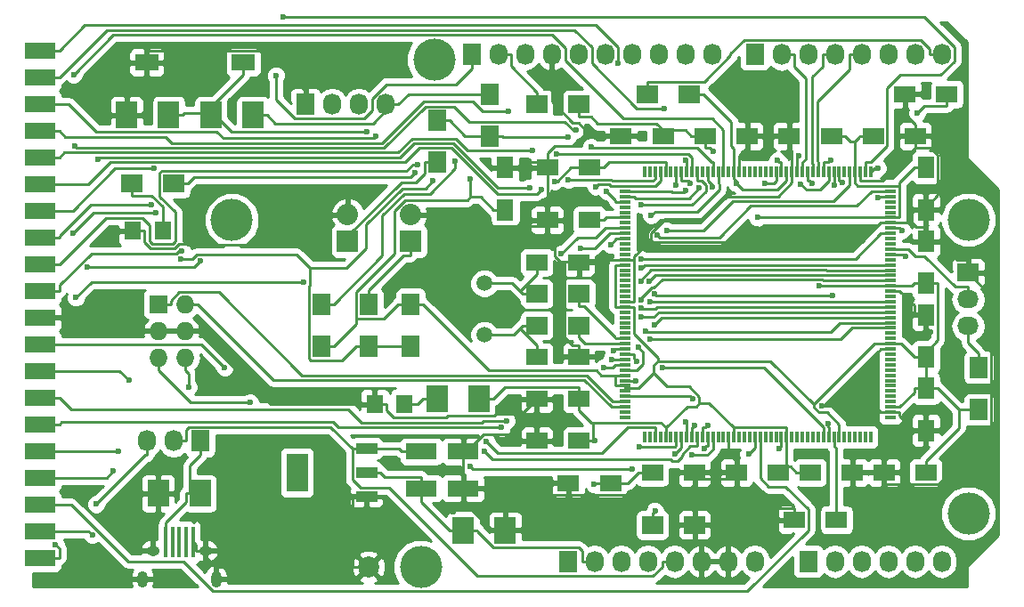
<source format=gtl>
%TF.GenerationSoftware,KiCad,Pcbnew,4.0.2+dfsg1-stable*%
%TF.CreationDate,2019-10-19T14:14:11+02:00*%
%TF.ProjectId,stduinof429,73746475696E6F663432392E6B696361,rev?*%
%TF.FileFunction,Copper,L1,Top,Mixed*%
%FSLAX46Y46*%
G04 Gerber Fmt 4.6, Leading zero omitted, Abs format (unit mm)*
G04 Created by KiCad (PCBNEW 4.0.2+dfsg1-stable) date Sat 19 Oct 2019 14:14:11 CEST*
%MOMM*%
G01*
G04 APERTURE LIST*
%ADD10C,0.100000*%
%ADD11R,1.120000X0.300000*%
%ADD12R,0.300000X1.120000*%
%ADD13R,2.032000X2.032000*%
%ADD14O,2.032000X2.032000*%
%ADD15R,2.999740X1.501140*%
%ADD16R,2.000000X2.500000*%
%ADD17R,2.000000X1.600000*%
%ADD18R,1.600000X2.000000*%
%ADD19R,1.597660X1.800860*%
%ADD20R,2.032000X1.727200*%
%ADD21O,2.032000X1.727200*%
%ADD22R,1.700000X2.000000*%
%ADD23R,2.000000X1.700000*%
%ADD24R,2.180000X1.600000*%
%ADD25R,1.727200X2.032000*%
%ADD26O,1.727200X2.032000*%
%ADD27R,2.032000X3.657600*%
%ADD28R,2.032000X1.016000*%
%ADD29C,1.998980*%
%ADD30C,1.500000*%
%ADD31R,1.727200X1.727200*%
%ADD32O,1.727200X1.727200*%
%ADD33C,4.000000*%
%ADD34R,0.400000X3.000000*%
%ADD35O,1.250000X0.950000*%
%ADD36O,1.000000X1.550000*%
%ADD37R,3.000000X1.524000*%
%ADD38C,0.600000*%
%ADD39C,0.250000*%
%ADD40C,0.254000*%
G04 APERTURE END LIST*
D10*
D11*
X144378000Y-88615000D03*
X144378000Y-89115000D03*
X144378000Y-89615000D03*
X144378000Y-90115000D03*
X144378000Y-90615000D03*
X144378000Y-91115000D03*
X144378000Y-91615000D03*
X144378000Y-92115000D03*
X144378000Y-92615000D03*
X144378000Y-93115000D03*
X144378000Y-93615000D03*
X144378000Y-94115000D03*
X144378000Y-94615000D03*
X144378000Y-95115000D03*
X144378000Y-95615000D03*
X144378000Y-96115000D03*
X144378000Y-96615000D03*
X144378000Y-97115000D03*
X144378000Y-97615000D03*
X144378000Y-98115000D03*
X144378000Y-98615000D03*
X144378000Y-99115000D03*
X144378000Y-99615000D03*
X144378000Y-100115000D03*
X144378000Y-100615000D03*
X144378000Y-101115000D03*
X144378000Y-101615000D03*
X144378000Y-102115000D03*
X144378000Y-102615000D03*
X144378000Y-103115000D03*
X144378000Y-103615000D03*
X144378000Y-104115000D03*
X144378000Y-104615000D03*
X144378000Y-105115000D03*
X144378000Y-105615000D03*
X144378000Y-106115000D03*
X144378000Y-106615000D03*
X144378000Y-107115000D03*
X144378000Y-107615000D03*
X144378000Y-108115000D03*
X144378000Y-108615000D03*
X144378000Y-109115000D03*
X144378000Y-109615000D03*
X144378000Y-110115000D03*
D12*
X146248000Y-111985000D03*
X146748000Y-111985000D03*
X147248000Y-111985000D03*
X147748000Y-111985000D03*
X148248000Y-111985000D03*
X148748000Y-111985000D03*
X149248000Y-111985000D03*
X149748000Y-111985000D03*
X150248000Y-111985000D03*
X150748000Y-111985000D03*
X151248000Y-111985000D03*
X151748000Y-111985000D03*
X152248000Y-111985000D03*
X152748000Y-111985000D03*
X153248000Y-111985000D03*
X153748000Y-111985000D03*
X154248000Y-111985000D03*
X154748000Y-111985000D03*
X155248000Y-111985000D03*
X155748000Y-111985000D03*
X156248000Y-111985000D03*
X156748000Y-111985000D03*
X157248000Y-111985000D03*
X157748000Y-111985000D03*
X158248000Y-111985000D03*
X158748000Y-111985000D03*
X159248000Y-111985000D03*
X159748000Y-111985000D03*
X160248000Y-111985000D03*
X160748000Y-111985000D03*
X161248000Y-111985000D03*
X161748000Y-111985000D03*
X162248000Y-111985000D03*
X162748000Y-111985000D03*
X163248000Y-111985000D03*
X163748000Y-111985000D03*
X164248000Y-111985000D03*
X164748000Y-111985000D03*
X165248000Y-111985000D03*
X165748000Y-111985000D03*
X166248000Y-111985000D03*
X166748000Y-111985000D03*
X167248000Y-111985000D03*
X167748000Y-111985000D03*
D11*
X169618000Y-110115000D03*
X169618000Y-109615000D03*
X169618000Y-109115000D03*
X169618000Y-108615000D03*
X169618000Y-108115000D03*
X169618000Y-107615000D03*
X169618000Y-107115000D03*
X169618000Y-106615000D03*
X169618000Y-106115000D03*
X169618000Y-105615000D03*
X169618000Y-105115000D03*
X169618000Y-104615000D03*
X169618000Y-104115000D03*
X169618000Y-103615000D03*
X169618000Y-103115000D03*
X169618000Y-102615000D03*
X169618000Y-102115000D03*
X169618000Y-101615000D03*
X169618000Y-101115000D03*
X169618000Y-100615000D03*
X169618000Y-100115000D03*
X169618000Y-99615000D03*
X169618000Y-99115000D03*
X169618000Y-98615000D03*
X169618000Y-98115000D03*
X169618000Y-97615000D03*
X169618000Y-97115000D03*
X169618000Y-96615000D03*
X169618000Y-96115000D03*
X169618000Y-95615000D03*
X169618000Y-95115000D03*
X169618000Y-94615000D03*
X169618000Y-94115000D03*
X169618000Y-93615000D03*
X169618000Y-93115000D03*
X169618000Y-92615000D03*
X169618000Y-92115000D03*
X169618000Y-91615000D03*
X169618000Y-91115000D03*
X169618000Y-90615000D03*
X169618000Y-90115000D03*
X169618000Y-89615000D03*
X169618000Y-89115000D03*
X169618000Y-88615000D03*
D12*
X167748000Y-86745000D03*
X167248000Y-86745000D03*
X166748000Y-86745000D03*
X166248000Y-86745000D03*
X165748000Y-86745000D03*
X165248000Y-86745000D03*
X164748000Y-86745000D03*
X164248000Y-86745000D03*
X163748000Y-86745000D03*
X163248000Y-86745000D03*
X162748000Y-86745000D03*
X162248000Y-86745000D03*
X161748000Y-86745000D03*
X161248000Y-86745000D03*
X160748000Y-86745000D03*
X160248000Y-86745000D03*
X159748000Y-86745000D03*
X159248000Y-86745000D03*
X158748000Y-86745000D03*
X158248000Y-86745000D03*
X157748000Y-86745000D03*
X157248000Y-86745000D03*
X156748000Y-86745000D03*
X156248000Y-86745000D03*
X155748000Y-86745000D03*
X155248000Y-86745000D03*
X154748000Y-86745000D03*
X154248000Y-86745000D03*
X153748000Y-86745000D03*
X153248000Y-86745000D03*
X152748000Y-86745000D03*
X152248000Y-86745000D03*
X151748000Y-86745000D03*
X151248000Y-86745000D03*
X150748000Y-86745000D03*
X150248000Y-86745000D03*
X149748000Y-86745000D03*
X149248000Y-86745000D03*
X148748000Y-86745000D03*
X148248000Y-86745000D03*
X147748000Y-86745000D03*
X147248000Y-86745000D03*
X146748000Y-86745000D03*
X146248000Y-86745000D03*
D13*
X117998000Y-93365000D03*
D14*
X117998000Y-90825000D03*
D13*
X123998000Y-93365000D03*
D14*
X123998000Y-90825000D03*
D15*
X128996980Y-113365000D03*
X124999020Y-113365000D03*
X128996980Y-116865000D03*
X124999020Y-116865000D03*
D16*
X128998000Y-120865000D03*
X132998000Y-120865000D03*
X100998000Y-81365000D03*
X96998000Y-81365000D03*
D17*
X135998000Y-95365000D03*
X139998000Y-95365000D03*
X135998000Y-104365000D03*
X139998000Y-104365000D03*
X170998000Y-79365000D03*
X174998000Y-79365000D03*
X160498000Y-119865000D03*
X164498000Y-119865000D03*
D18*
X132998000Y-86365000D03*
X132998000Y-90365000D03*
D17*
X136998000Y-91365000D03*
X140998000Y-91365000D03*
X136998000Y-86365000D03*
X140998000Y-86365000D03*
X143998000Y-83365000D03*
X147998000Y-83365000D03*
X155998000Y-83365000D03*
X151998000Y-83365000D03*
X159998000Y-83365000D03*
X163998000Y-83365000D03*
X171998000Y-83365000D03*
X167998000Y-83365000D03*
D18*
X172998000Y-90365000D03*
X172998000Y-86365000D03*
X172998000Y-93365000D03*
X172998000Y-97365000D03*
X172998000Y-100365000D03*
X172998000Y-104365000D03*
X172998000Y-111365000D03*
X172998000Y-107365000D03*
D17*
X168998000Y-115365000D03*
X172998000Y-115365000D03*
X165998000Y-115365000D03*
X161998000Y-115365000D03*
X154998000Y-115365000D03*
X158998000Y-115365000D03*
X150998000Y-115365000D03*
X146998000Y-115365000D03*
X135998000Y-108365000D03*
X139998000Y-108365000D03*
X135998000Y-112365000D03*
X139998000Y-112365000D03*
X138998000Y-116365000D03*
X142998000Y-116365000D03*
D19*
X123417860Y-108865000D03*
X120578140Y-108865000D03*
X100417860Y-92365000D03*
X97578140Y-92365000D03*
D20*
X176998000Y-96365000D03*
D21*
X176998000Y-98905000D03*
X176998000Y-101445000D03*
D16*
X130498000Y-108365000D03*
X126498000Y-108365000D03*
X108998000Y-81365000D03*
X104998000Y-81365000D03*
D22*
X123998000Y-99365000D03*
X123998000Y-103365000D03*
X119998000Y-103365000D03*
X119998000Y-99365000D03*
D23*
X150498000Y-79365000D03*
X146498000Y-79365000D03*
D22*
X115498000Y-103365000D03*
X115498000Y-99365000D03*
D23*
X139998000Y-80365000D03*
X135998000Y-80365000D03*
X97498000Y-87865000D03*
X101498000Y-87865000D03*
D24*
X98908000Y-76365000D03*
X108088000Y-76365000D03*
D25*
X113998000Y-80365000D03*
D26*
X116538000Y-80365000D03*
X119078000Y-80365000D03*
X121618000Y-80365000D03*
D27*
X113196000Y-115365000D03*
D28*
X119800000Y-115365000D03*
X119800000Y-113079000D03*
X119800000Y-117651000D03*
D29*
X119998000Y-124365000D03*
D30*
X130998000Y-97365000D03*
X130998000Y-102245000D03*
D31*
X99998000Y-99365000D03*
D32*
X102538000Y-99365000D03*
X99998000Y-101905000D03*
X102538000Y-101905000D03*
X99998000Y-104445000D03*
X102538000Y-104445000D03*
D23*
X139998000Y-98365000D03*
X135998000Y-98365000D03*
X139998000Y-101365000D03*
X135998000Y-101365000D03*
D22*
X131498000Y-79365000D03*
X131498000Y-83365000D03*
X126498000Y-81865000D03*
X126498000Y-85865000D03*
D23*
X146998000Y-120365000D03*
X150998000Y-120365000D03*
D22*
X177998000Y-109365000D03*
X177998000Y-105365000D03*
D25*
X138938000Y-123825000D03*
D26*
X141478000Y-123825000D03*
X144018000Y-123825000D03*
X146558000Y-123825000D03*
X149098000Y-123825000D03*
X151638000Y-123825000D03*
X154178000Y-123825000D03*
X156718000Y-123825000D03*
D25*
X161798000Y-123825000D03*
D26*
X164338000Y-123825000D03*
X166878000Y-123825000D03*
X169418000Y-123825000D03*
X171958000Y-123825000D03*
X174498000Y-123825000D03*
D25*
X129794000Y-75565000D03*
D26*
X132334000Y-75565000D03*
X134874000Y-75565000D03*
X137414000Y-75565000D03*
X139954000Y-75565000D03*
X142494000Y-75565000D03*
X145034000Y-75565000D03*
X147574000Y-75565000D03*
X150114000Y-75565000D03*
X152654000Y-75565000D03*
D25*
X156718000Y-75565000D03*
D26*
X159258000Y-75565000D03*
X161798000Y-75565000D03*
X164338000Y-75565000D03*
X166878000Y-75565000D03*
X169418000Y-75565000D03*
X171958000Y-75565000D03*
X174498000Y-75565000D03*
D33*
X124968000Y-124333000D03*
X177038000Y-119253000D03*
X126238000Y-76073000D03*
X177038000Y-91313000D03*
X106998000Y-91357000D03*
D16*
X99998000Y-117365000D03*
X103998000Y-117365000D03*
D34*
X100692440Y-121974860D03*
X101347100Y-121975000D03*
X101997100Y-121975000D03*
X102647100Y-121975000D03*
X103297100Y-121975000D03*
D35*
X99497100Y-122802460D03*
X104497100Y-122802460D03*
D36*
X98497100Y-125502460D03*
X105497100Y-125502460D03*
D25*
X103998000Y-112365000D03*
D26*
X101458000Y-112365000D03*
X98918000Y-112365000D03*
D37*
X88776000Y-123495000D03*
X88776000Y-120955000D03*
X88776000Y-118415000D03*
X88776000Y-115875000D03*
X88776000Y-113335000D03*
X88776000Y-110795000D03*
X88776000Y-108255000D03*
X88776000Y-105715000D03*
X88776000Y-103175000D03*
X88776000Y-100635000D03*
X88776000Y-98095000D03*
X88776000Y-95555000D03*
X88776000Y-93015000D03*
X88776000Y-90475000D03*
X88776000Y-87935000D03*
X88776000Y-85395000D03*
X88776000Y-82855000D03*
X88776000Y-80315000D03*
X88776000Y-77775000D03*
X88776000Y-75235000D03*
D38*
X159082500Y-113118200D03*
X173405500Y-102007100D03*
X163098400Y-109034500D03*
X128054600Y-119103100D03*
X102865600Y-107247600D03*
X143316800Y-103782200D03*
X119869100Y-82947100D03*
X172168200Y-81154100D03*
X170704200Y-92315900D03*
X154952600Y-87834900D03*
X137678900Y-87687500D03*
X141499100Y-112365000D03*
X156987200Y-91115000D03*
X162868200Y-97615000D03*
X129684000Y-87432700D03*
X141470900Y-116499300D03*
X152764700Y-84827500D03*
X171066000Y-94765500D03*
X150147200Y-85679000D03*
X111192300Y-77578200D03*
X152691800Y-88194500D03*
X128253700Y-85743600D03*
X145781300Y-112960000D03*
X149128800Y-113589000D03*
X150187400Y-110542200D03*
X150825800Y-108389800D03*
X157723600Y-87827400D03*
X158860100Y-85665000D03*
X160894100Y-85272100D03*
X162148000Y-87822000D03*
X163911800Y-85665500D03*
X102181400Y-95071600D03*
X126126100Y-87621000D03*
X150731300Y-113711500D03*
X124433800Y-86851100D03*
X152225800Y-110921000D03*
X145909600Y-95055100D03*
X148334200Y-92364300D03*
X138328800Y-94580100D03*
X140169400Y-94032200D03*
X143013700Y-93700700D03*
X145458400Y-104752500D03*
X143097200Y-104624400D03*
X142332400Y-105395300D03*
X145627200Y-103440100D03*
X129653200Y-114799400D03*
X145086900Y-115028200D03*
X151010600Y-110909600D03*
X131002000Y-113312000D03*
X143711300Y-76446200D03*
X151902600Y-113059200D03*
X93721400Y-121297900D03*
X156123000Y-113620200D03*
X120676300Y-83390600D03*
X147950200Y-105419000D03*
X148149700Y-80754400D03*
X163727900Y-110692000D03*
X95733200Y-115230500D03*
X146736600Y-102706900D03*
X96242400Y-113335000D03*
X146358800Y-101952800D03*
X132658000Y-111098400D03*
X147172700Y-101335800D03*
X133140800Y-110439200D03*
X145945500Y-100549300D03*
X97201300Y-106590400D03*
X145935100Y-99730900D03*
X106321000Y-105387400D03*
X146736600Y-99139600D03*
X145911900Y-98930500D03*
X146700500Y-97136100D03*
X145900100Y-97138400D03*
X92173000Y-98722800D03*
X113838200Y-97249800D03*
X145906200Y-95876700D03*
X102271200Y-94271200D03*
X168466900Y-89253500D03*
X124667500Y-86042400D03*
X147474400Y-92805100D03*
X99323500Y-89883200D03*
X168424800Y-86425600D03*
X99604600Y-86449300D03*
X111920300Y-72038000D03*
X147186800Y-98386800D03*
X164148500Y-98491400D03*
X165094000Y-87815600D03*
X93248000Y-95793700D03*
X103968600Y-95258200D03*
X164248000Y-88041700D03*
X91871300Y-92619600D03*
X99772500Y-90683700D03*
X161088400Y-87921300D03*
X91946900Y-77492700D03*
X94251300Y-85577200D03*
X135306900Y-88245200D03*
X146870400Y-90897900D03*
X92041100Y-84294800D03*
X139744200Y-82786900D03*
X141151500Y-84409800D03*
X133284600Y-81005100D03*
X137859400Y-85035400D03*
X136417900Y-88422200D03*
X141610300Y-88165100D03*
X135594500Y-84690400D03*
X139016900Y-87509500D03*
X108723700Y-108691400D03*
X131181000Y-112382900D03*
X138946900Y-83450700D03*
X145918500Y-89885300D03*
X147245900Y-119004400D03*
X145440500Y-106615000D03*
X150611200Y-87817100D03*
X149248000Y-88042500D03*
X150190400Y-88563700D03*
X151441100Y-88319600D03*
X142642000Y-88596400D03*
X90247500Y-122225000D03*
X94091400Y-118381100D03*
D39*
X99998000Y-101905000D02*
X98809100Y-101905000D01*
X104497100Y-122802500D02*
X103546800Y-122802500D01*
X103546800Y-122224700D02*
X103297100Y-121975000D01*
X103546800Y-122802500D02*
X103546800Y-122224700D01*
X97539100Y-100635000D02*
X98809100Y-101905000D01*
X88776000Y-100635000D02*
X97539100Y-100635000D01*
X171872700Y-99484400D02*
X170503300Y-98115000D01*
X171872700Y-100365000D02*
X171872700Y-99484400D01*
X172998000Y-100365000D02*
X171872700Y-100365000D01*
X169618000Y-98115000D02*
X170503300Y-98115000D01*
X138998000Y-116365000D02*
X138998000Y-117490300D01*
X139998000Y-95115000D02*
X144378000Y-95115000D01*
X99497100Y-119441200D02*
X99497100Y-122802500D01*
X99998000Y-118940300D02*
X99497100Y-119441200D01*
X99998000Y-117365000D02*
X99998000Y-118940300D01*
X98908000Y-76365000D02*
X98908000Y-77377700D01*
X98908000Y-80780300D02*
X98323300Y-81365000D01*
X98908000Y-77377700D02*
X98908000Y-80780300D01*
X96998000Y-81365000D02*
X98323300Y-81365000D01*
X99998000Y-101905000D02*
X102538000Y-101905000D01*
X102538000Y-101905000D02*
X103726900Y-101905000D01*
X128997000Y-114440900D02*
X128997000Y-115789100D01*
X136998000Y-86365000D02*
X136998000Y-87490300D01*
X117998000Y-90825000D02*
X116656700Y-90825000D01*
X97578100Y-92365000D02*
X98702200Y-92365000D01*
X136998000Y-86365000D02*
X136998000Y-85802300D01*
X136998000Y-85802300D02*
X136998000Y-85239700D01*
X134686000Y-85802300D02*
X134123300Y-86365000D01*
X136998000Y-85802300D02*
X134686000Y-85802300D01*
X132998000Y-86365000D02*
X134123300Y-86365000D01*
X139998000Y-95240000D02*
X139998000Y-95115000D01*
X139998000Y-95240000D02*
X139998000Y-95365000D01*
X143998000Y-83365000D02*
X142672700Y-83365000D01*
X154178000Y-123825000D02*
X152989100Y-123825000D01*
X169618000Y-91615000D02*
X168732700Y-91615000D01*
X165998000Y-115365000D02*
X167323300Y-115365000D01*
X170503300Y-109995600D02*
X171872700Y-111365000D01*
X170503300Y-109615000D02*
X170503300Y-109995600D01*
X172998000Y-111365000D02*
X171872700Y-111365000D01*
X169618000Y-109615000D02*
X170503300Y-109615000D01*
X168998000Y-115365000D02*
X167323300Y-115365000D01*
X170998000Y-79365000D02*
X170998000Y-80490300D01*
X170998000Y-81239700D02*
X171998000Y-82239700D01*
X170998000Y-80490300D02*
X170998000Y-81239700D01*
X110214000Y-75239700D02*
X98908000Y-75239700D01*
X113998000Y-79023700D02*
X110214000Y-75239700D01*
X98908000Y-76365000D02*
X98908000Y-75239700D01*
X128997000Y-116865000D02*
X128997000Y-115789100D01*
X128997000Y-116865000D02*
X128997000Y-117940900D01*
X132998000Y-120865000D02*
X131672700Y-120865000D01*
X132998000Y-120865000D02*
X134323300Y-120865000D01*
X142606500Y-83298800D02*
X140505000Y-83298800D01*
X142672700Y-83365000D02*
X142606500Y-83298800D01*
X136998000Y-84999100D02*
X136998000Y-85239700D01*
X137704500Y-84292600D02*
X136998000Y-84999100D01*
X139511200Y-84292600D02*
X137704500Y-84292600D01*
X140505000Y-83298800D02*
X139511200Y-84292600D01*
X137414000Y-80099200D02*
X137414000Y-75565000D01*
X139425600Y-82110800D02*
X137414000Y-80099200D01*
X139952500Y-82110800D02*
X139425600Y-82110800D01*
X140505000Y-82663300D02*
X139952500Y-82110800D01*
X140505000Y-83298800D02*
X140505000Y-82663300D01*
X169618000Y-109615000D02*
X168732700Y-109615000D01*
X171998000Y-82802300D02*
X171998000Y-82239700D01*
X171998000Y-82802300D02*
X171998000Y-83365000D01*
X168858000Y-87630300D02*
X166748000Y-87630300D01*
X171998000Y-84490300D02*
X168858000Y-87630300D01*
X171998000Y-83365000D02*
X171998000Y-84490300D01*
X166748000Y-86745000D02*
X166748000Y-87630300D01*
X169618000Y-103615000D02*
X168732700Y-103615000D01*
X172548000Y-90365000D02*
X172746000Y-90365000D01*
X172548000Y-90365000D02*
X171872700Y-90365000D01*
X172998000Y-90365000D02*
X172746000Y-90365000D01*
X173475600Y-84490300D02*
X171998000Y-84490300D01*
X174123400Y-85138100D02*
X173475600Y-84490300D01*
X174123400Y-88987600D02*
X174123400Y-85138100D01*
X172746000Y-90365000D02*
X174123400Y-88987600D01*
X168998000Y-114239700D02*
X168998000Y-115365000D01*
X171872700Y-111365000D02*
X168998000Y-114239700D01*
X168998000Y-115365000D02*
X168998000Y-116490300D01*
X105497100Y-125502500D02*
X105497100Y-124402200D01*
X119800000Y-117651000D02*
X118458700Y-117651000D01*
X118458700Y-124365000D02*
X118458700Y-117651000D01*
X119998000Y-124365000D02*
X118458700Y-124365000D01*
X136998000Y-91237200D02*
X136998000Y-90239700D01*
X136998000Y-91365000D02*
X136998000Y-91237200D01*
X144378000Y-95115000D02*
X145263300Y-95115000D01*
X145263300Y-95115000D02*
X145263300Y-99115000D01*
X144378000Y-99115000D02*
X145263300Y-99115000D01*
X151638000Y-123825000D02*
X152989100Y-123825000D01*
X150998000Y-120365000D02*
X150998000Y-121540300D01*
X151638000Y-122180300D02*
X150998000Y-121540300D01*
X151638000Y-123825000D02*
X151638000Y-122180300D01*
X159248000Y-112952700D02*
X159082500Y-113118200D01*
X159248000Y-111985000D02*
X159248000Y-112952700D01*
X113998000Y-80365000D02*
X113998000Y-79023700D01*
X171623000Y-91615000D02*
X169618000Y-91615000D01*
X171623000Y-90614700D02*
X171872700Y-90365000D01*
X171623000Y-91615000D02*
X171623000Y-90614700D01*
X104497100Y-122802500D02*
X104497100Y-123602800D01*
X105534300Y-124365000D02*
X105497100Y-124402200D01*
X118458700Y-124365000D02*
X105534300Y-124365000D01*
X136998000Y-91365000D02*
X136998000Y-91927600D01*
X136998000Y-91927600D02*
X136998000Y-92490300D01*
X126441900Y-91927600D02*
X125339300Y-90825000D01*
X136998000Y-91927600D02*
X126441900Y-91927600D01*
X123998000Y-90825000D02*
X125339300Y-90825000D01*
X145263300Y-94808800D02*
X145263300Y-95115000D01*
X146809700Y-93262400D02*
X145263300Y-94808800D01*
X137698000Y-117490300D02*
X138998000Y-117490300D01*
X134323300Y-120865000D02*
X137698000Y-117490300D01*
X150998000Y-120365000D02*
X150998000Y-119189700D01*
X104697700Y-123602800D02*
X104497100Y-123602800D01*
X105497100Y-124402200D02*
X104697700Y-123602800D01*
X160248000Y-84740300D02*
X159998000Y-84490300D01*
X160248000Y-86745000D02*
X160248000Y-84740300D01*
X159998000Y-83365000D02*
X159998000Y-83927600D01*
X159998000Y-83927600D02*
X159998000Y-84490300D01*
X159435400Y-83365000D02*
X157323300Y-83365000D01*
X159998000Y-83927600D02*
X159435400Y-83365000D01*
X156660700Y-83365000D02*
X157323300Y-83365000D01*
X156660700Y-83365000D02*
X155998000Y-83365000D01*
X155248000Y-85240300D02*
X155248000Y-86745000D01*
X155998000Y-84490300D02*
X155248000Y-85240300D01*
X155998000Y-83365000D02*
X155998000Y-84490300D01*
X173088700Y-101690300D02*
X172998000Y-101690300D01*
X173405500Y-102007100D02*
X173088700Y-101690300D01*
X172998000Y-100365000D02*
X172998000Y-101690300D01*
X139998000Y-104365000D02*
X139998000Y-103239700D01*
X139435400Y-103239700D02*
X139998000Y-103239700D01*
X138668500Y-102472800D02*
X139435400Y-103239700D01*
X138668500Y-95320000D02*
X138668500Y-102472800D01*
X139918000Y-95320000D02*
X138668500Y-95320000D01*
X139998000Y-95240000D02*
X139918000Y-95320000D01*
X157247400Y-118739700D02*
X160498000Y-118739700D01*
X154998000Y-116490300D02*
X157247400Y-118739700D01*
X160498000Y-119865000D02*
X160498000Y-118739700D01*
X163098400Y-109034500D02*
X168427700Y-109034500D01*
X168427700Y-103920000D02*
X168427700Y-109034500D01*
X168732700Y-103615000D02*
X168427700Y-103920000D01*
X168427700Y-109310000D02*
X168732700Y-109615000D01*
X168427700Y-109034500D02*
X168427700Y-109310000D01*
X172047700Y-92039700D02*
X171623000Y-91615000D01*
X172998000Y-92039700D02*
X172047700Y-92039700D01*
X175934400Y-95176100D02*
X176998000Y-95176100D01*
X174123300Y-93365000D02*
X175934400Y-95176100D01*
X174163100Y-116490300D02*
X168998000Y-116490300D01*
X179218800Y-111434600D02*
X174163100Y-116490300D01*
X179218800Y-98585800D02*
X179218800Y-111434600D01*
X176998000Y-96365000D02*
X179218800Y-98585800D01*
X172998000Y-93365000D02*
X174123300Y-93365000D01*
X176998000Y-96365000D02*
X176998000Y-95176100D01*
X172998000Y-93365000D02*
X172998000Y-92039700D01*
X166907800Y-93439900D02*
X168732700Y-91615000D01*
X146987200Y-93439900D02*
X166907800Y-93439900D01*
X146809700Y-93262400D02*
X146987200Y-93439900D01*
X160248000Y-87792800D02*
X160248000Y-86745000D01*
X158946500Y-89094300D02*
X160248000Y-87792800D01*
X153821800Y-89094300D02*
X158946500Y-89094300D01*
X151710300Y-91205800D02*
X153821800Y-89094300D01*
X148181200Y-91205800D02*
X151710300Y-91205800D01*
X146809700Y-92577300D02*
X148181200Y-91205800D01*
X146809700Y-93262400D02*
X146809700Y-92577300D01*
X137043200Y-87535500D02*
X136998000Y-87490300D01*
X137043200Y-90194500D02*
X137043200Y-87535500D01*
X136998000Y-90239700D02*
X137043200Y-90194500D01*
X98702200Y-93489000D02*
X98702200Y-92365000D01*
X99278000Y-94064800D02*
X98702200Y-93489000D01*
X101536400Y-94064800D02*
X99278000Y-94064800D01*
X101955300Y-93645900D02*
X101536400Y-94064800D01*
X102719100Y-93645900D02*
X101955300Y-93645900D01*
X102796700Y-93723500D02*
X102719100Y-93645900D01*
X113758200Y-93723500D02*
X102796700Y-93723500D01*
X116656700Y-90825000D02*
X113758200Y-93723500D01*
X138184400Y-95320000D02*
X138668500Y-95320000D01*
X137703500Y-94839100D02*
X138184400Y-95320000D01*
X137703500Y-93195800D02*
X137703500Y-94839100D01*
X136998000Y-92490300D02*
X137703500Y-93195800D01*
X150998000Y-115927600D02*
X154998000Y-115927600D01*
X150998000Y-115365000D02*
X150998000Y-115927600D01*
X150998000Y-115927600D02*
X150998000Y-116490300D01*
X154998000Y-115927600D02*
X154998000Y-116490300D01*
X149675600Y-117812700D02*
X150998000Y-116490300D01*
X149353200Y-117490300D02*
X149675600Y-117812700D01*
X138998000Y-117490300D02*
X149353200Y-117490300D01*
X150998000Y-119135100D02*
X150998000Y-119189700D01*
X149675600Y-117812700D02*
X150998000Y-119135100D01*
X154998000Y-115646300D02*
X154998000Y-115927600D01*
X154998000Y-115646300D02*
X154998000Y-115365000D01*
X154248000Y-113489700D02*
X154248000Y-111985000D01*
X154998000Y-114239700D02*
X154248000Y-113489700D01*
X154998000Y-115365000D02*
X154998000Y-114239700D01*
X128997000Y-117940900D02*
X128997000Y-118160700D01*
X131672700Y-120782200D02*
X131672700Y-120865000D01*
X129051200Y-118160700D02*
X131672700Y-120782200D01*
X128997000Y-118160700D02*
X129051200Y-118160700D01*
X128997000Y-118160700D02*
X128054600Y-119103100D01*
X110686900Y-108865000D02*
X120578100Y-108865000D01*
X103726900Y-101905000D02*
X110686900Y-108865000D01*
X120578100Y-108865000D02*
X121702200Y-108865000D01*
X128997000Y-113365000D02*
X128997000Y-113683000D01*
X128997000Y-113683000D02*
X128997000Y-114440900D01*
X135998000Y-112365000D02*
X134672700Y-112365000D01*
X130946500Y-111723800D02*
X134031500Y-111723800D01*
X128997000Y-113673300D02*
X130946500Y-111723800D01*
X128997000Y-113683000D02*
X128997000Y-113673300D01*
X134031500Y-111723800D02*
X134672700Y-112365000D01*
X134031500Y-111723800D02*
X134031500Y-109785800D01*
X132132900Y-109785800D02*
X134031500Y-109785800D01*
X131929900Y-109988800D02*
X132132900Y-109785800D01*
X127513500Y-109988800D02*
X131929900Y-109988800D01*
X127411500Y-110090800D02*
X127513500Y-109988800D01*
X122365900Y-110090800D02*
X127411500Y-110090800D01*
X121702200Y-109427100D02*
X122365900Y-110090800D01*
X121702200Y-108865000D02*
X121702200Y-109427100D01*
X134627800Y-109735200D02*
X135998000Y-108365000D01*
X134627800Y-109785800D02*
X134627800Y-109735200D01*
X134031500Y-109785800D02*
X134627800Y-109785800D01*
X117998000Y-92862100D02*
X117998000Y-93365000D01*
X123107600Y-87752500D02*
X117998000Y-92862100D01*
X124463600Y-87752500D02*
X123107600Y-87752500D01*
X125322700Y-86893400D02*
X124463600Y-87752500D01*
X125322700Y-85865000D02*
X125322700Y-86893400D01*
X126498000Y-85865000D02*
X125322700Y-85865000D01*
X123998000Y-93365000D02*
X123998000Y-94706300D01*
X119998000Y-99365000D02*
X119998000Y-98039700D01*
X123331400Y-94706300D02*
X119998000Y-98039700D01*
X123998000Y-94706300D02*
X123331400Y-94706300D01*
X122887800Y-113079000D02*
X123173800Y-113365000D01*
X119800000Y-113079000D02*
X122887800Y-113079000D01*
X124999000Y-113365000D02*
X123173800Y-113365000D01*
X102538000Y-104445000D02*
X102538000Y-105633900D01*
X102865600Y-105961500D02*
X102538000Y-105633900D01*
X102865600Y-107247600D02*
X102865600Y-105961500D01*
X118458700Y-116045000D02*
X118458700Y-113079000D01*
X119231300Y-116817600D02*
X118458700Y-116045000D01*
X121957000Y-116817600D02*
X119231300Y-116817600D01*
X130345300Y-125205900D02*
X121957000Y-116817600D01*
X147048300Y-125205900D02*
X130345300Y-125205900D01*
X147909100Y-124345100D02*
X147048300Y-125205900D01*
X147909100Y-123825000D02*
X147909100Y-124345100D01*
X149098000Y-123825000D02*
X147909100Y-123825000D01*
X119800000Y-113079000D02*
X118458700Y-113079000D01*
X116403300Y-111023600D02*
X118458700Y-113079000D01*
X102948000Y-111023600D02*
X116403300Y-111023600D01*
X102646900Y-111324700D02*
X102948000Y-111023600D01*
X102646900Y-112365000D02*
X102646900Y-111324700D01*
X101458000Y-112365000D02*
X102646900Y-112365000D01*
X144378000Y-103615000D02*
X143492700Y-103615000D01*
X104998000Y-81365000D02*
X104998000Y-81168000D01*
X104998000Y-81168000D02*
X104998000Y-80971100D01*
X102520300Y-81168000D02*
X102323300Y-81365000D01*
X104998000Y-81168000D02*
X102520300Y-81168000D01*
X100998000Y-81365000D02*
X102323300Y-81365000D01*
X104998000Y-80580300D02*
X104998000Y-80971100D01*
X108088000Y-77490300D02*
X104998000Y-80580300D01*
X108088000Y-76365000D02*
X108088000Y-77490300D01*
X143325500Y-103782200D02*
X143316800Y-103782200D01*
X143492700Y-103615000D02*
X143325500Y-103782200D01*
X106974000Y-82947100D02*
X119869100Y-82947100D01*
X104998000Y-80971100D02*
X106974000Y-82947100D01*
X135998000Y-98365000D02*
X134672700Y-98365000D01*
X135998000Y-95365000D02*
X135998000Y-96490300D01*
X134398000Y-98090300D02*
X135998000Y-96490300D01*
X133672700Y-97365000D02*
X134398000Y-98090300D01*
X130998000Y-97365000D02*
X133672700Y-97365000D01*
X134398000Y-98090300D02*
X134672700Y-98365000D01*
X135998000Y-101365000D02*
X134672700Y-101365000D01*
X135998000Y-104365000D02*
X135998000Y-103239700D01*
X134398000Y-101639700D02*
X135998000Y-103239700D01*
X133792700Y-102245000D02*
X134398000Y-101639700D01*
X130998000Y-102245000D02*
X133792700Y-102245000D01*
X134398000Y-101639700D02*
X134672700Y-101365000D01*
X172832000Y-80490300D02*
X172168200Y-81154100D01*
X174998000Y-80490300D02*
X172832000Y-80490300D01*
X169618000Y-92115000D02*
X170503300Y-92115000D01*
X170704200Y-92315900D02*
X170503300Y-92115000D01*
X174998000Y-79365000D02*
X174998000Y-80490300D01*
X164498000Y-119865000D02*
X164498000Y-118739700D01*
X164498000Y-113120300D02*
X164248000Y-112870300D01*
X164498000Y-118739700D02*
X164498000Y-113120300D01*
X164248000Y-111985000D02*
X164248000Y-112870300D01*
X115498000Y-103365000D02*
X116673300Y-103365000D01*
X131498000Y-79365000D02*
X130322700Y-79365000D01*
X132948600Y-107239700D02*
X139998000Y-107239700D01*
X131823300Y-108365000D02*
X132948600Y-107239700D01*
X130498000Y-108365000D02*
X131823300Y-108365000D01*
X172998000Y-115365000D02*
X172998000Y-114239700D01*
X144378000Y-106115000D02*
X143492700Y-106115000D01*
X144378000Y-107115000D02*
X143492700Y-107115000D01*
X139998000Y-108365000D02*
X139998000Y-107239700D01*
X148248000Y-111985000D02*
X148248000Y-111099700D01*
X132998000Y-90365000D02*
X131872700Y-90365000D01*
X172998000Y-97365000D02*
X171872700Y-97365000D01*
X154748000Y-86745000D02*
X154748000Y-87468000D01*
X154952600Y-87672600D02*
X154952600Y-87834900D01*
X154748000Y-87468000D02*
X154952600Y-87672600D01*
X123806900Y-79365000D02*
X122806900Y-80365000D01*
X130322700Y-79365000D02*
X123806900Y-79365000D01*
X154748000Y-84515000D02*
X154748000Y-86745000D01*
X154498100Y-84265100D02*
X154748000Y-84515000D01*
X154498100Y-82039800D02*
X154498100Y-84265100D01*
X151823300Y-79365000D02*
X154498100Y-82039800D01*
X150498000Y-79365000D02*
X151823300Y-79365000D01*
X121618000Y-80365000D02*
X122212500Y-80365000D01*
X122212500Y-80365000D02*
X122806900Y-80365000D01*
X108998000Y-81365000D02*
X110323300Y-81365000D01*
X143492700Y-107115000D02*
X143492700Y-106115000D01*
X123998000Y-99365000D02*
X125173300Y-99365000D01*
X123998000Y-99365000D02*
X122822700Y-99365000D01*
X121465300Y-100722400D02*
X122822700Y-99365000D01*
X118822600Y-100722400D02*
X121465300Y-100722400D01*
X118822600Y-101215700D02*
X118822600Y-100722400D01*
X116673300Y-103365000D02*
X118822600Y-101215700D01*
X121565400Y-115789100D02*
X121141300Y-115365000D01*
X124999000Y-115789100D02*
X121565400Y-115789100D01*
X124999000Y-116865000D02*
X124999000Y-115789100D01*
X119800000Y-115365000D02*
X121141300Y-115365000D01*
X128998000Y-120865000D02*
X127672700Y-120865000D01*
X124999000Y-116865000D02*
X124999000Y-117940900D01*
X130323300Y-120947800D02*
X130323300Y-120865000D01*
X131859100Y-122483600D02*
X130323300Y-120947800D01*
X139988000Y-122483600D02*
X131859100Y-122483600D01*
X140289100Y-122784700D02*
X139988000Y-122483600D01*
X140289100Y-123825000D02*
X140289100Y-122784700D01*
X141478000Y-123825000D02*
X140289100Y-123825000D01*
X128998000Y-120865000D02*
X130323300Y-120865000D01*
X139998000Y-108365000D02*
X139998000Y-109490300D01*
X139998000Y-112365000D02*
X141323300Y-112365000D01*
X141323300Y-110649300D02*
X141323300Y-112365000D01*
X147797600Y-110649300D02*
X141323300Y-110649300D01*
X148248000Y-111099700D02*
X147797600Y-110649300D01*
X141157000Y-110649300D02*
X139998000Y-109490300D01*
X141323300Y-110649300D02*
X141157000Y-110649300D01*
X141323300Y-112365000D02*
X141499100Y-112365000D01*
X143492700Y-99615000D02*
X143492700Y-95615000D01*
X144378000Y-99615000D02*
X143492700Y-99615000D01*
X144378000Y-95615000D02*
X143492700Y-95615000D01*
X144378000Y-99615000D02*
X145263300Y-99615000D01*
X147998000Y-83365000D02*
X147998000Y-82802300D01*
X150110000Y-82802300D02*
X150672700Y-83365000D01*
X147998000Y-82802300D02*
X150110000Y-82802300D01*
X151998000Y-83365000D02*
X150672700Y-83365000D01*
X159748000Y-86745000D02*
X159748000Y-87630300D01*
X111136000Y-82177700D02*
X110323300Y-81365000D01*
X120399800Y-82177700D02*
X111136000Y-82177700D01*
X122212500Y-80365000D02*
X120399800Y-82177700D01*
X171622700Y-97615000D02*
X169618000Y-97615000D01*
X171872700Y-97365000D02*
X171622700Y-97615000D01*
X147357600Y-82161900D02*
X147998000Y-82802300D01*
X141794900Y-82161900D02*
X147357600Y-82161900D01*
X141173300Y-81540300D02*
X141794900Y-82161900D01*
X139998000Y-81540300D02*
X141173300Y-81540300D01*
X144378000Y-107615000D02*
X144378000Y-107302500D01*
X144378000Y-107302500D02*
X144378000Y-107115000D01*
X144672700Y-116365000D02*
X145672700Y-115365000D01*
X142998000Y-116365000D02*
X144672700Y-116365000D01*
X146998000Y-115365000D02*
X145672700Y-115365000D01*
X139269700Y-86365000D02*
X140998000Y-86365000D01*
X137947200Y-87687500D02*
X139269700Y-86365000D01*
X137678900Y-87687500D02*
X137947200Y-87687500D01*
X142828600Y-85859700D02*
X148248000Y-85859700D01*
X142323300Y-86365000D02*
X142828600Y-85859700D01*
X140998000Y-86365000D02*
X142323300Y-86365000D01*
X148248000Y-86745000D02*
X148248000Y-85859700D01*
X139998000Y-80365000D02*
X139998000Y-81540300D01*
X155592600Y-88474900D02*
X154952600Y-87834900D01*
X158903400Y-88474900D02*
X155592600Y-88474900D01*
X159748000Y-87630300D02*
X158903400Y-88474900D01*
X176123300Y-111114400D02*
X172998000Y-114239700D01*
X176123300Y-109365000D02*
X176123300Y-111114400D01*
X177998000Y-109365000D02*
X176123300Y-109365000D01*
X176123300Y-109365000D02*
X174123300Y-107365000D01*
X172998000Y-107365000D02*
X174123300Y-107365000D01*
X172998000Y-104365000D02*
X172998000Y-107365000D01*
X171872700Y-107745600D02*
X170503300Y-109115000D01*
X171872700Y-107365000D02*
X171872700Y-107745600D01*
X172998000Y-107365000D02*
X171872700Y-107365000D01*
X169618000Y-109115000D02*
X170503300Y-109115000D01*
X124999000Y-118191300D02*
X127672700Y-120865000D01*
X124999000Y-117940900D02*
X124999000Y-118191300D01*
X169618000Y-97615000D02*
X162868200Y-97615000D01*
X158998000Y-115365000D02*
X158998000Y-114802300D01*
X161998000Y-115365000D02*
X160672700Y-115365000D01*
X158998000Y-114802300D02*
X159748000Y-114802300D01*
X160110000Y-114802300D02*
X160672700Y-115365000D01*
X159748000Y-114802300D02*
X160110000Y-114802300D01*
X163998000Y-83365000D02*
X165323300Y-83365000D01*
X166248000Y-86745000D02*
X166248000Y-83895400D01*
X166672700Y-83470700D02*
X166248000Y-83895400D01*
X166672700Y-83365000D02*
X166672700Y-83470700D01*
X165853700Y-83895400D02*
X165323300Y-83365000D01*
X166248000Y-83895400D02*
X165853700Y-83895400D01*
X167998000Y-83365000D02*
X166672700Y-83365000D01*
X142998000Y-116365000D02*
X141672700Y-116365000D01*
X141538400Y-116499300D02*
X141672700Y-116365000D01*
X141470900Y-116499300D02*
X141538400Y-116499300D01*
X164748000Y-111985000D02*
X164748000Y-111099700D01*
X154748000Y-111985000D02*
X154748000Y-111099700D01*
X159748000Y-114802300D02*
X159748000Y-111985000D01*
X159748000Y-111099700D02*
X154748000Y-111099700D01*
X159748000Y-111985000D02*
X159748000Y-111099700D01*
X156987200Y-91115000D02*
X169618000Y-91115000D01*
X169618000Y-91115000D02*
X170503300Y-91115000D01*
X172998000Y-86365000D02*
X171872700Y-86365000D01*
X166248000Y-87802500D02*
X166248000Y-86745000D01*
X166526200Y-88080700D02*
X166248000Y-87802500D01*
X170503300Y-88080700D02*
X166526200Y-88080700D01*
X170503300Y-91115000D02*
X170503300Y-88080700D01*
X170503300Y-87734400D02*
X171872700Y-86365000D01*
X170503300Y-88080700D02*
X170503300Y-87734400D01*
X142104600Y-106115000D02*
X143492700Y-106115000D01*
X141654200Y-105664600D02*
X142104600Y-106115000D01*
X131472900Y-105664600D02*
X141654200Y-105664600D01*
X125173300Y-99365000D02*
X131472900Y-105664600D01*
X170622700Y-103115000D02*
X171872700Y-104365000D01*
X169618000Y-103115000D02*
X170622700Y-103115000D01*
X168100400Y-103115000D02*
X169618000Y-103115000D01*
X162332500Y-108882900D02*
X168100400Y-103115000D01*
X172998000Y-104365000D02*
X172548000Y-104365000D01*
X172548000Y-104365000D02*
X171872700Y-104365000D01*
X174123300Y-102789700D02*
X174123300Y-97365000D01*
X172548000Y-104365000D02*
X174123300Y-102789700D01*
X172998000Y-97365000D02*
X174123300Y-97365000D01*
X129684000Y-89166800D02*
X129684000Y-87432700D01*
X130674500Y-89166800D02*
X129684000Y-89166800D01*
X131872700Y-90365000D02*
X130674500Y-89166800D01*
X118822600Y-98215500D02*
X118822600Y-100722400D01*
X122474300Y-94563800D02*
X118822600Y-98215500D01*
X122474300Y-90446000D02*
X122474300Y-94563800D01*
X123477500Y-89442800D02*
X122474300Y-90446000D01*
X129408000Y-89442800D02*
X123477500Y-89442800D01*
X129684000Y-89166800D02*
X129408000Y-89442800D01*
X152392400Y-108744100D02*
X151462900Y-108744100D01*
X154748000Y-111099700D02*
X152392400Y-108744100D01*
X151138400Y-109068600D02*
X151462900Y-108744100D01*
X150279100Y-109068600D02*
X151138400Y-109068600D01*
X148248000Y-111099700D02*
X150279100Y-109068600D01*
X145704000Y-107302500D02*
X147113800Y-105892700D01*
X144378000Y-107302500D02*
X145704000Y-107302500D01*
X151462900Y-108142500D02*
X151462900Y-108744100D01*
X150463300Y-107142900D02*
X151462900Y-108142500D01*
X148364000Y-107142900D02*
X150463300Y-107142900D01*
X147113800Y-105892700D02*
X148364000Y-107142900D01*
X147503100Y-104431400D02*
X147503100Y-104781500D01*
X145263300Y-102191600D02*
X147503100Y-104431400D01*
X145263300Y-99615000D02*
X145263300Y-102191600D01*
X158231100Y-104781500D02*
X147503100Y-104781500D01*
X162332500Y-108882900D02*
X158231100Y-104781500D01*
X147113800Y-105170800D02*
X147113800Y-105892700D01*
X147503100Y-104781500D02*
X147113800Y-105170800D01*
X162332500Y-109152900D02*
X162332500Y-108882900D01*
X162839400Y-109659800D02*
X162332500Y-109152900D01*
X163580100Y-109659800D02*
X162839400Y-109659800D01*
X164748000Y-110827700D02*
X163580100Y-109659800D01*
X164748000Y-111099700D02*
X164748000Y-110827700D01*
X152427500Y-84490300D02*
X151998000Y-84490300D01*
X152764700Y-84827500D02*
X152427500Y-84490300D01*
X151998000Y-83365000D02*
X151998000Y-84490300D01*
X142573300Y-91115000D02*
X144378000Y-91115000D01*
X142323300Y-91365000D02*
X142573300Y-91115000D01*
X140998000Y-91365000D02*
X142323300Y-91365000D01*
X123417900Y-108865000D02*
X124542000Y-108865000D01*
X124672700Y-108865000D02*
X125172700Y-108365000D01*
X124542000Y-108865000D02*
X124672700Y-108865000D01*
X126498000Y-108365000D02*
X125172700Y-108365000D01*
X97498000Y-87865000D02*
X97498000Y-89040300D01*
X100417900Y-92365000D02*
X100417900Y-91139300D01*
X99386400Y-89040300D02*
X97498000Y-89040300D01*
X100417900Y-90071800D02*
X99386400Y-89040300D01*
X100417900Y-91139300D02*
X100417900Y-90071800D01*
X171304800Y-94115000D02*
X169618000Y-94115000D01*
X171979800Y-94790000D02*
X171304800Y-94115000D01*
X172883000Y-94790000D02*
X171979800Y-94790000D01*
X175809100Y-97716100D02*
X172883000Y-94790000D01*
X176998000Y-97716100D02*
X175809100Y-97716100D01*
X176998000Y-98905000D02*
X176998000Y-97716100D01*
X151911900Y-78189700D02*
X146498000Y-78189700D01*
X154403800Y-75697800D02*
X151911900Y-78189700D01*
X154403800Y-75525000D02*
X154403800Y-75697800D01*
X155712400Y-74216400D02*
X154403800Y-75525000D01*
X172480600Y-74216400D02*
X155712400Y-74216400D01*
X173309100Y-75044900D02*
X172480600Y-74216400D01*
X173309100Y-75565000D02*
X173309100Y-75044900D01*
X174498000Y-75565000D02*
X173309100Y-75565000D01*
X146498000Y-79365000D02*
X146498000Y-78189700D01*
X176998000Y-103039700D02*
X176998000Y-101445000D01*
X177998000Y-104039700D02*
X176998000Y-103039700D01*
X177998000Y-105365000D02*
X177998000Y-104039700D01*
X170915500Y-94615000D02*
X171066000Y-94765500D01*
X169618000Y-94615000D02*
X170915500Y-94615000D01*
X150248000Y-85779800D02*
X150147200Y-85679000D01*
X150248000Y-86745000D02*
X150248000Y-85779800D01*
X133522900Y-76714600D02*
X135998000Y-79189700D01*
X133522900Y-75565000D02*
X133522900Y-76714600D01*
X132334000Y-75565000D02*
X133522900Y-75565000D01*
X135998000Y-80365000D02*
X135998000Y-79189700D01*
X129794000Y-75565000D02*
X129794000Y-76906300D01*
X111192300Y-79899000D02*
X111192300Y-77578200D01*
X112999600Y-81706300D02*
X111192300Y-79899000D01*
X119599900Y-81706300D02*
X112999600Y-81706300D01*
X120348000Y-80958200D02*
X119599900Y-81706300D01*
X120348000Y-79779000D02*
X120348000Y-80958200D01*
X121698500Y-78428500D02*
X120348000Y-79779000D01*
X128271800Y-78428500D02*
X121698500Y-78428500D01*
X129794000Y-76906300D02*
X128271800Y-78428500D01*
X152691800Y-88036700D02*
X152691800Y-88194500D01*
X152248000Y-87592900D02*
X152691800Y-88036700D01*
X152248000Y-86745000D02*
X152248000Y-87592900D01*
X121291300Y-94747000D02*
X116673300Y-99365000D01*
X121291300Y-90921900D02*
X121291300Y-94747000D01*
X123379100Y-88834100D02*
X121291300Y-90921900D01*
X125873900Y-88834100D02*
X123379100Y-88834100D01*
X128253700Y-86454300D02*
X125873900Y-88834100D01*
X128253700Y-85743600D02*
X128253700Y-86454300D01*
X115498000Y-99365000D02*
X116673300Y-99365000D01*
X149248000Y-111985000D02*
X149248000Y-112870300D01*
X149158300Y-112960000D02*
X149248000Y-112870300D01*
X145781300Y-112960000D02*
X149158300Y-112960000D01*
X149748000Y-113007200D02*
X149748000Y-111985000D01*
X149166200Y-113589000D02*
X149748000Y-113007200D01*
X149128800Y-113589000D02*
X149166200Y-113589000D01*
X150248000Y-110602800D02*
X150187400Y-110542200D01*
X150248000Y-111985000D02*
X150248000Y-110602800D01*
X150551000Y-108115000D02*
X150825800Y-108389800D01*
X144378000Y-108115000D02*
X150551000Y-108115000D01*
X158550900Y-87827400D02*
X158748000Y-87630300D01*
X157723600Y-87827400D02*
X158550900Y-87827400D01*
X158748000Y-86745000D02*
X158748000Y-87630300D01*
X159054800Y-85859700D02*
X158860100Y-85665000D01*
X159248000Y-85859700D02*
X159054800Y-85859700D01*
X159248000Y-86745000D02*
X159248000Y-85859700D01*
X160748000Y-85418200D02*
X160894100Y-85272100D01*
X160748000Y-86745000D02*
X160748000Y-85418200D01*
X161546600Y-85561100D02*
X161248000Y-85859700D01*
X161546600Y-77853600D02*
X161546600Y-85561100D01*
X160446900Y-76753900D02*
X161546600Y-77853600D01*
X160446900Y-75565000D02*
X160446900Y-76753900D01*
X159258000Y-75565000D02*
X160446900Y-75565000D01*
X161248000Y-86745000D02*
X161248000Y-85859700D01*
X161956300Y-87630300D02*
X161748000Y-87630300D01*
X162148000Y-87822000D02*
X161956300Y-87630300D01*
X161748000Y-86745000D02*
X161748000Y-87630300D01*
X164338000Y-75565000D02*
X163149100Y-75565000D01*
X163149100Y-76753900D02*
X163149100Y-75565000D01*
X162213100Y-77689900D02*
X163149100Y-76753900D01*
X162213100Y-85964600D02*
X162213100Y-77689900D01*
X162248000Y-85999500D02*
X162213100Y-85964600D01*
X162248000Y-86745000D02*
X162248000Y-85999500D01*
X166878000Y-75565000D02*
X165689100Y-75565000D01*
X162748000Y-86745000D02*
X162748000Y-85859700D01*
X165689100Y-77017400D02*
X165689100Y-75565000D01*
X162663400Y-80043100D02*
X165689100Y-77017400D01*
X162663400Y-85775100D02*
X162663400Y-80043100D01*
X162748000Y-85859700D02*
X162663400Y-85775100D01*
X163248000Y-86745000D02*
X163248000Y-85859700D01*
X163717600Y-85859700D02*
X163911800Y-85665500D01*
X163248000Y-85859700D02*
X163717600Y-85859700D01*
X119998000Y-103365000D02*
X123998000Y-103365000D01*
X119998000Y-103365000D02*
X118822700Y-103365000D01*
X114463500Y-97508900D02*
X114463500Y-95938100D01*
X114300300Y-97672100D02*
X114463500Y-97508900D01*
X114300300Y-104501700D02*
X114300300Y-97672100D01*
X114489000Y-104690400D02*
X114300300Y-104501700D01*
X117497300Y-104690400D02*
X114489000Y-104690400D01*
X118822700Y-103365000D02*
X117497300Y-104690400D01*
X103270900Y-95071600D02*
X102181400Y-95071600D01*
X103709600Y-94632900D02*
X103270900Y-95071600D01*
X113158300Y-94632900D02*
X103709600Y-94632900D01*
X114463500Y-95938100D02*
X113158300Y-94632900D01*
X152748000Y-113160100D02*
X152748000Y-111985000D01*
X152196600Y-113711500D02*
X152748000Y-113160100D01*
X150731300Y-113711500D02*
X152196600Y-113711500D01*
X117920100Y-95938100D02*
X114463500Y-95938100D01*
X119789700Y-94068500D02*
X117920100Y-95938100D01*
X119789700Y-91786500D02*
X119789700Y-94068500D01*
X123247000Y-88329200D02*
X119789700Y-91786500D01*
X125417900Y-88329200D02*
X123247000Y-88329200D01*
X126126100Y-87621000D02*
X125417900Y-88329200D01*
X123982800Y-87302100D02*
X124433800Y-86851100D01*
X103386200Y-87302100D02*
X123982800Y-87302100D01*
X102823300Y-87865000D02*
X103386200Y-87302100D01*
X151748000Y-111985000D02*
X151748000Y-111099700D01*
X152047100Y-111099700D02*
X152225800Y-110921000D01*
X151748000Y-111099700D02*
X152047100Y-111099700D01*
X101498000Y-87865000D02*
X102823300Y-87865000D01*
X166292500Y-95055100D02*
X145909600Y-95055100D01*
X168732600Y-92615000D02*
X166292500Y-95055100D01*
X169618000Y-92615000D02*
X168732600Y-92615000D01*
X165748000Y-88046100D02*
X165748000Y-86745000D01*
X164238300Y-89555800D02*
X165748000Y-88046100D01*
X154634100Y-89555800D02*
X164238300Y-89555800D01*
X151825600Y-92364300D02*
X154634100Y-89555800D01*
X148334200Y-92364300D02*
X151825600Y-92364300D01*
X139925200Y-92983700D02*
X138328800Y-94580100D01*
X141639400Y-92983700D02*
X139925200Y-92983700D01*
X142508100Y-92115000D02*
X141639400Y-92983700D01*
X144378000Y-92115000D02*
X142508100Y-92115000D01*
X141516900Y-94032200D02*
X140169400Y-94032200D01*
X142934100Y-92615000D02*
X141516900Y-94032200D01*
X144378000Y-92615000D02*
X142934100Y-92615000D01*
X144378000Y-93115000D02*
X143492700Y-93115000D01*
X143492700Y-93221700D02*
X143013700Y-93700700D01*
X143492700Y-93115000D02*
X143492700Y-93221700D01*
X144378000Y-104115000D02*
X145263300Y-104115000D01*
X145263300Y-104557400D02*
X145458400Y-104752500D01*
X145263300Y-104115000D02*
X145263300Y-104557400D01*
X143483300Y-104624400D02*
X143492700Y-104615000D01*
X143097200Y-104624400D02*
X143483300Y-104624400D01*
X144378000Y-104615000D02*
X143492700Y-104615000D01*
X143212400Y-105395300D02*
X143492700Y-105115000D01*
X142332400Y-105395300D02*
X143212400Y-105395300D01*
X144378000Y-105115000D02*
X143492700Y-105115000D01*
X144378000Y-105615000D02*
X145263300Y-105615000D01*
X146092800Y-103905700D02*
X145627200Y-103440100D01*
X146092800Y-105025300D02*
X146092800Y-103905700D01*
X145503100Y-105615000D02*
X146092800Y-105025300D01*
X145263300Y-105615000D02*
X145503100Y-105615000D01*
X150748000Y-111985000D02*
X150748000Y-111099700D01*
X150820500Y-111099700D02*
X150748000Y-111099700D01*
X151010600Y-110909600D02*
X150820500Y-111099700D01*
X129882000Y-115028200D02*
X145086900Y-115028200D01*
X129653200Y-114799400D02*
X129882000Y-115028200D01*
X150604900Y-112870300D02*
X151248000Y-112870300D01*
X149770700Y-113704500D02*
X150604900Y-112870300D01*
X149770700Y-113872900D02*
X149770700Y-113704500D01*
X149347700Y-114295900D02*
X149770700Y-113872900D01*
X148921400Y-114295900D02*
X149347700Y-114295900D01*
X148728900Y-114103400D02*
X148921400Y-114295900D01*
X131793400Y-114103400D02*
X148728900Y-114103400D01*
X131002000Y-113312000D02*
X131793400Y-114103400D01*
X151248000Y-111985000D02*
X151248000Y-112870300D01*
X152248000Y-111985000D02*
X152248000Y-112870300D01*
X143711300Y-74943400D02*
X143711300Y-76446200D01*
X141594500Y-72826600D02*
X143711300Y-74943400D01*
X93009700Y-72826600D02*
X141594500Y-72826600D01*
X90601300Y-75235000D02*
X93009700Y-72826600D01*
X88776000Y-75235000D02*
X90601300Y-75235000D01*
X152091500Y-112870300D02*
X151902600Y-113059200D01*
X152248000Y-112870300D02*
X152091500Y-112870300D01*
X93378500Y-120955000D02*
X93721400Y-121297900D01*
X88776000Y-120955000D02*
X93378500Y-120955000D01*
X156748000Y-112995200D02*
X156748000Y-111985000D01*
X156123000Y-113620200D02*
X156748000Y-112995200D01*
X91722900Y-118415000D02*
X88776000Y-118415000D01*
X97135100Y-123827200D02*
X91722900Y-118415000D01*
X102379600Y-123827200D02*
X97135100Y-123827200D01*
X105210900Y-126658500D02*
X102379600Y-123827200D01*
X156002100Y-126658500D02*
X105210900Y-126658500D01*
X161823400Y-120837200D02*
X156002100Y-126658500D01*
X161823400Y-118870700D02*
X161823400Y-120837200D01*
X159646700Y-116694000D02*
X161823400Y-118870700D01*
X158043900Y-116694000D02*
X159646700Y-116694000D01*
X157248000Y-115898100D02*
X158043900Y-116694000D01*
X157248000Y-111985000D02*
X157248000Y-115898100D01*
X163248000Y-111985000D02*
X163248000Y-111099700D01*
X120494500Y-83572400D02*
X120676300Y-83390600D01*
X106185600Y-83572400D02*
X120494500Y-83572400D01*
X105553600Y-82940400D02*
X106185600Y-83572400D01*
X94116700Y-82940400D02*
X105553600Y-82940400D01*
X91491300Y-80315000D02*
X94116700Y-82940400D01*
X88776000Y-80315000D02*
X91491300Y-80315000D01*
X147950200Y-105419100D02*
X147950200Y-105419000D01*
X157567400Y-105419100D02*
X147950200Y-105419100D01*
X163248000Y-111099700D02*
X157567400Y-105419100D01*
X163727900Y-111079600D02*
X163748000Y-111099700D01*
X163727900Y-110692000D02*
X163727900Y-111079600D01*
X163748000Y-111985000D02*
X163748000Y-111099700D01*
X88776000Y-77775000D02*
X90601300Y-77775000D01*
X145522800Y-80754400D02*
X148149700Y-80754400D01*
X141224000Y-76455600D02*
X145522800Y-80754400D01*
X141224000Y-74930000D02*
X141224000Y-76455600D01*
X139571000Y-73277000D02*
X141224000Y-74930000D01*
X95099300Y-73277000D02*
X139571000Y-73277000D01*
X90601300Y-77775000D02*
X95099300Y-73277000D01*
X95088700Y-115875000D02*
X95733200Y-115230500D01*
X88776000Y-115875000D02*
X95088700Y-115875000D01*
X164923000Y-102706900D02*
X146736600Y-102706900D01*
X166014900Y-101615000D02*
X164923000Y-102706900D01*
X169618000Y-101615000D02*
X166014900Y-101615000D01*
X88776000Y-113335000D02*
X96242400Y-113335000D01*
X164825400Y-101115000D02*
X169618000Y-101115000D01*
X163979300Y-101961100D02*
X164825400Y-101115000D01*
X146367100Y-101961100D02*
X163979300Y-101961100D01*
X146358800Y-101952800D02*
X146367100Y-101961100D01*
X147893500Y-100615000D02*
X169618000Y-100615000D01*
X147172700Y-101335800D02*
X147893500Y-100615000D01*
X117115100Y-111098400D02*
X132658000Y-111098400D01*
X116586500Y-110569800D02*
X117115100Y-111098400D01*
X90826500Y-110569800D02*
X116586500Y-110569800D01*
X90601300Y-110795000D02*
X90826500Y-110569800D01*
X88776000Y-110795000D02*
X90601300Y-110795000D01*
X88776000Y-108255000D02*
X90601300Y-108255000D01*
X147144700Y-100549300D02*
X145945500Y-100549300D01*
X147579000Y-100115000D02*
X147144700Y-100549300D01*
X169618000Y-100115000D02*
X147579000Y-100115000D01*
X91688600Y-109342300D02*
X90601300Y-108255000D01*
X118086900Y-109342300D02*
X91688600Y-109342300D01*
X119337400Y-110592800D02*
X118086900Y-109342300D01*
X130737000Y-110592800D02*
X119337400Y-110592800D01*
X130890600Y-110439200D02*
X130737000Y-110592800D01*
X133140800Y-110439200D02*
X130890600Y-110439200D01*
X96325900Y-105715000D02*
X97201300Y-106590400D01*
X88776000Y-105715000D02*
X96325900Y-105715000D01*
X169618000Y-99615000D02*
X168732700Y-99615000D01*
X147442100Y-99615000D02*
X168732700Y-99615000D01*
X147254100Y-99803000D02*
X147442100Y-99615000D01*
X146007200Y-99803000D02*
X147254100Y-99803000D01*
X145935100Y-99730900D02*
X146007200Y-99803000D01*
X169618000Y-99115000D02*
X168732700Y-99115000D01*
X104108600Y-103175000D02*
X106321000Y-105387400D01*
X88776000Y-103175000D02*
X104108600Y-103175000D01*
X168708100Y-99139600D02*
X146736600Y-99139600D01*
X168732700Y-99115000D02*
X168708100Y-99139600D01*
X145911900Y-98777400D02*
X145911900Y-98930500D01*
X146927800Y-97761500D02*
X145911900Y-98777400D01*
X147142900Y-97761500D02*
X146927800Y-97761500D01*
X147914700Y-96989700D02*
X147142900Y-97761500D01*
X163127300Y-96989700D02*
X147914700Y-96989700D01*
X163252600Y-97115000D02*
X163127300Y-96989700D01*
X169618000Y-97115000D02*
X163252600Y-97115000D01*
X147297200Y-96539400D02*
X146700500Y-97136100D01*
X163313900Y-96539400D02*
X147297200Y-96539400D01*
X163389500Y-96615000D02*
X163313900Y-96539400D01*
X169618000Y-96615000D02*
X163389500Y-96615000D01*
X145900100Y-97052200D02*
X145900100Y-97138400D01*
X146863200Y-96089100D02*
X145900100Y-97052200D01*
X163500500Y-96089100D02*
X146863200Y-96089100D01*
X163526400Y-96115000D02*
X163500500Y-96089100D01*
X169618000Y-96115000D02*
X163526400Y-96115000D01*
X93646000Y-97249800D02*
X113838200Y-97249800D01*
X92173000Y-98722800D02*
X93646000Y-97249800D01*
X146021700Y-95876700D02*
X145906200Y-95876700D01*
X146283400Y-95615000D02*
X146021700Y-95876700D01*
X169618000Y-95615000D02*
X146283400Y-95615000D01*
X168605400Y-89115000D02*
X169618000Y-89115000D01*
X168466900Y-89253500D02*
X168605400Y-89115000D01*
X88776000Y-98095000D02*
X90601300Y-98095000D01*
X90601300Y-97551400D02*
X90601300Y-98095000D01*
X93637500Y-94515200D02*
X90601300Y-97551400D01*
X101722900Y-94515200D02*
X93637500Y-94515200D01*
X101966900Y-94271200D02*
X101722900Y-94515200D01*
X102271200Y-94271200D02*
X101966900Y-94271200D01*
X147658900Y-92989600D02*
X147474400Y-92805100D01*
X153378400Y-92989600D02*
X147658900Y-92989600D01*
X156361800Y-90006200D02*
X153378400Y-92989600D01*
X166435800Y-90006200D02*
X156361800Y-90006200D01*
X167827000Y-88615000D02*
X166435800Y-90006200D01*
X169618000Y-88615000D02*
X167827000Y-88615000D01*
X124216600Y-86042400D02*
X124667500Y-86042400D01*
X123569400Y-86689600D02*
X124216600Y-86042400D01*
X100324400Y-86689600D02*
X123569400Y-86689600D01*
X100138800Y-86875200D02*
X100324400Y-86689600D01*
X100138800Y-89124100D02*
X100138800Y-86875200D01*
X101596400Y-90581700D02*
X100138800Y-89124100D01*
X101596400Y-93352500D02*
X101596400Y-90581700D01*
X101358100Y-93590800D02*
X101596400Y-93352500D01*
X99440900Y-93590800D02*
X101358100Y-93590800D01*
X99223200Y-93373100D02*
X99440900Y-93590800D01*
X99223200Y-91840800D02*
X99223200Y-93373100D01*
X98521600Y-91139200D02*
X99223200Y-91840800D01*
X95062000Y-91139200D02*
X98521600Y-91139200D01*
X90646200Y-95555000D02*
X95062000Y-91139200D01*
X88776000Y-95555000D02*
X90646200Y-95555000D01*
X168067400Y-86425600D02*
X167748000Y-86745000D01*
X168424800Y-86425600D02*
X168067400Y-86425600D01*
X93597200Y-89883200D02*
X99323500Y-89883200D01*
X90601300Y-92879100D02*
X93597200Y-89883200D01*
X90601300Y-93015000D02*
X90601300Y-92879100D01*
X88776000Y-93015000D02*
X90601300Y-93015000D01*
X88776000Y-90475000D02*
X90601300Y-90475000D01*
X167765100Y-85859700D02*
X167248000Y-85859700D01*
X169323400Y-84301400D02*
X167765100Y-85859700D01*
X169323400Y-78760200D02*
X169323400Y-84301400D01*
X170520600Y-77563000D02*
X169323400Y-78760200D01*
X174348900Y-77563000D02*
X170520600Y-77563000D01*
X175691900Y-76220000D02*
X174348900Y-77563000D01*
X175691900Y-74877200D02*
X175691900Y-76220000D01*
X172852700Y-72038000D02*
X175691900Y-74877200D01*
X111920300Y-72038000D02*
X172852700Y-72038000D01*
X167248000Y-86745000D02*
X167248000Y-85859700D01*
X95884200Y-86449300D02*
X99604600Y-86449300D01*
X91858500Y-90475000D02*
X95884200Y-86449300D01*
X90601300Y-90475000D02*
X91858500Y-90475000D01*
X164748000Y-86745000D02*
X164748000Y-87630300D01*
X164908700Y-87630300D02*
X164748000Y-87630300D01*
X165094000Y-87815600D02*
X164908700Y-87630300D01*
X147291400Y-98491400D02*
X147186800Y-98386800D01*
X164148500Y-98491400D02*
X147291400Y-98491400D01*
X103433100Y-95793700D02*
X103968600Y-95258200D01*
X93248000Y-95793700D02*
X103433100Y-95793700D01*
X164248000Y-86745000D02*
X164248000Y-88041700D01*
X163748000Y-86745000D02*
X163748000Y-87630300D01*
X162914300Y-88464000D02*
X163748000Y-87630300D01*
X161631100Y-88464000D02*
X162914300Y-88464000D01*
X161088400Y-87921300D02*
X161631100Y-88464000D01*
X93807200Y-90683700D02*
X99772500Y-90683700D01*
X91871300Y-92619600D02*
X93807200Y-90683700D01*
X153748000Y-82792900D02*
X153748000Y-86745000D01*
X152666600Y-81711500D02*
X153748000Y-82792900D01*
X144210100Y-81711500D02*
X152666600Y-81711500D01*
X138684000Y-76185400D02*
X144210100Y-81711500D01*
X138684000Y-74999500D02*
X138684000Y-76185400D01*
X137431100Y-73746600D02*
X138684000Y-74999500D01*
X95693000Y-73746600D02*
X137431100Y-73746600D01*
X91946900Y-77492700D02*
X95693000Y-73746600D01*
X153248000Y-87866200D02*
X153248000Y-86745000D01*
X153334500Y-87952700D02*
X153248000Y-87866200D01*
X153334500Y-88487400D02*
X153334500Y-87952700D01*
X151291500Y-90530400D02*
X153334500Y-88487400D01*
X147237900Y-90530400D02*
X151291500Y-90530400D01*
X146870400Y-90897900D02*
X147237900Y-90530400D01*
X94454800Y-85373700D02*
X94251300Y-85577200D01*
X122992000Y-85373700D02*
X94454800Y-85373700D01*
X124322600Y-84043100D02*
X122992000Y-85373700D01*
X128074500Y-84043100D02*
X124322600Y-84043100D01*
X132276600Y-88245200D02*
X128074500Y-84043100D01*
X135306900Y-88245200D02*
X132276600Y-88245200D01*
X152748000Y-86745000D02*
X152748000Y-85859700D01*
X141232100Y-84490400D02*
X141151500Y-84409800D01*
X151219600Y-84490400D02*
X141232100Y-84490400D01*
X152588900Y-85859700D02*
X151219600Y-84490400D01*
X152748000Y-85859700D02*
X152588900Y-85859700D01*
X139464800Y-82786900D02*
X139744200Y-82786900D01*
X138666500Y-81988600D02*
X139464800Y-82786900D01*
X129614600Y-81988600D02*
X138666500Y-81988600D01*
X128165600Y-80539600D02*
X129614600Y-81988600D01*
X125417800Y-80539600D02*
X128165600Y-80539600D01*
X121484300Y-84473100D02*
X125417800Y-80539600D01*
X92219400Y-84473100D02*
X121484300Y-84473100D01*
X92041100Y-84294800D02*
X92219400Y-84473100D01*
X150403400Y-85035400D02*
X137859400Y-85035400D01*
X150772600Y-85404600D02*
X150403400Y-85035400D01*
X150772600Y-86720400D02*
X150772600Y-85404600D01*
X150748000Y-86745000D02*
X150772600Y-86720400D01*
X88776000Y-82855000D02*
X90601300Y-82855000D01*
X130808000Y-81005100D02*
X133284600Y-81005100D01*
X129892100Y-80089200D02*
X130808000Y-81005100D01*
X125231300Y-80089200D02*
X129892100Y-80089200D01*
X121297700Y-84022800D02*
X125231300Y-80089200D01*
X101293100Y-84022800D02*
X121297700Y-84022800D01*
X100698700Y-83428400D02*
X101293100Y-84022800D01*
X91174700Y-83428400D02*
X100698700Y-83428400D01*
X90601300Y-82855000D02*
X91174700Y-83428400D01*
X147748000Y-86745000D02*
X147748000Y-87630300D01*
X88776000Y-87935000D02*
X90601300Y-87935000D01*
X141815600Y-87959800D02*
X141610300Y-88165100D01*
X142889800Y-87959800D02*
X141815600Y-87959800D01*
X143052700Y-88122700D02*
X142889800Y-87959800D01*
X147255600Y-88122700D02*
X143052700Y-88122700D01*
X147748000Y-87630300D02*
X147255600Y-88122700D01*
X93340500Y-87935000D02*
X90601300Y-87935000D01*
X95451500Y-85824000D02*
X93340500Y-87935000D01*
X123496900Y-85824000D02*
X95451500Y-85824000D01*
X124827500Y-84493400D02*
X123496900Y-85824000D01*
X127887900Y-84493400D02*
X124827500Y-84493400D01*
X132265100Y-88870600D02*
X127887900Y-84493400D01*
X135969500Y-88870600D02*
X132265100Y-88870600D01*
X136417900Y-88422200D02*
X135969500Y-88870600D01*
X88776000Y-85395000D02*
X90601300Y-85395000D01*
X143076400Y-87509500D02*
X139016900Y-87509500D01*
X143197200Y-87630300D02*
X143076400Y-87509500D01*
X147032800Y-87630300D02*
X143197200Y-87630300D01*
X147248000Y-87415100D02*
X147032800Y-87630300D01*
X147248000Y-86745000D02*
X147248000Y-87415100D01*
X129368800Y-84690400D02*
X135594500Y-84690400D01*
X128271200Y-83592800D02*
X129368800Y-84690400D01*
X124136000Y-83592800D02*
X128271200Y-83592800D01*
X122805400Y-84923400D02*
X124136000Y-83592800D01*
X91072900Y-84923400D02*
X122805400Y-84923400D01*
X90601300Y-85395000D02*
X91072900Y-84923400D01*
X143225800Y-108615000D02*
X144378000Y-108615000D01*
X140725800Y-106115000D02*
X143225800Y-108615000D01*
X113694900Y-106115000D02*
X140725800Y-106115000D01*
X105752900Y-98173000D02*
X113694900Y-106115000D01*
X102007400Y-98173000D02*
X105752900Y-98173000D01*
X101186900Y-98993500D02*
X102007400Y-98173000D01*
X101186900Y-99365000D02*
X101186900Y-98993500D01*
X99998000Y-99365000D02*
X101186900Y-99365000D01*
X143088900Y-109115000D02*
X144378000Y-109115000D01*
X140539300Y-106565400D02*
X143088900Y-109115000D01*
X110927300Y-106565400D02*
X140539300Y-106565400D01*
X103726900Y-99365000D02*
X110927300Y-106565400D01*
X102538000Y-99365000D02*
X103726900Y-99365000D01*
X147248000Y-111985000D02*
X147248000Y-111099700D01*
X99998000Y-104445000D02*
X99998000Y-105633900D01*
X103055500Y-108691400D02*
X108723700Y-108691400D01*
X99998000Y-105633900D02*
X103055500Y-108691400D01*
X132291900Y-113493800D02*
X131181000Y-112382900D01*
X142212700Y-113493800D02*
X132291900Y-113493800D01*
X144606800Y-111099700D02*
X142212700Y-113493800D01*
X147248000Y-111099700D02*
X144606800Y-111099700D01*
X143492700Y-102525500D02*
X143492700Y-102615000D01*
X140507500Y-99540300D02*
X143492700Y-102525500D01*
X139998000Y-99540300D02*
X140507500Y-99540300D01*
X139998000Y-98365000D02*
X139998000Y-99540300D01*
X144378000Y-102615000D02*
X143492700Y-102615000D01*
X140572700Y-103115000D02*
X144378000Y-103115000D01*
X139998000Y-102540300D02*
X140572700Y-103115000D01*
X139998000Y-101365000D02*
X139998000Y-102540300D01*
X129173300Y-83365000D02*
X130322700Y-83365000D01*
X127673300Y-81865000D02*
X129173300Y-83365000D01*
X126498000Y-81865000D02*
X127673300Y-81865000D01*
X130910400Y-83365000D02*
X130322700Y-83365000D01*
X151248000Y-86745000D02*
X151248000Y-87630300D01*
X130910400Y-83365000D02*
X131498000Y-83365000D01*
X132759000Y-83450700D02*
X138946900Y-83450700D01*
X132673300Y-83365000D02*
X132759000Y-83450700D01*
X131498000Y-83365000D02*
X132673300Y-83365000D01*
X151648500Y-87630300D02*
X151248000Y-87630300D01*
X152066400Y-88048200D02*
X151648500Y-87630300D01*
X152066400Y-88591000D02*
X152066400Y-88048200D01*
X150772100Y-89885300D02*
X152066400Y-88591000D01*
X145918500Y-89885300D02*
X150772100Y-89885300D01*
X147060600Y-119189700D02*
X147245900Y-119004400D01*
X146998000Y-119189700D02*
X147060600Y-119189700D01*
X146998000Y-120365000D02*
X146998000Y-119189700D01*
X144378000Y-106615000D02*
X145440500Y-106615000D01*
X149748000Y-86745000D02*
X149748000Y-87630300D01*
X150424400Y-87630300D02*
X150611200Y-87817100D01*
X149748000Y-87630300D02*
X150424400Y-87630300D01*
X149248000Y-86745000D02*
X149248000Y-88042500D01*
X144378000Y-88615000D02*
X145263300Y-88615000D01*
X150054300Y-88699800D02*
X150190400Y-88563700D01*
X148856800Y-88699800D02*
X150054300Y-88699800D01*
X148772000Y-88615000D02*
X148856800Y-88699800D01*
X145263300Y-88615000D02*
X148772000Y-88615000D01*
X144378000Y-89115000D02*
X145263300Y-89115000D01*
X150500900Y-89259800D02*
X151441100Y-88319600D01*
X145408100Y-89259800D02*
X150500900Y-89259800D01*
X145263300Y-89115000D02*
X145408100Y-89259800D01*
X143492700Y-89447100D02*
X143492700Y-89615000D01*
X142642000Y-88596400D02*
X143492700Y-89447100D01*
X144378000Y-89615000D02*
X143492700Y-89615000D01*
X102672700Y-118169300D02*
X102672700Y-117365000D01*
X100692400Y-120149600D02*
X102672700Y-118169300D01*
X100692400Y-121974900D02*
X100692400Y-120149600D01*
X102988100Y-114716200D02*
X102988100Y-117365000D01*
X103998000Y-113706300D02*
X102988100Y-114716200D01*
X103998000Y-117365000D02*
X102988100Y-117365000D01*
X102988100Y-117365000D02*
X102672700Y-117365000D01*
X103998000Y-112365000D02*
X103998000Y-113706300D01*
X90601300Y-122578800D02*
X90247500Y-122225000D01*
X90601300Y-123495000D02*
X90601300Y-122578800D01*
X98918000Y-112365000D02*
X98918000Y-113706300D01*
X88776000Y-123495000D02*
X90601300Y-123495000D01*
X98766200Y-113706300D02*
X94091400Y-118381100D01*
X98918000Y-113706300D02*
X98766200Y-113706300D01*
D40*
G36*
X92928283Y-121826843D02*
X93191073Y-122090092D01*
X93534601Y-122232738D01*
X93906567Y-122233062D01*
X94250343Y-122091017D01*
X94287261Y-122054163D01*
X96597699Y-124364601D01*
X96844261Y-124529348D01*
X97135100Y-124587200D01*
X97571782Y-124587200D01*
X97497098Y-124675782D01*
X97362100Y-125100460D01*
X97362100Y-125375460D01*
X98370100Y-125375460D01*
X98370100Y-125355460D01*
X98624100Y-125355460D01*
X98624100Y-125375460D01*
X99632100Y-125375460D01*
X99632100Y-125100460D01*
X99497102Y-124675782D01*
X99422418Y-124587200D01*
X102064798Y-124587200D01*
X103715598Y-126238000D01*
X99526073Y-126238000D01*
X99632100Y-125904460D01*
X99632100Y-125629460D01*
X98624100Y-125629460D01*
X98624100Y-125649460D01*
X98370100Y-125649460D01*
X98370100Y-125629460D01*
X97362100Y-125629460D01*
X97362100Y-125904460D01*
X97468127Y-126238000D01*
X88125000Y-126238000D01*
X88125000Y-124904440D01*
X90276000Y-124904440D01*
X90511317Y-124860162D01*
X90727441Y-124721090D01*
X90872431Y-124508890D01*
X90923440Y-124257000D01*
X90923440Y-124176233D01*
X91138701Y-124032401D01*
X91303448Y-123785839D01*
X91361300Y-123495000D01*
X91361300Y-122578800D01*
X91303448Y-122287961D01*
X91182603Y-122107104D01*
X91182662Y-122039833D01*
X91048444Y-121715000D01*
X92882071Y-121715000D01*
X92928283Y-121826843D01*
X92928283Y-121826843D01*
G37*
X92928283Y-121826843D02*
X93191073Y-122090092D01*
X93534601Y-122232738D01*
X93906567Y-122233062D01*
X94250343Y-122091017D01*
X94287261Y-122054163D01*
X96597699Y-124364601D01*
X96844261Y-124529348D01*
X97135100Y-124587200D01*
X97571782Y-124587200D01*
X97497098Y-124675782D01*
X97362100Y-125100460D01*
X97362100Y-125375460D01*
X98370100Y-125375460D01*
X98370100Y-125355460D01*
X98624100Y-125355460D01*
X98624100Y-125375460D01*
X99632100Y-125375460D01*
X99632100Y-125100460D01*
X99497102Y-124675782D01*
X99422418Y-124587200D01*
X102064798Y-124587200D01*
X103715598Y-126238000D01*
X99526073Y-126238000D01*
X99632100Y-125904460D01*
X99632100Y-125629460D01*
X98624100Y-125629460D01*
X98624100Y-125649460D01*
X98370100Y-125649460D01*
X98370100Y-125629460D01*
X97362100Y-125629460D01*
X97362100Y-125904460D01*
X97468127Y-126238000D01*
X88125000Y-126238000D01*
X88125000Y-124904440D01*
X90276000Y-124904440D01*
X90511317Y-124860162D01*
X90727441Y-124721090D01*
X90872431Y-124508890D01*
X90923440Y-124257000D01*
X90923440Y-124176233D01*
X91138701Y-124032401D01*
X91303448Y-123785839D01*
X91361300Y-123495000D01*
X91361300Y-122578800D01*
X91303448Y-122287961D01*
X91182603Y-122107104D01*
X91182662Y-122039833D01*
X91048444Y-121715000D01*
X92882071Y-121715000D01*
X92928283Y-121826843D01*
G36*
X176871000Y-74417606D02*
X176871000Y-85365000D01*
X176881006Y-85414410D01*
X176908197Y-85454803D01*
X179871000Y-88417606D01*
X179871000Y-121312394D01*
X176908197Y-124275197D01*
X176880334Y-124317211D01*
X176871000Y-124365000D01*
X176871000Y-126238000D01*
X157497402Y-126238000D01*
X160286960Y-123448442D01*
X160286960Y-124841000D01*
X160331238Y-125076317D01*
X160470310Y-125292441D01*
X160682510Y-125437431D01*
X160934400Y-125488440D01*
X162661600Y-125488440D01*
X162896917Y-125444162D01*
X163113041Y-125305090D01*
X163258031Y-125092890D01*
X163266400Y-125051561D01*
X163278330Y-125069415D01*
X163764511Y-125394271D01*
X164338000Y-125508345D01*
X164911489Y-125394271D01*
X165397670Y-125069415D01*
X165608000Y-124754634D01*
X165818330Y-125069415D01*
X166304511Y-125394271D01*
X166878000Y-125508345D01*
X167451489Y-125394271D01*
X167937670Y-125069415D01*
X168148000Y-124754634D01*
X168358330Y-125069415D01*
X168844511Y-125394271D01*
X169418000Y-125508345D01*
X169991489Y-125394271D01*
X170477670Y-125069415D01*
X170688000Y-124754634D01*
X170898330Y-125069415D01*
X171384511Y-125394271D01*
X171958000Y-125508345D01*
X172531489Y-125394271D01*
X173017670Y-125069415D01*
X173228000Y-124754634D01*
X173438330Y-125069415D01*
X173924511Y-125394271D01*
X174498000Y-125508345D01*
X175071489Y-125394271D01*
X175557670Y-125069415D01*
X175882526Y-124583234D01*
X175996600Y-124009745D01*
X175996600Y-123640255D01*
X175882526Y-123066766D01*
X175557670Y-122580585D01*
X175071489Y-122255729D01*
X174498000Y-122141655D01*
X173924511Y-122255729D01*
X173438330Y-122580585D01*
X173228000Y-122895366D01*
X173017670Y-122580585D01*
X172531489Y-122255729D01*
X171958000Y-122141655D01*
X171384511Y-122255729D01*
X170898330Y-122580585D01*
X170688000Y-122895366D01*
X170477670Y-122580585D01*
X169991489Y-122255729D01*
X169418000Y-122141655D01*
X168844511Y-122255729D01*
X168358330Y-122580585D01*
X168148000Y-122895366D01*
X167937670Y-122580585D01*
X167451489Y-122255729D01*
X166878000Y-122141655D01*
X166304511Y-122255729D01*
X165818330Y-122580585D01*
X165608000Y-122895366D01*
X165397670Y-122580585D01*
X164911489Y-122255729D01*
X164338000Y-122141655D01*
X163764511Y-122255729D01*
X163278330Y-122580585D01*
X163268757Y-122594913D01*
X163264762Y-122573683D01*
X163125690Y-122357559D01*
X162913490Y-122212569D01*
X162661600Y-122161560D01*
X161573842Y-122161560D01*
X162360801Y-121374601D01*
X162525548Y-121128040D01*
X162552608Y-120992000D01*
X162583400Y-120837200D01*
X162583400Y-118870700D01*
X162525548Y-118579861D01*
X162360801Y-118333299D01*
X160799807Y-116772305D01*
X160998000Y-116812440D01*
X162998000Y-116812440D01*
X163233317Y-116768162D01*
X163449441Y-116629090D01*
X163594431Y-116416890D01*
X163645440Y-116165000D01*
X163645440Y-114565000D01*
X163601162Y-114329683D01*
X163462090Y-114113559D01*
X163249890Y-113968569D01*
X162998000Y-113917560D01*
X160998000Y-113917560D01*
X160762683Y-113961838D01*
X160546559Y-114100910D01*
X160508000Y-114157343D01*
X160508000Y-113174215D01*
X160598000Y-113192440D01*
X160898000Y-113192440D01*
X161001671Y-113172933D01*
X161098000Y-113192440D01*
X161398000Y-113192440D01*
X161501671Y-113172933D01*
X161598000Y-113192440D01*
X161898000Y-113192440D01*
X162001671Y-113172933D01*
X162098000Y-113192440D01*
X162398000Y-113192440D01*
X162501671Y-113172933D01*
X162598000Y-113192440D01*
X162898000Y-113192440D01*
X163001671Y-113172933D01*
X163098000Y-113192440D01*
X163398000Y-113192440D01*
X163501671Y-113172933D01*
X163561879Y-113185125D01*
X163710599Y-113407701D01*
X163738000Y-113435102D01*
X163738000Y-118417560D01*
X163498000Y-118417560D01*
X163262683Y-118461838D01*
X163046559Y-118600910D01*
X162901569Y-118813110D01*
X162850560Y-119065000D01*
X162850560Y-120665000D01*
X162894838Y-120900317D01*
X163033910Y-121116441D01*
X163246110Y-121261431D01*
X163498000Y-121312440D01*
X165498000Y-121312440D01*
X165733317Y-121268162D01*
X165949441Y-121129090D01*
X166094431Y-120916890D01*
X166145440Y-120665000D01*
X166145440Y-119774834D01*
X174402543Y-119774834D01*
X174802853Y-120743658D01*
X175543443Y-121485542D01*
X176511567Y-121887542D01*
X177559834Y-121888457D01*
X178528658Y-121488147D01*
X179270542Y-120747557D01*
X179672542Y-119779433D01*
X179673457Y-118731166D01*
X179273147Y-117762342D01*
X178532557Y-117020458D01*
X177564433Y-116618458D01*
X176516166Y-116617543D01*
X175547342Y-117017853D01*
X174805458Y-117758443D01*
X174403458Y-118726567D01*
X174402543Y-119774834D01*
X166145440Y-119774834D01*
X166145440Y-119065000D01*
X166101162Y-118829683D01*
X165962090Y-118613559D01*
X165749890Y-118468569D01*
X165498000Y-118417560D01*
X165258000Y-118417560D01*
X165258000Y-116800000D01*
X165712250Y-116800000D01*
X165871000Y-116641250D01*
X165871000Y-115492000D01*
X166125000Y-115492000D01*
X166125000Y-116641250D01*
X166283750Y-116800000D01*
X167124309Y-116800000D01*
X167357698Y-116703327D01*
X167498000Y-116563026D01*
X167638302Y-116703327D01*
X167871691Y-116800000D01*
X168712250Y-116800000D01*
X168871000Y-116641250D01*
X168871000Y-115492000D01*
X169125000Y-115492000D01*
X169125000Y-116641250D01*
X169283750Y-116800000D01*
X170124309Y-116800000D01*
X170357698Y-116703327D01*
X170536327Y-116524699D01*
X170633000Y-116291310D01*
X170633000Y-115650750D01*
X170474250Y-115492000D01*
X169125000Y-115492000D01*
X168871000Y-115492000D01*
X167521750Y-115492000D01*
X167498000Y-115515750D01*
X167474250Y-115492000D01*
X166125000Y-115492000D01*
X165871000Y-115492000D01*
X165851000Y-115492000D01*
X165851000Y-115238000D01*
X165871000Y-115238000D01*
X165871000Y-114088750D01*
X166125000Y-114088750D01*
X166125000Y-115238000D01*
X167474250Y-115238000D01*
X167498000Y-115214250D01*
X167521750Y-115238000D01*
X168871000Y-115238000D01*
X168871000Y-114088750D01*
X169125000Y-114088750D01*
X169125000Y-115238000D01*
X170474250Y-115238000D01*
X170633000Y-115079250D01*
X170633000Y-114438690D01*
X170536327Y-114205301D01*
X170357698Y-114026673D01*
X170124309Y-113930000D01*
X169283750Y-113930000D01*
X169125000Y-114088750D01*
X168871000Y-114088750D01*
X168712250Y-113930000D01*
X167871691Y-113930000D01*
X167638302Y-114026673D01*
X167498000Y-114166974D01*
X167357698Y-114026673D01*
X167124309Y-113930000D01*
X166283750Y-113930000D01*
X166125000Y-114088750D01*
X165871000Y-114088750D01*
X165712250Y-113930000D01*
X165258000Y-113930000D01*
X165258000Y-113192440D01*
X165398000Y-113192440D01*
X165501671Y-113172933D01*
X165598000Y-113192440D01*
X165898000Y-113192440D01*
X166001671Y-113172933D01*
X166098000Y-113192440D01*
X166398000Y-113192440D01*
X166501671Y-113172933D01*
X166598000Y-113192440D01*
X166898000Y-113192440D01*
X167001671Y-113172933D01*
X167098000Y-113192440D01*
X167398000Y-113192440D01*
X167501671Y-113172933D01*
X167598000Y-113192440D01*
X167898000Y-113192440D01*
X168133317Y-113148162D01*
X168349441Y-113009090D01*
X168494431Y-112796890D01*
X168545440Y-112545000D01*
X168545440Y-111650750D01*
X171563000Y-111650750D01*
X171563000Y-112491309D01*
X171659673Y-112724698D01*
X171838301Y-112903327D01*
X172071690Y-113000000D01*
X172712250Y-113000000D01*
X172871000Y-112841250D01*
X172871000Y-111492000D01*
X171721750Y-111492000D01*
X171563000Y-111650750D01*
X168545440Y-111650750D01*
X168545440Y-111425000D01*
X168501162Y-111189683D01*
X168362090Y-110973559D01*
X168149890Y-110828569D01*
X167898000Y-110777560D01*
X167598000Y-110777560D01*
X167494329Y-110797067D01*
X167398000Y-110777560D01*
X167098000Y-110777560D01*
X166994329Y-110797067D01*
X166898000Y-110777560D01*
X166598000Y-110777560D01*
X166494329Y-110797067D01*
X166398000Y-110777560D01*
X166098000Y-110777560D01*
X165994329Y-110797067D01*
X165898000Y-110777560D01*
X165598000Y-110777560D01*
X165501633Y-110795693D01*
X165450148Y-110536861D01*
X165285401Y-110290299D01*
X164117501Y-109122399D01*
X163870939Y-108957652D01*
X163580100Y-108899800D01*
X163390402Y-108899800D01*
X168415202Y-103875000D01*
X168423000Y-103875000D01*
X168423000Y-103891310D01*
X168424667Y-103895335D01*
X168410560Y-103965000D01*
X168410560Y-104265000D01*
X168430067Y-104368671D01*
X168410560Y-104465000D01*
X168410560Y-104765000D01*
X168430067Y-104868671D01*
X168410560Y-104965000D01*
X168410560Y-105265000D01*
X168430067Y-105368671D01*
X168410560Y-105465000D01*
X168410560Y-105765000D01*
X168430067Y-105868671D01*
X168410560Y-105965000D01*
X168410560Y-106265000D01*
X168430067Y-106368671D01*
X168410560Y-106465000D01*
X168410560Y-106765000D01*
X168430067Y-106868671D01*
X168410560Y-106965000D01*
X168410560Y-107265000D01*
X168430067Y-107368671D01*
X168410560Y-107465000D01*
X168410560Y-107765000D01*
X168430067Y-107868671D01*
X168410560Y-107965000D01*
X168410560Y-108265000D01*
X168430067Y-108368671D01*
X168410560Y-108465000D01*
X168410560Y-108765000D01*
X168430067Y-108868671D01*
X168410560Y-108965000D01*
X168410560Y-109265000D01*
X168423980Y-109336323D01*
X168423000Y-109338690D01*
X168423000Y-109381250D01*
X168434621Y-109392871D01*
X168454838Y-109500317D01*
X168528620Y-109614978D01*
X168461569Y-109713110D01*
X168436920Y-109834830D01*
X168423000Y-109848750D01*
X168423000Y-109891310D01*
X168424667Y-109895335D01*
X168410560Y-109965000D01*
X168410560Y-110265000D01*
X168454838Y-110500317D01*
X168593910Y-110716441D01*
X168806110Y-110861431D01*
X169058000Y-110912440D01*
X170178000Y-110912440D01*
X170413317Y-110868162D01*
X170629441Y-110729090D01*
X170774431Y-110516890D01*
X170825440Y-110265000D01*
X170825440Y-110238691D01*
X171563000Y-110238691D01*
X171563000Y-111079250D01*
X171721750Y-111238000D01*
X172871000Y-111238000D01*
X172871000Y-109888750D01*
X173125000Y-109888750D01*
X173125000Y-111238000D01*
X174274250Y-111238000D01*
X174433000Y-111079250D01*
X174433000Y-110238691D01*
X174336327Y-110005302D01*
X174157699Y-109826673D01*
X173924310Y-109730000D01*
X173283750Y-109730000D01*
X173125000Y-109888750D01*
X172871000Y-109888750D01*
X172712250Y-109730000D01*
X172071690Y-109730000D01*
X171838301Y-109826673D01*
X171659673Y-110005302D01*
X171563000Y-110238691D01*
X170825440Y-110238691D01*
X170825440Y-109965000D01*
X170812020Y-109893677D01*
X170813000Y-109891310D01*
X170813000Y-109848750D01*
X170801379Y-109837129D01*
X170797231Y-109815082D01*
X171040701Y-109652401D01*
X171818716Y-108874386D01*
X171946110Y-108961431D01*
X172198000Y-109012440D01*
X173798000Y-109012440D01*
X174033317Y-108968162D01*
X174249441Y-108829090D01*
X174356257Y-108672759D01*
X175363300Y-109679802D01*
X175363300Y-110799598D01*
X174433000Y-111729898D01*
X174433000Y-111650750D01*
X174274250Y-111492000D01*
X173125000Y-111492000D01*
X173125000Y-112841250D01*
X173223324Y-112939574D01*
X172460599Y-113702299D01*
X172316767Y-113917560D01*
X171998000Y-113917560D01*
X171762683Y-113961838D01*
X171546559Y-114100910D01*
X171401569Y-114313110D01*
X171350560Y-114565000D01*
X171350560Y-116165000D01*
X171394838Y-116400317D01*
X171533910Y-116616441D01*
X171746110Y-116761431D01*
X171998000Y-116812440D01*
X173998000Y-116812440D01*
X174233317Y-116768162D01*
X174449441Y-116629090D01*
X174594431Y-116416890D01*
X174645440Y-116165000D01*
X174645440Y-114565000D01*
X174601162Y-114329683D01*
X174462090Y-114113559D01*
X174305759Y-114006743D01*
X176660701Y-111651801D01*
X176825448Y-111405239D01*
X176883300Y-111114400D01*
X176883300Y-110952678D01*
X176896110Y-110961431D01*
X177148000Y-111012440D01*
X178848000Y-111012440D01*
X179083317Y-110968162D01*
X179299441Y-110829090D01*
X179444431Y-110616890D01*
X179495440Y-110365000D01*
X179495440Y-108365000D01*
X179451162Y-108129683D01*
X179312090Y-107913559D01*
X179099890Y-107768569D01*
X178848000Y-107717560D01*
X177148000Y-107717560D01*
X176912683Y-107761838D01*
X176696559Y-107900910D01*
X176551569Y-108113110D01*
X176500560Y-108365000D01*
X176500560Y-108605000D01*
X176438102Y-108605000D01*
X174660701Y-106827599D01*
X174445440Y-106683767D01*
X174445440Y-106365000D01*
X174401162Y-106129683D01*
X174262090Y-105913559D01*
X174192289Y-105865866D01*
X174249441Y-105829090D01*
X174394431Y-105616890D01*
X174445440Y-105365000D01*
X174445440Y-103542362D01*
X174660701Y-103327101D01*
X174825448Y-103080539D01*
X174883300Y-102789700D01*
X174883300Y-97865102D01*
X175271699Y-98253501D01*
X175424003Y-98355268D01*
X175314655Y-98905000D01*
X175428729Y-99478489D01*
X175753585Y-99964670D01*
X176068366Y-100175000D01*
X175753585Y-100385330D01*
X175428729Y-100871511D01*
X175314655Y-101445000D01*
X175428729Y-102018489D01*
X175753585Y-102504670D01*
X176238000Y-102828346D01*
X176238000Y-103039700D01*
X176295852Y-103330539D01*
X176460599Y-103577101D01*
X176750012Y-103866514D01*
X176696559Y-103900910D01*
X176551569Y-104113110D01*
X176500560Y-104365000D01*
X176500560Y-106365000D01*
X176544838Y-106600317D01*
X176683910Y-106816441D01*
X176896110Y-106961431D01*
X177148000Y-107012440D01*
X178848000Y-107012440D01*
X179083317Y-106968162D01*
X179299441Y-106829090D01*
X179444431Y-106616890D01*
X179495440Y-106365000D01*
X179495440Y-104365000D01*
X179451162Y-104129683D01*
X179312090Y-103913559D01*
X179099890Y-103768569D01*
X178848000Y-103717560D01*
X178679233Y-103717560D01*
X178535401Y-103502299D01*
X177820013Y-102786911D01*
X178242415Y-102504670D01*
X178567271Y-102018489D01*
X178681345Y-101445000D01*
X178567271Y-100871511D01*
X178242415Y-100385330D01*
X177927634Y-100175000D01*
X178242415Y-99964670D01*
X178567271Y-99478489D01*
X178681345Y-98905000D01*
X178567271Y-98331511D01*
X178242415Y-97845330D01*
X178220220Y-97830500D01*
X178373698Y-97766927D01*
X178552327Y-97588299D01*
X178649000Y-97354910D01*
X178649000Y-96650750D01*
X178490250Y-96492000D01*
X177125000Y-96492000D01*
X177125000Y-96512000D01*
X176871000Y-96512000D01*
X176871000Y-96492000D01*
X176851000Y-96492000D01*
X176851000Y-96238000D01*
X176871000Y-96238000D01*
X176871000Y-95025150D01*
X177125000Y-95025150D01*
X177125000Y-96238000D01*
X178490250Y-96238000D01*
X178649000Y-96079250D01*
X178649000Y-95375090D01*
X178552327Y-95141701D01*
X178373698Y-94963073D01*
X178140309Y-94866400D01*
X177283750Y-94866400D01*
X177125000Y-95025150D01*
X176871000Y-95025150D01*
X176712250Y-94866400D01*
X175855691Y-94866400D01*
X175622302Y-94963073D01*
X175443673Y-95141701D01*
X175347000Y-95375090D01*
X175347000Y-96079250D01*
X175505748Y-96237998D01*
X175405800Y-96237998D01*
X174096485Y-94928683D01*
X174157699Y-94903327D01*
X174336327Y-94724698D01*
X174433000Y-94491309D01*
X174433000Y-93650750D01*
X174274250Y-93492000D01*
X173125000Y-93492000D01*
X173125000Y-93512000D01*
X172871000Y-93512000D01*
X172871000Y-93492000D01*
X171721750Y-93492000D01*
X171718683Y-93495067D01*
X171595639Y-93412852D01*
X171304800Y-93355000D01*
X170807215Y-93355000D01*
X170825440Y-93265000D01*
X170825440Y-93251006D01*
X170889367Y-93251062D01*
X171233143Y-93109017D01*
X171496392Y-92846227D01*
X171563000Y-92685818D01*
X171563000Y-93079250D01*
X171721750Y-93238000D01*
X172871000Y-93238000D01*
X172871000Y-91888750D01*
X172847250Y-91865000D01*
X172871000Y-91841250D01*
X172871000Y-90492000D01*
X173125000Y-90492000D01*
X173125000Y-91841250D01*
X173148750Y-91865000D01*
X173125000Y-91888750D01*
X173125000Y-93238000D01*
X174274250Y-93238000D01*
X174433000Y-93079250D01*
X174433000Y-92238691D01*
X174336327Y-92005302D01*
X174196026Y-91865000D01*
X174336327Y-91724698D01*
X174402779Y-91564268D01*
X174402543Y-91834834D01*
X174802853Y-92803658D01*
X175543443Y-93545542D01*
X176511567Y-93947542D01*
X177559834Y-93948457D01*
X178528658Y-93548147D01*
X179270542Y-92807557D01*
X179672542Y-91839433D01*
X179673457Y-90791166D01*
X179273147Y-89822342D01*
X178532557Y-89080458D01*
X177564433Y-88678458D01*
X176516166Y-88677543D01*
X175547342Y-89077853D01*
X174805458Y-89818443D01*
X174433000Y-90715422D01*
X174433000Y-90650750D01*
X174274250Y-90492000D01*
X173125000Y-90492000D01*
X172871000Y-90492000D01*
X171721750Y-90492000D01*
X171563000Y-90650750D01*
X171563000Y-91491309D01*
X171659673Y-91724698D01*
X171799974Y-91865000D01*
X171659673Y-92005302D01*
X171623559Y-92092488D01*
X171497317Y-91786957D01*
X171234527Y-91523708D01*
X171150112Y-91488656D01*
X171205448Y-91405839D01*
X171263300Y-91115000D01*
X171263300Y-89238691D01*
X171563000Y-89238691D01*
X171563000Y-90079250D01*
X171721750Y-90238000D01*
X172871000Y-90238000D01*
X172871000Y-88888750D01*
X173125000Y-88888750D01*
X173125000Y-90238000D01*
X174274250Y-90238000D01*
X174433000Y-90079250D01*
X174433000Y-89238691D01*
X174336327Y-89005302D01*
X174157699Y-88826673D01*
X173924310Y-88730000D01*
X173283750Y-88730000D01*
X173125000Y-88888750D01*
X172871000Y-88888750D01*
X172712250Y-88730000D01*
X172071690Y-88730000D01*
X171838301Y-88826673D01*
X171659673Y-89005302D01*
X171563000Y-89238691D01*
X171263300Y-89238691D01*
X171263300Y-88049202D01*
X171640784Y-87671718D01*
X171733910Y-87816441D01*
X171946110Y-87961431D01*
X172198000Y-88012440D01*
X173798000Y-88012440D01*
X174033317Y-87968162D01*
X174249441Y-87829090D01*
X174394431Y-87616890D01*
X174445440Y-87365000D01*
X174445440Y-85365000D01*
X174401162Y-85129683D01*
X174262090Y-84913559D01*
X174049890Y-84768569D01*
X173798000Y-84717560D01*
X173323337Y-84717560D01*
X173357698Y-84703327D01*
X173536327Y-84524699D01*
X173633000Y-84291310D01*
X173633000Y-83650750D01*
X173474250Y-83492000D01*
X172125000Y-83492000D01*
X172125000Y-83512000D01*
X171871000Y-83512000D01*
X171871000Y-83492000D01*
X170521750Y-83492000D01*
X170363000Y-83650750D01*
X170363000Y-84291310D01*
X170459673Y-84524699D01*
X170638302Y-84703327D01*
X170871691Y-84800000D01*
X171712250Y-84800000D01*
X171870998Y-84641252D01*
X171870998Y-84800000D01*
X171903378Y-84800000D01*
X171746559Y-84900910D01*
X171601569Y-85113110D01*
X171550560Y-85365000D01*
X171550560Y-85683767D01*
X171335299Y-85827599D01*
X169965899Y-87196999D01*
X169883245Y-87320700D01*
X168706925Y-87320700D01*
X168953743Y-87218717D01*
X169216992Y-86955927D01*
X169359638Y-86612399D01*
X169359962Y-86240433D01*
X169217917Y-85896657D01*
X169010612Y-85688990D01*
X169860801Y-84838801D01*
X170025548Y-84592239D01*
X170083400Y-84301400D01*
X170083400Y-80800000D01*
X170712250Y-80800000D01*
X170871000Y-80641250D01*
X170871000Y-79492000D01*
X170851000Y-79492000D01*
X170851000Y-79238000D01*
X170871000Y-79238000D01*
X170871000Y-79218000D01*
X171125000Y-79218000D01*
X171125000Y-79238000D01*
X172474250Y-79238000D01*
X172633000Y-79079250D01*
X172633000Y-78438690D01*
X172585080Y-78323000D01*
X173399566Y-78323000D01*
X173350560Y-78565000D01*
X173350560Y-79730300D01*
X172832000Y-79730300D01*
X172633000Y-79769884D01*
X172633000Y-79650750D01*
X172474250Y-79492000D01*
X171125000Y-79492000D01*
X171125000Y-80641250D01*
X171283750Y-80800000D01*
X171302832Y-80800000D01*
X171233362Y-80967301D01*
X171233038Y-81339267D01*
X171375083Y-81683043D01*
X171621609Y-81930000D01*
X170871691Y-81930000D01*
X170638302Y-82026673D01*
X170459673Y-82205301D01*
X170363000Y-82438690D01*
X170363000Y-83079250D01*
X170521750Y-83238000D01*
X171871000Y-83238000D01*
X171871000Y-83218000D01*
X172125000Y-83218000D01*
X172125000Y-83238000D01*
X173474250Y-83238000D01*
X173633000Y-83079250D01*
X173633000Y-82438690D01*
X173536327Y-82205301D01*
X173357698Y-82026673D01*
X173124309Y-81930000D01*
X172714390Y-81930000D01*
X172960392Y-81684427D01*
X173103038Y-81340899D01*
X173103079Y-81294023D01*
X173146802Y-81250300D01*
X174998000Y-81250300D01*
X175288839Y-81192448D01*
X175535401Y-81027701D01*
X175679233Y-80812440D01*
X175998000Y-80812440D01*
X176233317Y-80768162D01*
X176449441Y-80629090D01*
X176594431Y-80416890D01*
X176645440Y-80165000D01*
X176645440Y-78565000D01*
X176601162Y-78329683D01*
X176462090Y-78113559D01*
X176249890Y-77968569D01*
X175998000Y-77917560D01*
X175069142Y-77917560D01*
X176229301Y-76757401D01*
X176394048Y-76510839D01*
X176451900Y-76220000D01*
X176451900Y-74877200D01*
X176394048Y-74586361D01*
X176229301Y-74339799D01*
X174381502Y-72492000D01*
X174945394Y-72492000D01*
X176871000Y-74417606D01*
X176871000Y-74417606D01*
G37*
X176871000Y-74417606D02*
X176871000Y-85365000D01*
X176881006Y-85414410D01*
X176908197Y-85454803D01*
X179871000Y-88417606D01*
X179871000Y-121312394D01*
X176908197Y-124275197D01*
X176880334Y-124317211D01*
X176871000Y-124365000D01*
X176871000Y-126238000D01*
X157497402Y-126238000D01*
X160286960Y-123448442D01*
X160286960Y-124841000D01*
X160331238Y-125076317D01*
X160470310Y-125292441D01*
X160682510Y-125437431D01*
X160934400Y-125488440D01*
X162661600Y-125488440D01*
X162896917Y-125444162D01*
X163113041Y-125305090D01*
X163258031Y-125092890D01*
X163266400Y-125051561D01*
X163278330Y-125069415D01*
X163764511Y-125394271D01*
X164338000Y-125508345D01*
X164911489Y-125394271D01*
X165397670Y-125069415D01*
X165608000Y-124754634D01*
X165818330Y-125069415D01*
X166304511Y-125394271D01*
X166878000Y-125508345D01*
X167451489Y-125394271D01*
X167937670Y-125069415D01*
X168148000Y-124754634D01*
X168358330Y-125069415D01*
X168844511Y-125394271D01*
X169418000Y-125508345D01*
X169991489Y-125394271D01*
X170477670Y-125069415D01*
X170688000Y-124754634D01*
X170898330Y-125069415D01*
X171384511Y-125394271D01*
X171958000Y-125508345D01*
X172531489Y-125394271D01*
X173017670Y-125069415D01*
X173228000Y-124754634D01*
X173438330Y-125069415D01*
X173924511Y-125394271D01*
X174498000Y-125508345D01*
X175071489Y-125394271D01*
X175557670Y-125069415D01*
X175882526Y-124583234D01*
X175996600Y-124009745D01*
X175996600Y-123640255D01*
X175882526Y-123066766D01*
X175557670Y-122580585D01*
X175071489Y-122255729D01*
X174498000Y-122141655D01*
X173924511Y-122255729D01*
X173438330Y-122580585D01*
X173228000Y-122895366D01*
X173017670Y-122580585D01*
X172531489Y-122255729D01*
X171958000Y-122141655D01*
X171384511Y-122255729D01*
X170898330Y-122580585D01*
X170688000Y-122895366D01*
X170477670Y-122580585D01*
X169991489Y-122255729D01*
X169418000Y-122141655D01*
X168844511Y-122255729D01*
X168358330Y-122580585D01*
X168148000Y-122895366D01*
X167937670Y-122580585D01*
X167451489Y-122255729D01*
X166878000Y-122141655D01*
X166304511Y-122255729D01*
X165818330Y-122580585D01*
X165608000Y-122895366D01*
X165397670Y-122580585D01*
X164911489Y-122255729D01*
X164338000Y-122141655D01*
X163764511Y-122255729D01*
X163278330Y-122580585D01*
X163268757Y-122594913D01*
X163264762Y-122573683D01*
X163125690Y-122357559D01*
X162913490Y-122212569D01*
X162661600Y-122161560D01*
X161573842Y-122161560D01*
X162360801Y-121374601D01*
X162525548Y-121128040D01*
X162552608Y-120992000D01*
X162583400Y-120837200D01*
X162583400Y-118870700D01*
X162525548Y-118579861D01*
X162360801Y-118333299D01*
X160799807Y-116772305D01*
X160998000Y-116812440D01*
X162998000Y-116812440D01*
X163233317Y-116768162D01*
X163449441Y-116629090D01*
X163594431Y-116416890D01*
X163645440Y-116165000D01*
X163645440Y-114565000D01*
X163601162Y-114329683D01*
X163462090Y-114113559D01*
X163249890Y-113968569D01*
X162998000Y-113917560D01*
X160998000Y-113917560D01*
X160762683Y-113961838D01*
X160546559Y-114100910D01*
X160508000Y-114157343D01*
X160508000Y-113174215D01*
X160598000Y-113192440D01*
X160898000Y-113192440D01*
X161001671Y-113172933D01*
X161098000Y-113192440D01*
X161398000Y-113192440D01*
X161501671Y-113172933D01*
X161598000Y-113192440D01*
X161898000Y-113192440D01*
X162001671Y-113172933D01*
X162098000Y-113192440D01*
X162398000Y-113192440D01*
X162501671Y-113172933D01*
X162598000Y-113192440D01*
X162898000Y-113192440D01*
X163001671Y-113172933D01*
X163098000Y-113192440D01*
X163398000Y-113192440D01*
X163501671Y-113172933D01*
X163561879Y-113185125D01*
X163710599Y-113407701D01*
X163738000Y-113435102D01*
X163738000Y-118417560D01*
X163498000Y-118417560D01*
X163262683Y-118461838D01*
X163046559Y-118600910D01*
X162901569Y-118813110D01*
X162850560Y-119065000D01*
X162850560Y-120665000D01*
X162894838Y-120900317D01*
X163033910Y-121116441D01*
X163246110Y-121261431D01*
X163498000Y-121312440D01*
X165498000Y-121312440D01*
X165733317Y-121268162D01*
X165949441Y-121129090D01*
X166094431Y-120916890D01*
X166145440Y-120665000D01*
X166145440Y-119774834D01*
X174402543Y-119774834D01*
X174802853Y-120743658D01*
X175543443Y-121485542D01*
X176511567Y-121887542D01*
X177559834Y-121888457D01*
X178528658Y-121488147D01*
X179270542Y-120747557D01*
X179672542Y-119779433D01*
X179673457Y-118731166D01*
X179273147Y-117762342D01*
X178532557Y-117020458D01*
X177564433Y-116618458D01*
X176516166Y-116617543D01*
X175547342Y-117017853D01*
X174805458Y-117758443D01*
X174403458Y-118726567D01*
X174402543Y-119774834D01*
X166145440Y-119774834D01*
X166145440Y-119065000D01*
X166101162Y-118829683D01*
X165962090Y-118613559D01*
X165749890Y-118468569D01*
X165498000Y-118417560D01*
X165258000Y-118417560D01*
X165258000Y-116800000D01*
X165712250Y-116800000D01*
X165871000Y-116641250D01*
X165871000Y-115492000D01*
X166125000Y-115492000D01*
X166125000Y-116641250D01*
X166283750Y-116800000D01*
X167124309Y-116800000D01*
X167357698Y-116703327D01*
X167498000Y-116563026D01*
X167638302Y-116703327D01*
X167871691Y-116800000D01*
X168712250Y-116800000D01*
X168871000Y-116641250D01*
X168871000Y-115492000D01*
X169125000Y-115492000D01*
X169125000Y-116641250D01*
X169283750Y-116800000D01*
X170124309Y-116800000D01*
X170357698Y-116703327D01*
X170536327Y-116524699D01*
X170633000Y-116291310D01*
X170633000Y-115650750D01*
X170474250Y-115492000D01*
X169125000Y-115492000D01*
X168871000Y-115492000D01*
X167521750Y-115492000D01*
X167498000Y-115515750D01*
X167474250Y-115492000D01*
X166125000Y-115492000D01*
X165871000Y-115492000D01*
X165851000Y-115492000D01*
X165851000Y-115238000D01*
X165871000Y-115238000D01*
X165871000Y-114088750D01*
X166125000Y-114088750D01*
X166125000Y-115238000D01*
X167474250Y-115238000D01*
X167498000Y-115214250D01*
X167521750Y-115238000D01*
X168871000Y-115238000D01*
X168871000Y-114088750D01*
X169125000Y-114088750D01*
X169125000Y-115238000D01*
X170474250Y-115238000D01*
X170633000Y-115079250D01*
X170633000Y-114438690D01*
X170536327Y-114205301D01*
X170357698Y-114026673D01*
X170124309Y-113930000D01*
X169283750Y-113930000D01*
X169125000Y-114088750D01*
X168871000Y-114088750D01*
X168712250Y-113930000D01*
X167871691Y-113930000D01*
X167638302Y-114026673D01*
X167498000Y-114166974D01*
X167357698Y-114026673D01*
X167124309Y-113930000D01*
X166283750Y-113930000D01*
X166125000Y-114088750D01*
X165871000Y-114088750D01*
X165712250Y-113930000D01*
X165258000Y-113930000D01*
X165258000Y-113192440D01*
X165398000Y-113192440D01*
X165501671Y-113172933D01*
X165598000Y-113192440D01*
X165898000Y-113192440D01*
X166001671Y-113172933D01*
X166098000Y-113192440D01*
X166398000Y-113192440D01*
X166501671Y-113172933D01*
X166598000Y-113192440D01*
X166898000Y-113192440D01*
X167001671Y-113172933D01*
X167098000Y-113192440D01*
X167398000Y-113192440D01*
X167501671Y-113172933D01*
X167598000Y-113192440D01*
X167898000Y-113192440D01*
X168133317Y-113148162D01*
X168349441Y-113009090D01*
X168494431Y-112796890D01*
X168545440Y-112545000D01*
X168545440Y-111650750D01*
X171563000Y-111650750D01*
X171563000Y-112491309D01*
X171659673Y-112724698D01*
X171838301Y-112903327D01*
X172071690Y-113000000D01*
X172712250Y-113000000D01*
X172871000Y-112841250D01*
X172871000Y-111492000D01*
X171721750Y-111492000D01*
X171563000Y-111650750D01*
X168545440Y-111650750D01*
X168545440Y-111425000D01*
X168501162Y-111189683D01*
X168362090Y-110973559D01*
X168149890Y-110828569D01*
X167898000Y-110777560D01*
X167598000Y-110777560D01*
X167494329Y-110797067D01*
X167398000Y-110777560D01*
X167098000Y-110777560D01*
X166994329Y-110797067D01*
X166898000Y-110777560D01*
X166598000Y-110777560D01*
X166494329Y-110797067D01*
X166398000Y-110777560D01*
X166098000Y-110777560D01*
X165994329Y-110797067D01*
X165898000Y-110777560D01*
X165598000Y-110777560D01*
X165501633Y-110795693D01*
X165450148Y-110536861D01*
X165285401Y-110290299D01*
X164117501Y-109122399D01*
X163870939Y-108957652D01*
X163580100Y-108899800D01*
X163390402Y-108899800D01*
X168415202Y-103875000D01*
X168423000Y-103875000D01*
X168423000Y-103891310D01*
X168424667Y-103895335D01*
X168410560Y-103965000D01*
X168410560Y-104265000D01*
X168430067Y-104368671D01*
X168410560Y-104465000D01*
X168410560Y-104765000D01*
X168430067Y-104868671D01*
X168410560Y-104965000D01*
X168410560Y-105265000D01*
X168430067Y-105368671D01*
X168410560Y-105465000D01*
X168410560Y-105765000D01*
X168430067Y-105868671D01*
X168410560Y-105965000D01*
X168410560Y-106265000D01*
X168430067Y-106368671D01*
X168410560Y-106465000D01*
X168410560Y-106765000D01*
X168430067Y-106868671D01*
X168410560Y-106965000D01*
X168410560Y-107265000D01*
X168430067Y-107368671D01*
X168410560Y-107465000D01*
X168410560Y-107765000D01*
X168430067Y-107868671D01*
X168410560Y-107965000D01*
X168410560Y-108265000D01*
X168430067Y-108368671D01*
X168410560Y-108465000D01*
X168410560Y-108765000D01*
X168430067Y-108868671D01*
X168410560Y-108965000D01*
X168410560Y-109265000D01*
X168423980Y-109336323D01*
X168423000Y-109338690D01*
X168423000Y-109381250D01*
X168434621Y-109392871D01*
X168454838Y-109500317D01*
X168528620Y-109614978D01*
X168461569Y-109713110D01*
X168436920Y-109834830D01*
X168423000Y-109848750D01*
X168423000Y-109891310D01*
X168424667Y-109895335D01*
X168410560Y-109965000D01*
X168410560Y-110265000D01*
X168454838Y-110500317D01*
X168593910Y-110716441D01*
X168806110Y-110861431D01*
X169058000Y-110912440D01*
X170178000Y-110912440D01*
X170413317Y-110868162D01*
X170629441Y-110729090D01*
X170774431Y-110516890D01*
X170825440Y-110265000D01*
X170825440Y-110238691D01*
X171563000Y-110238691D01*
X171563000Y-111079250D01*
X171721750Y-111238000D01*
X172871000Y-111238000D01*
X172871000Y-109888750D01*
X173125000Y-109888750D01*
X173125000Y-111238000D01*
X174274250Y-111238000D01*
X174433000Y-111079250D01*
X174433000Y-110238691D01*
X174336327Y-110005302D01*
X174157699Y-109826673D01*
X173924310Y-109730000D01*
X173283750Y-109730000D01*
X173125000Y-109888750D01*
X172871000Y-109888750D01*
X172712250Y-109730000D01*
X172071690Y-109730000D01*
X171838301Y-109826673D01*
X171659673Y-110005302D01*
X171563000Y-110238691D01*
X170825440Y-110238691D01*
X170825440Y-109965000D01*
X170812020Y-109893677D01*
X170813000Y-109891310D01*
X170813000Y-109848750D01*
X170801379Y-109837129D01*
X170797231Y-109815082D01*
X171040701Y-109652401D01*
X171818716Y-108874386D01*
X171946110Y-108961431D01*
X172198000Y-109012440D01*
X173798000Y-109012440D01*
X174033317Y-108968162D01*
X174249441Y-108829090D01*
X174356257Y-108672759D01*
X175363300Y-109679802D01*
X175363300Y-110799598D01*
X174433000Y-111729898D01*
X174433000Y-111650750D01*
X174274250Y-111492000D01*
X173125000Y-111492000D01*
X173125000Y-112841250D01*
X173223324Y-112939574D01*
X172460599Y-113702299D01*
X172316767Y-113917560D01*
X171998000Y-113917560D01*
X171762683Y-113961838D01*
X171546559Y-114100910D01*
X171401569Y-114313110D01*
X171350560Y-114565000D01*
X171350560Y-116165000D01*
X171394838Y-116400317D01*
X171533910Y-116616441D01*
X171746110Y-116761431D01*
X171998000Y-116812440D01*
X173998000Y-116812440D01*
X174233317Y-116768162D01*
X174449441Y-116629090D01*
X174594431Y-116416890D01*
X174645440Y-116165000D01*
X174645440Y-114565000D01*
X174601162Y-114329683D01*
X174462090Y-114113559D01*
X174305759Y-114006743D01*
X176660701Y-111651801D01*
X176825448Y-111405239D01*
X176883300Y-111114400D01*
X176883300Y-110952678D01*
X176896110Y-110961431D01*
X177148000Y-111012440D01*
X178848000Y-111012440D01*
X179083317Y-110968162D01*
X179299441Y-110829090D01*
X179444431Y-110616890D01*
X179495440Y-110365000D01*
X179495440Y-108365000D01*
X179451162Y-108129683D01*
X179312090Y-107913559D01*
X179099890Y-107768569D01*
X178848000Y-107717560D01*
X177148000Y-107717560D01*
X176912683Y-107761838D01*
X176696559Y-107900910D01*
X176551569Y-108113110D01*
X176500560Y-108365000D01*
X176500560Y-108605000D01*
X176438102Y-108605000D01*
X174660701Y-106827599D01*
X174445440Y-106683767D01*
X174445440Y-106365000D01*
X174401162Y-106129683D01*
X174262090Y-105913559D01*
X174192289Y-105865866D01*
X174249441Y-105829090D01*
X174394431Y-105616890D01*
X174445440Y-105365000D01*
X174445440Y-103542362D01*
X174660701Y-103327101D01*
X174825448Y-103080539D01*
X174883300Y-102789700D01*
X174883300Y-97865102D01*
X175271699Y-98253501D01*
X175424003Y-98355268D01*
X175314655Y-98905000D01*
X175428729Y-99478489D01*
X175753585Y-99964670D01*
X176068366Y-100175000D01*
X175753585Y-100385330D01*
X175428729Y-100871511D01*
X175314655Y-101445000D01*
X175428729Y-102018489D01*
X175753585Y-102504670D01*
X176238000Y-102828346D01*
X176238000Y-103039700D01*
X176295852Y-103330539D01*
X176460599Y-103577101D01*
X176750012Y-103866514D01*
X176696559Y-103900910D01*
X176551569Y-104113110D01*
X176500560Y-104365000D01*
X176500560Y-106365000D01*
X176544838Y-106600317D01*
X176683910Y-106816441D01*
X176896110Y-106961431D01*
X177148000Y-107012440D01*
X178848000Y-107012440D01*
X179083317Y-106968162D01*
X179299441Y-106829090D01*
X179444431Y-106616890D01*
X179495440Y-106365000D01*
X179495440Y-104365000D01*
X179451162Y-104129683D01*
X179312090Y-103913559D01*
X179099890Y-103768569D01*
X178848000Y-103717560D01*
X178679233Y-103717560D01*
X178535401Y-103502299D01*
X177820013Y-102786911D01*
X178242415Y-102504670D01*
X178567271Y-102018489D01*
X178681345Y-101445000D01*
X178567271Y-100871511D01*
X178242415Y-100385330D01*
X177927634Y-100175000D01*
X178242415Y-99964670D01*
X178567271Y-99478489D01*
X178681345Y-98905000D01*
X178567271Y-98331511D01*
X178242415Y-97845330D01*
X178220220Y-97830500D01*
X178373698Y-97766927D01*
X178552327Y-97588299D01*
X178649000Y-97354910D01*
X178649000Y-96650750D01*
X178490250Y-96492000D01*
X177125000Y-96492000D01*
X177125000Y-96512000D01*
X176871000Y-96512000D01*
X176871000Y-96492000D01*
X176851000Y-96492000D01*
X176851000Y-96238000D01*
X176871000Y-96238000D01*
X176871000Y-95025150D01*
X177125000Y-95025150D01*
X177125000Y-96238000D01*
X178490250Y-96238000D01*
X178649000Y-96079250D01*
X178649000Y-95375090D01*
X178552327Y-95141701D01*
X178373698Y-94963073D01*
X178140309Y-94866400D01*
X177283750Y-94866400D01*
X177125000Y-95025150D01*
X176871000Y-95025150D01*
X176712250Y-94866400D01*
X175855691Y-94866400D01*
X175622302Y-94963073D01*
X175443673Y-95141701D01*
X175347000Y-95375090D01*
X175347000Y-96079250D01*
X175505748Y-96237998D01*
X175405800Y-96237998D01*
X174096485Y-94928683D01*
X174157699Y-94903327D01*
X174336327Y-94724698D01*
X174433000Y-94491309D01*
X174433000Y-93650750D01*
X174274250Y-93492000D01*
X173125000Y-93492000D01*
X173125000Y-93512000D01*
X172871000Y-93512000D01*
X172871000Y-93492000D01*
X171721750Y-93492000D01*
X171718683Y-93495067D01*
X171595639Y-93412852D01*
X171304800Y-93355000D01*
X170807215Y-93355000D01*
X170825440Y-93265000D01*
X170825440Y-93251006D01*
X170889367Y-93251062D01*
X171233143Y-93109017D01*
X171496392Y-92846227D01*
X171563000Y-92685818D01*
X171563000Y-93079250D01*
X171721750Y-93238000D01*
X172871000Y-93238000D01*
X172871000Y-91888750D01*
X172847250Y-91865000D01*
X172871000Y-91841250D01*
X172871000Y-90492000D01*
X173125000Y-90492000D01*
X173125000Y-91841250D01*
X173148750Y-91865000D01*
X173125000Y-91888750D01*
X173125000Y-93238000D01*
X174274250Y-93238000D01*
X174433000Y-93079250D01*
X174433000Y-92238691D01*
X174336327Y-92005302D01*
X174196026Y-91865000D01*
X174336327Y-91724698D01*
X174402779Y-91564268D01*
X174402543Y-91834834D01*
X174802853Y-92803658D01*
X175543443Y-93545542D01*
X176511567Y-93947542D01*
X177559834Y-93948457D01*
X178528658Y-93548147D01*
X179270542Y-92807557D01*
X179672542Y-91839433D01*
X179673457Y-90791166D01*
X179273147Y-89822342D01*
X178532557Y-89080458D01*
X177564433Y-88678458D01*
X176516166Y-88677543D01*
X175547342Y-89077853D01*
X174805458Y-89818443D01*
X174433000Y-90715422D01*
X174433000Y-90650750D01*
X174274250Y-90492000D01*
X173125000Y-90492000D01*
X172871000Y-90492000D01*
X171721750Y-90492000D01*
X171563000Y-90650750D01*
X171563000Y-91491309D01*
X171659673Y-91724698D01*
X171799974Y-91865000D01*
X171659673Y-92005302D01*
X171623559Y-92092488D01*
X171497317Y-91786957D01*
X171234527Y-91523708D01*
X171150112Y-91488656D01*
X171205448Y-91405839D01*
X171263300Y-91115000D01*
X171263300Y-89238691D01*
X171563000Y-89238691D01*
X171563000Y-90079250D01*
X171721750Y-90238000D01*
X172871000Y-90238000D01*
X172871000Y-88888750D01*
X173125000Y-88888750D01*
X173125000Y-90238000D01*
X174274250Y-90238000D01*
X174433000Y-90079250D01*
X174433000Y-89238691D01*
X174336327Y-89005302D01*
X174157699Y-88826673D01*
X173924310Y-88730000D01*
X173283750Y-88730000D01*
X173125000Y-88888750D01*
X172871000Y-88888750D01*
X172712250Y-88730000D01*
X172071690Y-88730000D01*
X171838301Y-88826673D01*
X171659673Y-89005302D01*
X171563000Y-89238691D01*
X171263300Y-89238691D01*
X171263300Y-88049202D01*
X171640784Y-87671718D01*
X171733910Y-87816441D01*
X171946110Y-87961431D01*
X172198000Y-88012440D01*
X173798000Y-88012440D01*
X174033317Y-87968162D01*
X174249441Y-87829090D01*
X174394431Y-87616890D01*
X174445440Y-87365000D01*
X174445440Y-85365000D01*
X174401162Y-85129683D01*
X174262090Y-84913559D01*
X174049890Y-84768569D01*
X173798000Y-84717560D01*
X173323337Y-84717560D01*
X173357698Y-84703327D01*
X173536327Y-84524699D01*
X173633000Y-84291310D01*
X173633000Y-83650750D01*
X173474250Y-83492000D01*
X172125000Y-83492000D01*
X172125000Y-83512000D01*
X171871000Y-83512000D01*
X171871000Y-83492000D01*
X170521750Y-83492000D01*
X170363000Y-83650750D01*
X170363000Y-84291310D01*
X170459673Y-84524699D01*
X170638302Y-84703327D01*
X170871691Y-84800000D01*
X171712250Y-84800000D01*
X171870998Y-84641252D01*
X171870998Y-84800000D01*
X171903378Y-84800000D01*
X171746559Y-84900910D01*
X171601569Y-85113110D01*
X171550560Y-85365000D01*
X171550560Y-85683767D01*
X171335299Y-85827599D01*
X169965899Y-87196999D01*
X169883245Y-87320700D01*
X168706925Y-87320700D01*
X168953743Y-87218717D01*
X169216992Y-86955927D01*
X169359638Y-86612399D01*
X169359962Y-86240433D01*
X169217917Y-85896657D01*
X169010612Y-85688990D01*
X169860801Y-84838801D01*
X170025548Y-84592239D01*
X170083400Y-84301400D01*
X170083400Y-80800000D01*
X170712250Y-80800000D01*
X170871000Y-80641250D01*
X170871000Y-79492000D01*
X170851000Y-79492000D01*
X170851000Y-79238000D01*
X170871000Y-79238000D01*
X170871000Y-79218000D01*
X171125000Y-79218000D01*
X171125000Y-79238000D01*
X172474250Y-79238000D01*
X172633000Y-79079250D01*
X172633000Y-78438690D01*
X172585080Y-78323000D01*
X173399566Y-78323000D01*
X173350560Y-78565000D01*
X173350560Y-79730300D01*
X172832000Y-79730300D01*
X172633000Y-79769884D01*
X172633000Y-79650750D01*
X172474250Y-79492000D01*
X171125000Y-79492000D01*
X171125000Y-80641250D01*
X171283750Y-80800000D01*
X171302832Y-80800000D01*
X171233362Y-80967301D01*
X171233038Y-81339267D01*
X171375083Y-81683043D01*
X171621609Y-81930000D01*
X170871691Y-81930000D01*
X170638302Y-82026673D01*
X170459673Y-82205301D01*
X170363000Y-82438690D01*
X170363000Y-83079250D01*
X170521750Y-83238000D01*
X171871000Y-83238000D01*
X171871000Y-83218000D01*
X172125000Y-83218000D01*
X172125000Y-83238000D01*
X173474250Y-83238000D01*
X173633000Y-83079250D01*
X173633000Y-82438690D01*
X173536327Y-82205301D01*
X173357698Y-82026673D01*
X173124309Y-81930000D01*
X172714390Y-81930000D01*
X172960392Y-81684427D01*
X173103038Y-81340899D01*
X173103079Y-81294023D01*
X173146802Y-81250300D01*
X174998000Y-81250300D01*
X175288839Y-81192448D01*
X175535401Y-81027701D01*
X175679233Y-80812440D01*
X175998000Y-80812440D01*
X176233317Y-80768162D01*
X176449441Y-80629090D01*
X176594431Y-80416890D01*
X176645440Y-80165000D01*
X176645440Y-78565000D01*
X176601162Y-78329683D01*
X176462090Y-78113559D01*
X176249890Y-77968569D01*
X175998000Y-77917560D01*
X175069142Y-77917560D01*
X176229301Y-76757401D01*
X176394048Y-76510839D01*
X176451900Y-76220000D01*
X176451900Y-74877200D01*
X176394048Y-74586361D01*
X176229301Y-74339799D01*
X174381502Y-72492000D01*
X174945394Y-72492000D01*
X176871000Y-74417606D01*
G36*
X117698700Y-113393802D02*
X117698700Y-116045000D01*
X117756552Y-116335839D01*
X117921299Y-116582401D01*
X118209509Y-116870611D01*
X118149000Y-117016691D01*
X118149000Y-117365250D01*
X118307750Y-117524000D01*
X118961836Y-117524000D01*
X119231300Y-117577600D01*
X121642198Y-117577600D01*
X125953803Y-121889205D01*
X125494433Y-121698458D01*
X124446166Y-121697543D01*
X123477342Y-122097853D01*
X122735458Y-122838443D01*
X122333458Y-123806567D01*
X122332543Y-124854834D01*
X122732853Y-125823658D01*
X122807564Y-125898500D01*
X120595445Y-125898500D01*
X120871958Y-125783965D01*
X120970557Y-125517163D01*
X119998000Y-124544605D01*
X119025443Y-125517163D01*
X119124042Y-125783965D01*
X119432357Y-125898500D01*
X106632100Y-125898500D01*
X106632100Y-125629460D01*
X105624100Y-125629460D01*
X105624100Y-125649460D01*
X105370100Y-125649460D01*
X105370100Y-125629460D01*
X105350100Y-125629460D01*
X105350100Y-125375460D01*
X105370100Y-125375460D01*
X105370100Y-124259506D01*
X105624100Y-124259506D01*
X105624100Y-125375460D01*
X106632100Y-125375460D01*
X106632100Y-125100460D01*
X106497102Y-124675782D01*
X106209863Y-124335092D01*
X105798974Y-124133341D01*
X105624100Y-124259506D01*
X105370100Y-124259506D01*
X105195226Y-124133341D01*
X104784337Y-124335092D01*
X104497098Y-124675782D01*
X104450276Y-124823074D01*
X103727784Y-124100582D01*
X118352599Y-124100582D01*
X118376659Y-124750377D01*
X118579035Y-125238958D01*
X118845837Y-125337557D01*
X119818395Y-124365000D01*
X120177605Y-124365000D01*
X121150163Y-125337557D01*
X121416965Y-125238958D01*
X121643401Y-124629418D01*
X121619341Y-123979623D01*
X121416965Y-123491042D01*
X121150163Y-123392443D01*
X120177605Y-124365000D01*
X119818395Y-124365000D01*
X118845837Y-123392443D01*
X118579035Y-123491042D01*
X118352599Y-124100582D01*
X103727784Y-124100582D01*
X103703873Y-124076671D01*
X103856799Y-124013327D01*
X104025387Y-123844738D01*
X104195969Y-123903689D01*
X104370100Y-123755023D01*
X104370100Y-122929460D01*
X104624100Y-122929460D01*
X104624100Y-123755023D01*
X104798231Y-123903689D01*
X105208149Y-123762028D01*
X105532652Y-123474281D01*
X105661118Y-123212837D01*
X119025443Y-123212837D01*
X119998000Y-124185395D01*
X120970557Y-123212837D01*
X120871958Y-122946035D01*
X120262418Y-122719599D01*
X119612623Y-122743659D01*
X119124042Y-122946035D01*
X119025443Y-123212837D01*
X105661118Y-123212837D01*
X105716368Y-123100398D01*
X105589834Y-122929460D01*
X104624100Y-122929460D01*
X104370100Y-122929460D01*
X104350100Y-122929460D01*
X104350100Y-122675460D01*
X104370100Y-122675460D01*
X104370100Y-121849897D01*
X104624100Y-121849897D01*
X104624100Y-122675460D01*
X105589834Y-122675460D01*
X105716368Y-122504522D01*
X105532652Y-122130639D01*
X105208149Y-121842892D01*
X104798231Y-121701231D01*
X104624100Y-121849897D01*
X104370100Y-121849897D01*
X104195969Y-121701231D01*
X104080064Y-121741286D01*
X104132100Y-121689250D01*
X104132100Y-120348691D01*
X104035427Y-120115302D01*
X103856799Y-119936673D01*
X103623410Y-119840000D01*
X103555850Y-119840000D01*
X103397100Y-119998750D01*
X103397100Y-120157067D01*
X103311190Y-120023559D01*
X103098990Y-119878569D01*
X103071315Y-119872965D01*
X103038350Y-119840000D01*
X102970790Y-119840000D01*
X102950347Y-119848468D01*
X102847100Y-119827560D01*
X102447100Y-119827560D01*
X102317511Y-119851944D01*
X102197100Y-119827560D01*
X102089242Y-119827560D01*
X102721908Y-119194894D01*
X102746110Y-119211431D01*
X102998000Y-119262440D01*
X104998000Y-119262440D01*
X105233317Y-119218162D01*
X105449441Y-119079090D01*
X105594431Y-118866890D01*
X105645440Y-118615000D01*
X105645440Y-117936750D01*
X118149000Y-117936750D01*
X118149000Y-118285309D01*
X118245673Y-118518698D01*
X118424301Y-118697327D01*
X118657690Y-118794000D01*
X119514250Y-118794000D01*
X119673000Y-118635250D01*
X119673000Y-117778000D01*
X119927000Y-117778000D01*
X119927000Y-118635250D01*
X120085750Y-118794000D01*
X120942310Y-118794000D01*
X121175699Y-118697327D01*
X121354327Y-118518698D01*
X121451000Y-118285309D01*
X121451000Y-117936750D01*
X121292250Y-117778000D01*
X119927000Y-117778000D01*
X119673000Y-117778000D01*
X118307750Y-117778000D01*
X118149000Y-117936750D01*
X105645440Y-117936750D01*
X105645440Y-116115000D01*
X105601162Y-115879683D01*
X105462090Y-115663559D01*
X105249890Y-115518569D01*
X104998000Y-115467560D01*
X103748100Y-115467560D01*
X103748100Y-115031002D01*
X104535401Y-114243701D01*
X104679234Y-114028440D01*
X104861600Y-114028440D01*
X105096917Y-113984162D01*
X105313041Y-113845090D01*
X105458031Y-113632890D01*
X105477611Y-113536200D01*
X111532560Y-113536200D01*
X111532560Y-117193800D01*
X111576838Y-117429117D01*
X111715910Y-117645241D01*
X111928110Y-117790231D01*
X112180000Y-117841240D01*
X114212000Y-117841240D01*
X114447317Y-117796962D01*
X114663441Y-117657890D01*
X114808431Y-117445690D01*
X114859440Y-117193800D01*
X114859440Y-113536200D01*
X114815162Y-113300883D01*
X114676090Y-113084759D01*
X114463890Y-112939769D01*
X114212000Y-112888760D01*
X112180000Y-112888760D01*
X111944683Y-112933038D01*
X111728559Y-113072110D01*
X111583569Y-113284310D01*
X111532560Y-113536200D01*
X105477611Y-113536200D01*
X105509040Y-113381000D01*
X105509040Y-111783600D01*
X116088498Y-111783600D01*
X117698700Y-113393802D01*
X117698700Y-113393802D01*
G37*
X117698700Y-113393802D02*
X117698700Y-116045000D01*
X117756552Y-116335839D01*
X117921299Y-116582401D01*
X118209509Y-116870611D01*
X118149000Y-117016691D01*
X118149000Y-117365250D01*
X118307750Y-117524000D01*
X118961836Y-117524000D01*
X119231300Y-117577600D01*
X121642198Y-117577600D01*
X125953803Y-121889205D01*
X125494433Y-121698458D01*
X124446166Y-121697543D01*
X123477342Y-122097853D01*
X122735458Y-122838443D01*
X122333458Y-123806567D01*
X122332543Y-124854834D01*
X122732853Y-125823658D01*
X122807564Y-125898500D01*
X120595445Y-125898500D01*
X120871958Y-125783965D01*
X120970557Y-125517163D01*
X119998000Y-124544605D01*
X119025443Y-125517163D01*
X119124042Y-125783965D01*
X119432357Y-125898500D01*
X106632100Y-125898500D01*
X106632100Y-125629460D01*
X105624100Y-125629460D01*
X105624100Y-125649460D01*
X105370100Y-125649460D01*
X105370100Y-125629460D01*
X105350100Y-125629460D01*
X105350100Y-125375460D01*
X105370100Y-125375460D01*
X105370100Y-124259506D01*
X105624100Y-124259506D01*
X105624100Y-125375460D01*
X106632100Y-125375460D01*
X106632100Y-125100460D01*
X106497102Y-124675782D01*
X106209863Y-124335092D01*
X105798974Y-124133341D01*
X105624100Y-124259506D01*
X105370100Y-124259506D01*
X105195226Y-124133341D01*
X104784337Y-124335092D01*
X104497098Y-124675782D01*
X104450276Y-124823074D01*
X103727784Y-124100582D01*
X118352599Y-124100582D01*
X118376659Y-124750377D01*
X118579035Y-125238958D01*
X118845837Y-125337557D01*
X119818395Y-124365000D01*
X120177605Y-124365000D01*
X121150163Y-125337557D01*
X121416965Y-125238958D01*
X121643401Y-124629418D01*
X121619341Y-123979623D01*
X121416965Y-123491042D01*
X121150163Y-123392443D01*
X120177605Y-124365000D01*
X119818395Y-124365000D01*
X118845837Y-123392443D01*
X118579035Y-123491042D01*
X118352599Y-124100582D01*
X103727784Y-124100582D01*
X103703873Y-124076671D01*
X103856799Y-124013327D01*
X104025387Y-123844738D01*
X104195969Y-123903689D01*
X104370100Y-123755023D01*
X104370100Y-122929460D01*
X104624100Y-122929460D01*
X104624100Y-123755023D01*
X104798231Y-123903689D01*
X105208149Y-123762028D01*
X105532652Y-123474281D01*
X105661118Y-123212837D01*
X119025443Y-123212837D01*
X119998000Y-124185395D01*
X120970557Y-123212837D01*
X120871958Y-122946035D01*
X120262418Y-122719599D01*
X119612623Y-122743659D01*
X119124042Y-122946035D01*
X119025443Y-123212837D01*
X105661118Y-123212837D01*
X105716368Y-123100398D01*
X105589834Y-122929460D01*
X104624100Y-122929460D01*
X104370100Y-122929460D01*
X104350100Y-122929460D01*
X104350100Y-122675460D01*
X104370100Y-122675460D01*
X104370100Y-121849897D01*
X104624100Y-121849897D01*
X104624100Y-122675460D01*
X105589834Y-122675460D01*
X105716368Y-122504522D01*
X105532652Y-122130639D01*
X105208149Y-121842892D01*
X104798231Y-121701231D01*
X104624100Y-121849897D01*
X104370100Y-121849897D01*
X104195969Y-121701231D01*
X104080064Y-121741286D01*
X104132100Y-121689250D01*
X104132100Y-120348691D01*
X104035427Y-120115302D01*
X103856799Y-119936673D01*
X103623410Y-119840000D01*
X103555850Y-119840000D01*
X103397100Y-119998750D01*
X103397100Y-120157067D01*
X103311190Y-120023559D01*
X103098990Y-119878569D01*
X103071315Y-119872965D01*
X103038350Y-119840000D01*
X102970790Y-119840000D01*
X102950347Y-119848468D01*
X102847100Y-119827560D01*
X102447100Y-119827560D01*
X102317511Y-119851944D01*
X102197100Y-119827560D01*
X102089242Y-119827560D01*
X102721908Y-119194894D01*
X102746110Y-119211431D01*
X102998000Y-119262440D01*
X104998000Y-119262440D01*
X105233317Y-119218162D01*
X105449441Y-119079090D01*
X105594431Y-118866890D01*
X105645440Y-118615000D01*
X105645440Y-117936750D01*
X118149000Y-117936750D01*
X118149000Y-118285309D01*
X118245673Y-118518698D01*
X118424301Y-118697327D01*
X118657690Y-118794000D01*
X119514250Y-118794000D01*
X119673000Y-118635250D01*
X119673000Y-117778000D01*
X119927000Y-117778000D01*
X119927000Y-118635250D01*
X120085750Y-118794000D01*
X120942310Y-118794000D01*
X121175699Y-118697327D01*
X121354327Y-118518698D01*
X121451000Y-118285309D01*
X121451000Y-117936750D01*
X121292250Y-117778000D01*
X119927000Y-117778000D01*
X119673000Y-117778000D01*
X118307750Y-117778000D01*
X118149000Y-117936750D01*
X105645440Y-117936750D01*
X105645440Y-116115000D01*
X105601162Y-115879683D01*
X105462090Y-115663559D01*
X105249890Y-115518569D01*
X104998000Y-115467560D01*
X103748100Y-115467560D01*
X103748100Y-115031002D01*
X104535401Y-114243701D01*
X104679234Y-114028440D01*
X104861600Y-114028440D01*
X105096917Y-113984162D01*
X105313041Y-113845090D01*
X105458031Y-113632890D01*
X105477611Y-113536200D01*
X111532560Y-113536200D01*
X111532560Y-117193800D01*
X111576838Y-117429117D01*
X111715910Y-117645241D01*
X111928110Y-117790231D01*
X112180000Y-117841240D01*
X114212000Y-117841240D01*
X114447317Y-117796962D01*
X114663441Y-117657890D01*
X114808431Y-117445690D01*
X114859440Y-117193800D01*
X114859440Y-113536200D01*
X114815162Y-113300883D01*
X114676090Y-113084759D01*
X114463890Y-112939769D01*
X114212000Y-112888760D01*
X112180000Y-112888760D01*
X111944683Y-112933038D01*
X111728559Y-113072110D01*
X111583569Y-113284310D01*
X111532560Y-113536200D01*
X105477611Y-113536200D01*
X105509040Y-113381000D01*
X105509040Y-111783600D01*
X116088498Y-111783600D01*
X117698700Y-113393802D01*
G36*
X154346110Y-113141431D02*
X154467830Y-113166080D01*
X154481750Y-113180000D01*
X154524310Y-113180000D01*
X154528335Y-113178333D01*
X154598000Y-113192440D01*
X154898000Y-113192440D01*
X155001671Y-113172933D01*
X155098000Y-113192440D01*
X155288218Y-113192440D01*
X155188162Y-113433401D01*
X155187838Y-113805367D01*
X155252321Y-113961429D01*
X155125000Y-114088750D01*
X155125000Y-115238000D01*
X155145000Y-115238000D01*
X155145000Y-115492000D01*
X155125000Y-115492000D01*
X155125000Y-116641250D01*
X155283750Y-116800000D01*
X156124309Y-116800000D01*
X156357698Y-116703327D01*
X156536327Y-116524699D01*
X156625826Y-116308629D01*
X156710599Y-116435501D01*
X157506499Y-117231401D01*
X157753061Y-117396148D01*
X158043900Y-117454000D01*
X159331898Y-117454000D01*
X160370998Y-118493100D01*
X160370998Y-118588748D01*
X160212250Y-118430000D01*
X159371691Y-118430000D01*
X159138302Y-118526673D01*
X158959673Y-118705301D01*
X158863000Y-118938690D01*
X158863000Y-119579250D01*
X159021750Y-119738000D01*
X160371000Y-119738000D01*
X160371000Y-119718000D01*
X160625000Y-119718000D01*
X160625000Y-119738000D01*
X160645000Y-119738000D01*
X160645000Y-119992000D01*
X160625000Y-119992000D01*
X160625000Y-120012000D01*
X160371000Y-120012000D01*
X160371000Y-119992000D01*
X159021750Y-119992000D01*
X158863000Y-120150750D01*
X158863000Y-120791310D01*
X158959673Y-121024699D01*
X159138302Y-121203327D01*
X159371691Y-121300000D01*
X160212250Y-121300000D01*
X160370998Y-121141252D01*
X160370998Y-121214800D01*
X158171629Y-123414169D01*
X158102526Y-123066766D01*
X157777670Y-122580585D01*
X157291489Y-122255729D01*
X156718000Y-122141655D01*
X156144511Y-122255729D01*
X155658330Y-122580585D01*
X155451539Y-122890069D01*
X155080036Y-122474268D01*
X154552791Y-122220291D01*
X154537026Y-122217642D01*
X154305000Y-122338783D01*
X154305000Y-123698000D01*
X154325000Y-123698000D01*
X154325000Y-123952000D01*
X154305000Y-123952000D01*
X154305000Y-125311217D01*
X154537026Y-125432358D01*
X154552791Y-125429709D01*
X155080036Y-125175732D01*
X155451539Y-124759931D01*
X155658330Y-125069415D01*
X156144511Y-125394271D01*
X156183727Y-125402071D01*
X155687298Y-125898500D01*
X147353429Y-125898500D01*
X147585701Y-125743301D01*
X148170964Y-125158038D01*
X148524511Y-125394271D01*
X149098000Y-125508345D01*
X149671489Y-125394271D01*
X150157670Y-125069415D01*
X150364461Y-124759931D01*
X150735964Y-125175732D01*
X151263209Y-125429709D01*
X151278974Y-125432358D01*
X151511000Y-125311217D01*
X151511000Y-123952000D01*
X151765000Y-123952000D01*
X151765000Y-125311217D01*
X151997026Y-125432358D01*
X152012791Y-125429709D01*
X152540036Y-125175732D01*
X152908000Y-124763892D01*
X153275964Y-125175732D01*
X153803209Y-125429709D01*
X153818974Y-125432358D01*
X154051000Y-125311217D01*
X154051000Y-123952000D01*
X151765000Y-123952000D01*
X151511000Y-123952000D01*
X151491000Y-123952000D01*
X151491000Y-123698000D01*
X151511000Y-123698000D01*
X151511000Y-122338783D01*
X151765000Y-122338783D01*
X151765000Y-123698000D01*
X154051000Y-123698000D01*
X154051000Y-122338783D01*
X153818974Y-122217642D01*
X153803209Y-122220291D01*
X153275964Y-122474268D01*
X152908000Y-122886108D01*
X152540036Y-122474268D01*
X152012791Y-122220291D01*
X151997026Y-122217642D01*
X151765000Y-122338783D01*
X151511000Y-122338783D01*
X151278974Y-122217642D01*
X151263209Y-122220291D01*
X150735964Y-122474268D01*
X150364461Y-122890069D01*
X150157670Y-122580585D01*
X149671489Y-122255729D01*
X149098000Y-122141655D01*
X148524511Y-122255729D01*
X148038330Y-122580585D01*
X147828000Y-122895366D01*
X147617670Y-122580585D01*
X147131489Y-122255729D01*
X146558000Y-122141655D01*
X145984511Y-122255729D01*
X145498330Y-122580585D01*
X145288000Y-122895366D01*
X145077670Y-122580585D01*
X144591489Y-122255729D01*
X144018000Y-122141655D01*
X143444511Y-122255729D01*
X142958330Y-122580585D01*
X142748000Y-122895366D01*
X142537670Y-122580585D01*
X142051489Y-122255729D01*
X141478000Y-122141655D01*
X140904511Y-122255729D01*
X140854474Y-122289163D01*
X140826501Y-122247299D01*
X140525401Y-121946199D01*
X140278839Y-121781452D01*
X139988000Y-121723600D01*
X134633000Y-121723600D01*
X134633000Y-121150750D01*
X134474250Y-120992000D01*
X133125000Y-120992000D01*
X133125000Y-121012000D01*
X132871000Y-121012000D01*
X132871000Y-120992000D01*
X131521750Y-120992000D01*
X131482026Y-121031724D01*
X131025693Y-120575391D01*
X131025448Y-120574161D01*
X130860701Y-120327599D01*
X130645440Y-120183767D01*
X130645440Y-119615000D01*
X130621674Y-119488690D01*
X131363000Y-119488690D01*
X131363000Y-120579250D01*
X131521750Y-120738000D01*
X132871000Y-120738000D01*
X132871000Y-119138750D01*
X133125000Y-119138750D01*
X133125000Y-120738000D01*
X134474250Y-120738000D01*
X134633000Y-120579250D01*
X134633000Y-119515000D01*
X145350560Y-119515000D01*
X145350560Y-121215000D01*
X145394838Y-121450317D01*
X145533910Y-121666441D01*
X145746110Y-121811431D01*
X145998000Y-121862440D01*
X147998000Y-121862440D01*
X148233317Y-121818162D01*
X148449441Y-121679090D01*
X148594431Y-121466890D01*
X148645440Y-121215000D01*
X148645440Y-120650750D01*
X149363000Y-120650750D01*
X149363000Y-121341310D01*
X149459673Y-121574699D01*
X149638302Y-121753327D01*
X149871691Y-121850000D01*
X150712250Y-121850000D01*
X150871000Y-121691250D01*
X150871000Y-120492000D01*
X151125000Y-120492000D01*
X151125000Y-121691250D01*
X151283750Y-121850000D01*
X152124309Y-121850000D01*
X152357698Y-121753327D01*
X152536327Y-121574699D01*
X152633000Y-121341310D01*
X152633000Y-120650750D01*
X152474250Y-120492000D01*
X151125000Y-120492000D01*
X150871000Y-120492000D01*
X149521750Y-120492000D01*
X149363000Y-120650750D01*
X148645440Y-120650750D01*
X148645440Y-119515000D01*
X148621674Y-119388690D01*
X149363000Y-119388690D01*
X149363000Y-120079250D01*
X149521750Y-120238000D01*
X150871000Y-120238000D01*
X150871000Y-119038750D01*
X151125000Y-119038750D01*
X151125000Y-120238000D01*
X152474250Y-120238000D01*
X152633000Y-120079250D01*
X152633000Y-119388690D01*
X152536327Y-119155301D01*
X152357698Y-118976673D01*
X152124309Y-118880000D01*
X151283750Y-118880000D01*
X151125000Y-119038750D01*
X150871000Y-119038750D01*
X150712250Y-118880000D01*
X149871691Y-118880000D01*
X149638302Y-118976673D01*
X149459673Y-119155301D01*
X149363000Y-119388690D01*
X148621674Y-119388690D01*
X148601162Y-119279683D01*
X148462090Y-119063559D01*
X148249890Y-118918569D01*
X148180988Y-118904616D01*
X148181062Y-118819233D01*
X148039017Y-118475457D01*
X147776227Y-118212208D01*
X147432699Y-118069562D01*
X147060733Y-118069238D01*
X146716957Y-118211283D01*
X146453708Y-118474073D01*
X146311062Y-118817601D01*
X146311018Y-118867560D01*
X145998000Y-118867560D01*
X145762683Y-118911838D01*
X145546559Y-119050910D01*
X145401569Y-119263110D01*
X145350560Y-119515000D01*
X134633000Y-119515000D01*
X134633000Y-119488690D01*
X134536327Y-119255301D01*
X134357698Y-119076673D01*
X134124309Y-118980000D01*
X133283750Y-118980000D01*
X133125000Y-119138750D01*
X132871000Y-119138750D01*
X132712250Y-118980000D01*
X131871691Y-118980000D01*
X131638302Y-119076673D01*
X131459673Y-119255301D01*
X131363000Y-119488690D01*
X130621674Y-119488690D01*
X130601162Y-119379683D01*
X130462090Y-119163559D01*
X130249890Y-119018569D01*
X129998000Y-118967560D01*
X127998000Y-118967560D01*
X127762683Y-119011838D01*
X127546559Y-119150910D01*
X127401569Y-119363110D01*
X127375305Y-119492803D01*
X126145512Y-118263010D01*
X126498890Y-118263010D01*
X126734207Y-118218732D01*
X126950331Y-118079660D01*
X126996136Y-118012622D01*
X127137412Y-118153897D01*
X127370801Y-118250570D01*
X128711230Y-118250570D01*
X128869980Y-118091820D01*
X128869980Y-116992000D01*
X129123980Y-116992000D01*
X129123980Y-118091820D01*
X129282730Y-118250570D01*
X130623159Y-118250570D01*
X130856548Y-118153897D01*
X131035177Y-117975269D01*
X131131850Y-117741880D01*
X131131850Y-117150750D01*
X130973100Y-116992000D01*
X129123980Y-116992000D01*
X128869980Y-116992000D01*
X128849980Y-116992000D01*
X128849980Y-116738000D01*
X128869980Y-116738000D01*
X128869980Y-115638180D01*
X128711230Y-115479430D01*
X127370801Y-115479430D01*
X127137412Y-115576103D01*
X126997257Y-115716257D01*
X126962980Y-115662989D01*
X126750780Y-115517999D01*
X126498890Y-115466990D01*
X125680253Y-115466990D01*
X125536401Y-115251699D01*
X125289839Y-115086952D01*
X124999000Y-115029100D01*
X121880202Y-115029100D01*
X121678701Y-114827599D01*
X121432139Y-114662852D01*
X121426705Y-114661771D01*
X121419162Y-114621683D01*
X121280090Y-114405559D01*
X121067890Y-114260569D01*
X120879686Y-114222457D01*
X121051317Y-114190162D01*
X121267441Y-114051090D01*
X121412356Y-113839000D01*
X122572998Y-113839000D01*
X122636399Y-113902401D01*
X122851710Y-114046267D01*
X122851710Y-114115570D01*
X122895988Y-114350887D01*
X123035060Y-114567011D01*
X123247260Y-114712001D01*
X123499150Y-114763010D01*
X126498890Y-114763010D01*
X126734207Y-114718732D01*
X126950331Y-114579660D01*
X126996136Y-114512622D01*
X127137412Y-114653897D01*
X127370801Y-114750570D01*
X128711230Y-114750570D01*
X128718248Y-114743552D01*
X128718038Y-114984567D01*
X128860083Y-115328343D01*
X129122873Y-115591592D01*
X129156574Y-115605586D01*
X129123980Y-115638180D01*
X129123980Y-116738000D01*
X130973100Y-116738000D01*
X131060350Y-116650750D01*
X137363000Y-116650750D01*
X137363000Y-117291310D01*
X137459673Y-117524699D01*
X137638302Y-117703327D01*
X137871691Y-117800000D01*
X138712250Y-117800000D01*
X138871000Y-117641250D01*
X138871000Y-116492000D01*
X137521750Y-116492000D01*
X137363000Y-116650750D01*
X131060350Y-116650750D01*
X131131850Y-116579250D01*
X131131850Y-115988120D01*
X131049040Y-115788200D01*
X137363000Y-115788200D01*
X137363000Y-116079250D01*
X137521750Y-116238000D01*
X138871000Y-116238000D01*
X138871000Y-116218000D01*
X139125000Y-116218000D01*
X139125000Y-116238000D01*
X139145000Y-116238000D01*
X139145000Y-116492000D01*
X139125000Y-116492000D01*
X139125000Y-117641250D01*
X139283750Y-117800000D01*
X140124309Y-117800000D01*
X140357698Y-117703327D01*
X140536327Y-117524699D01*
X140633000Y-117291310D01*
X140633000Y-116919860D01*
X140677783Y-117028243D01*
X140940573Y-117291492D01*
X141284101Y-117434138D01*
X141416676Y-117434253D01*
X141533910Y-117616441D01*
X141746110Y-117761431D01*
X141998000Y-117812440D01*
X143998000Y-117812440D01*
X144233317Y-117768162D01*
X144449441Y-117629090D01*
X144594431Y-117416890D01*
X144645440Y-117165000D01*
X144645440Y-117125000D01*
X144672700Y-117125000D01*
X144963539Y-117067148D01*
X145210101Y-116902401D01*
X145519091Y-116593411D01*
X145533910Y-116616441D01*
X145746110Y-116761431D01*
X145998000Y-116812440D01*
X147998000Y-116812440D01*
X148233317Y-116768162D01*
X148449441Y-116629090D01*
X148594431Y-116416890D01*
X148645440Y-116165000D01*
X148645440Y-115650750D01*
X149363000Y-115650750D01*
X149363000Y-116291310D01*
X149459673Y-116524699D01*
X149638302Y-116703327D01*
X149871691Y-116800000D01*
X150712250Y-116800000D01*
X150871000Y-116641250D01*
X150871000Y-115492000D01*
X151125000Y-115492000D01*
X151125000Y-116641250D01*
X151283750Y-116800000D01*
X152124309Y-116800000D01*
X152357698Y-116703327D01*
X152536327Y-116524699D01*
X152633000Y-116291310D01*
X152633000Y-115650750D01*
X153363000Y-115650750D01*
X153363000Y-116291310D01*
X153459673Y-116524699D01*
X153638302Y-116703327D01*
X153871691Y-116800000D01*
X154712250Y-116800000D01*
X154871000Y-116641250D01*
X154871000Y-115492000D01*
X153521750Y-115492000D01*
X153363000Y-115650750D01*
X152633000Y-115650750D01*
X152474250Y-115492000D01*
X151125000Y-115492000D01*
X150871000Y-115492000D01*
X149521750Y-115492000D01*
X149363000Y-115650750D01*
X148645440Y-115650750D01*
X148645440Y-115001008D01*
X148921400Y-115055900D01*
X149347700Y-115055900D01*
X149363000Y-115052857D01*
X149363000Y-115079250D01*
X149521750Y-115238000D01*
X150871000Y-115238000D01*
X150871000Y-115218000D01*
X151125000Y-115218000D01*
X151125000Y-115238000D01*
X152474250Y-115238000D01*
X152633000Y-115079250D01*
X152633000Y-114438690D01*
X153363000Y-114438690D01*
X153363000Y-115079250D01*
X153521750Y-115238000D01*
X154871000Y-115238000D01*
X154871000Y-114088750D01*
X154712250Y-113930000D01*
X153871691Y-113930000D01*
X153638302Y-114026673D01*
X153459673Y-114205301D01*
X153363000Y-114438690D01*
X152633000Y-114438690D01*
X152593322Y-114342899D01*
X152734001Y-114248901D01*
X153285401Y-113697501D01*
X153450148Y-113450940D01*
X153505301Y-113173668D01*
X153598000Y-113192440D01*
X153898000Y-113192440D01*
X153969323Y-113179020D01*
X153971690Y-113180000D01*
X154014250Y-113180000D01*
X154025871Y-113168379D01*
X154133317Y-113148162D01*
X154247978Y-113074380D01*
X154346110Y-113141431D01*
X154346110Y-113141431D01*
G37*
X154346110Y-113141431D02*
X154467830Y-113166080D01*
X154481750Y-113180000D01*
X154524310Y-113180000D01*
X154528335Y-113178333D01*
X154598000Y-113192440D01*
X154898000Y-113192440D01*
X155001671Y-113172933D01*
X155098000Y-113192440D01*
X155288218Y-113192440D01*
X155188162Y-113433401D01*
X155187838Y-113805367D01*
X155252321Y-113961429D01*
X155125000Y-114088750D01*
X155125000Y-115238000D01*
X155145000Y-115238000D01*
X155145000Y-115492000D01*
X155125000Y-115492000D01*
X155125000Y-116641250D01*
X155283750Y-116800000D01*
X156124309Y-116800000D01*
X156357698Y-116703327D01*
X156536327Y-116524699D01*
X156625826Y-116308629D01*
X156710599Y-116435501D01*
X157506499Y-117231401D01*
X157753061Y-117396148D01*
X158043900Y-117454000D01*
X159331898Y-117454000D01*
X160370998Y-118493100D01*
X160370998Y-118588748D01*
X160212250Y-118430000D01*
X159371691Y-118430000D01*
X159138302Y-118526673D01*
X158959673Y-118705301D01*
X158863000Y-118938690D01*
X158863000Y-119579250D01*
X159021750Y-119738000D01*
X160371000Y-119738000D01*
X160371000Y-119718000D01*
X160625000Y-119718000D01*
X160625000Y-119738000D01*
X160645000Y-119738000D01*
X160645000Y-119992000D01*
X160625000Y-119992000D01*
X160625000Y-120012000D01*
X160371000Y-120012000D01*
X160371000Y-119992000D01*
X159021750Y-119992000D01*
X158863000Y-120150750D01*
X158863000Y-120791310D01*
X158959673Y-121024699D01*
X159138302Y-121203327D01*
X159371691Y-121300000D01*
X160212250Y-121300000D01*
X160370998Y-121141252D01*
X160370998Y-121214800D01*
X158171629Y-123414169D01*
X158102526Y-123066766D01*
X157777670Y-122580585D01*
X157291489Y-122255729D01*
X156718000Y-122141655D01*
X156144511Y-122255729D01*
X155658330Y-122580585D01*
X155451539Y-122890069D01*
X155080036Y-122474268D01*
X154552791Y-122220291D01*
X154537026Y-122217642D01*
X154305000Y-122338783D01*
X154305000Y-123698000D01*
X154325000Y-123698000D01*
X154325000Y-123952000D01*
X154305000Y-123952000D01*
X154305000Y-125311217D01*
X154537026Y-125432358D01*
X154552791Y-125429709D01*
X155080036Y-125175732D01*
X155451539Y-124759931D01*
X155658330Y-125069415D01*
X156144511Y-125394271D01*
X156183727Y-125402071D01*
X155687298Y-125898500D01*
X147353429Y-125898500D01*
X147585701Y-125743301D01*
X148170964Y-125158038D01*
X148524511Y-125394271D01*
X149098000Y-125508345D01*
X149671489Y-125394271D01*
X150157670Y-125069415D01*
X150364461Y-124759931D01*
X150735964Y-125175732D01*
X151263209Y-125429709D01*
X151278974Y-125432358D01*
X151511000Y-125311217D01*
X151511000Y-123952000D01*
X151765000Y-123952000D01*
X151765000Y-125311217D01*
X151997026Y-125432358D01*
X152012791Y-125429709D01*
X152540036Y-125175732D01*
X152908000Y-124763892D01*
X153275964Y-125175732D01*
X153803209Y-125429709D01*
X153818974Y-125432358D01*
X154051000Y-125311217D01*
X154051000Y-123952000D01*
X151765000Y-123952000D01*
X151511000Y-123952000D01*
X151491000Y-123952000D01*
X151491000Y-123698000D01*
X151511000Y-123698000D01*
X151511000Y-122338783D01*
X151765000Y-122338783D01*
X151765000Y-123698000D01*
X154051000Y-123698000D01*
X154051000Y-122338783D01*
X153818974Y-122217642D01*
X153803209Y-122220291D01*
X153275964Y-122474268D01*
X152908000Y-122886108D01*
X152540036Y-122474268D01*
X152012791Y-122220291D01*
X151997026Y-122217642D01*
X151765000Y-122338783D01*
X151511000Y-122338783D01*
X151278974Y-122217642D01*
X151263209Y-122220291D01*
X150735964Y-122474268D01*
X150364461Y-122890069D01*
X150157670Y-122580585D01*
X149671489Y-122255729D01*
X149098000Y-122141655D01*
X148524511Y-122255729D01*
X148038330Y-122580585D01*
X147828000Y-122895366D01*
X147617670Y-122580585D01*
X147131489Y-122255729D01*
X146558000Y-122141655D01*
X145984511Y-122255729D01*
X145498330Y-122580585D01*
X145288000Y-122895366D01*
X145077670Y-122580585D01*
X144591489Y-122255729D01*
X144018000Y-122141655D01*
X143444511Y-122255729D01*
X142958330Y-122580585D01*
X142748000Y-122895366D01*
X142537670Y-122580585D01*
X142051489Y-122255729D01*
X141478000Y-122141655D01*
X140904511Y-122255729D01*
X140854474Y-122289163D01*
X140826501Y-122247299D01*
X140525401Y-121946199D01*
X140278839Y-121781452D01*
X139988000Y-121723600D01*
X134633000Y-121723600D01*
X134633000Y-121150750D01*
X134474250Y-120992000D01*
X133125000Y-120992000D01*
X133125000Y-121012000D01*
X132871000Y-121012000D01*
X132871000Y-120992000D01*
X131521750Y-120992000D01*
X131482026Y-121031724D01*
X131025693Y-120575391D01*
X131025448Y-120574161D01*
X130860701Y-120327599D01*
X130645440Y-120183767D01*
X130645440Y-119615000D01*
X130621674Y-119488690D01*
X131363000Y-119488690D01*
X131363000Y-120579250D01*
X131521750Y-120738000D01*
X132871000Y-120738000D01*
X132871000Y-119138750D01*
X133125000Y-119138750D01*
X133125000Y-120738000D01*
X134474250Y-120738000D01*
X134633000Y-120579250D01*
X134633000Y-119515000D01*
X145350560Y-119515000D01*
X145350560Y-121215000D01*
X145394838Y-121450317D01*
X145533910Y-121666441D01*
X145746110Y-121811431D01*
X145998000Y-121862440D01*
X147998000Y-121862440D01*
X148233317Y-121818162D01*
X148449441Y-121679090D01*
X148594431Y-121466890D01*
X148645440Y-121215000D01*
X148645440Y-120650750D01*
X149363000Y-120650750D01*
X149363000Y-121341310D01*
X149459673Y-121574699D01*
X149638302Y-121753327D01*
X149871691Y-121850000D01*
X150712250Y-121850000D01*
X150871000Y-121691250D01*
X150871000Y-120492000D01*
X151125000Y-120492000D01*
X151125000Y-121691250D01*
X151283750Y-121850000D01*
X152124309Y-121850000D01*
X152357698Y-121753327D01*
X152536327Y-121574699D01*
X152633000Y-121341310D01*
X152633000Y-120650750D01*
X152474250Y-120492000D01*
X151125000Y-120492000D01*
X150871000Y-120492000D01*
X149521750Y-120492000D01*
X149363000Y-120650750D01*
X148645440Y-120650750D01*
X148645440Y-119515000D01*
X148621674Y-119388690D01*
X149363000Y-119388690D01*
X149363000Y-120079250D01*
X149521750Y-120238000D01*
X150871000Y-120238000D01*
X150871000Y-119038750D01*
X151125000Y-119038750D01*
X151125000Y-120238000D01*
X152474250Y-120238000D01*
X152633000Y-120079250D01*
X152633000Y-119388690D01*
X152536327Y-119155301D01*
X152357698Y-118976673D01*
X152124309Y-118880000D01*
X151283750Y-118880000D01*
X151125000Y-119038750D01*
X150871000Y-119038750D01*
X150712250Y-118880000D01*
X149871691Y-118880000D01*
X149638302Y-118976673D01*
X149459673Y-119155301D01*
X149363000Y-119388690D01*
X148621674Y-119388690D01*
X148601162Y-119279683D01*
X148462090Y-119063559D01*
X148249890Y-118918569D01*
X148180988Y-118904616D01*
X148181062Y-118819233D01*
X148039017Y-118475457D01*
X147776227Y-118212208D01*
X147432699Y-118069562D01*
X147060733Y-118069238D01*
X146716957Y-118211283D01*
X146453708Y-118474073D01*
X146311062Y-118817601D01*
X146311018Y-118867560D01*
X145998000Y-118867560D01*
X145762683Y-118911838D01*
X145546559Y-119050910D01*
X145401569Y-119263110D01*
X145350560Y-119515000D01*
X134633000Y-119515000D01*
X134633000Y-119488690D01*
X134536327Y-119255301D01*
X134357698Y-119076673D01*
X134124309Y-118980000D01*
X133283750Y-118980000D01*
X133125000Y-119138750D01*
X132871000Y-119138750D01*
X132712250Y-118980000D01*
X131871691Y-118980000D01*
X131638302Y-119076673D01*
X131459673Y-119255301D01*
X131363000Y-119488690D01*
X130621674Y-119488690D01*
X130601162Y-119379683D01*
X130462090Y-119163559D01*
X130249890Y-119018569D01*
X129998000Y-118967560D01*
X127998000Y-118967560D01*
X127762683Y-119011838D01*
X127546559Y-119150910D01*
X127401569Y-119363110D01*
X127375305Y-119492803D01*
X126145512Y-118263010D01*
X126498890Y-118263010D01*
X126734207Y-118218732D01*
X126950331Y-118079660D01*
X126996136Y-118012622D01*
X127137412Y-118153897D01*
X127370801Y-118250570D01*
X128711230Y-118250570D01*
X128869980Y-118091820D01*
X128869980Y-116992000D01*
X129123980Y-116992000D01*
X129123980Y-118091820D01*
X129282730Y-118250570D01*
X130623159Y-118250570D01*
X130856548Y-118153897D01*
X131035177Y-117975269D01*
X131131850Y-117741880D01*
X131131850Y-117150750D01*
X130973100Y-116992000D01*
X129123980Y-116992000D01*
X128869980Y-116992000D01*
X128849980Y-116992000D01*
X128849980Y-116738000D01*
X128869980Y-116738000D01*
X128869980Y-115638180D01*
X128711230Y-115479430D01*
X127370801Y-115479430D01*
X127137412Y-115576103D01*
X126997257Y-115716257D01*
X126962980Y-115662989D01*
X126750780Y-115517999D01*
X126498890Y-115466990D01*
X125680253Y-115466990D01*
X125536401Y-115251699D01*
X125289839Y-115086952D01*
X124999000Y-115029100D01*
X121880202Y-115029100D01*
X121678701Y-114827599D01*
X121432139Y-114662852D01*
X121426705Y-114661771D01*
X121419162Y-114621683D01*
X121280090Y-114405559D01*
X121067890Y-114260569D01*
X120879686Y-114222457D01*
X121051317Y-114190162D01*
X121267441Y-114051090D01*
X121412356Y-113839000D01*
X122572998Y-113839000D01*
X122636399Y-113902401D01*
X122851710Y-114046267D01*
X122851710Y-114115570D01*
X122895988Y-114350887D01*
X123035060Y-114567011D01*
X123247260Y-114712001D01*
X123499150Y-114763010D01*
X126498890Y-114763010D01*
X126734207Y-114718732D01*
X126950331Y-114579660D01*
X126996136Y-114512622D01*
X127137412Y-114653897D01*
X127370801Y-114750570D01*
X128711230Y-114750570D01*
X128718248Y-114743552D01*
X128718038Y-114984567D01*
X128860083Y-115328343D01*
X129122873Y-115591592D01*
X129156574Y-115605586D01*
X129123980Y-115638180D01*
X129123980Y-116738000D01*
X130973100Y-116738000D01*
X131060350Y-116650750D01*
X137363000Y-116650750D01*
X137363000Y-117291310D01*
X137459673Y-117524699D01*
X137638302Y-117703327D01*
X137871691Y-117800000D01*
X138712250Y-117800000D01*
X138871000Y-117641250D01*
X138871000Y-116492000D01*
X137521750Y-116492000D01*
X137363000Y-116650750D01*
X131060350Y-116650750D01*
X131131850Y-116579250D01*
X131131850Y-115988120D01*
X131049040Y-115788200D01*
X137363000Y-115788200D01*
X137363000Y-116079250D01*
X137521750Y-116238000D01*
X138871000Y-116238000D01*
X138871000Y-116218000D01*
X139125000Y-116218000D01*
X139125000Y-116238000D01*
X139145000Y-116238000D01*
X139145000Y-116492000D01*
X139125000Y-116492000D01*
X139125000Y-117641250D01*
X139283750Y-117800000D01*
X140124309Y-117800000D01*
X140357698Y-117703327D01*
X140536327Y-117524699D01*
X140633000Y-117291310D01*
X140633000Y-116919860D01*
X140677783Y-117028243D01*
X140940573Y-117291492D01*
X141284101Y-117434138D01*
X141416676Y-117434253D01*
X141533910Y-117616441D01*
X141746110Y-117761431D01*
X141998000Y-117812440D01*
X143998000Y-117812440D01*
X144233317Y-117768162D01*
X144449441Y-117629090D01*
X144594431Y-117416890D01*
X144645440Y-117165000D01*
X144645440Y-117125000D01*
X144672700Y-117125000D01*
X144963539Y-117067148D01*
X145210101Y-116902401D01*
X145519091Y-116593411D01*
X145533910Y-116616441D01*
X145746110Y-116761431D01*
X145998000Y-116812440D01*
X147998000Y-116812440D01*
X148233317Y-116768162D01*
X148449441Y-116629090D01*
X148594431Y-116416890D01*
X148645440Y-116165000D01*
X148645440Y-115650750D01*
X149363000Y-115650750D01*
X149363000Y-116291310D01*
X149459673Y-116524699D01*
X149638302Y-116703327D01*
X149871691Y-116800000D01*
X150712250Y-116800000D01*
X150871000Y-116641250D01*
X150871000Y-115492000D01*
X151125000Y-115492000D01*
X151125000Y-116641250D01*
X151283750Y-116800000D01*
X152124309Y-116800000D01*
X152357698Y-116703327D01*
X152536327Y-116524699D01*
X152633000Y-116291310D01*
X152633000Y-115650750D01*
X153363000Y-115650750D01*
X153363000Y-116291310D01*
X153459673Y-116524699D01*
X153638302Y-116703327D01*
X153871691Y-116800000D01*
X154712250Y-116800000D01*
X154871000Y-116641250D01*
X154871000Y-115492000D01*
X153521750Y-115492000D01*
X153363000Y-115650750D01*
X152633000Y-115650750D01*
X152474250Y-115492000D01*
X151125000Y-115492000D01*
X150871000Y-115492000D01*
X149521750Y-115492000D01*
X149363000Y-115650750D01*
X148645440Y-115650750D01*
X148645440Y-115001008D01*
X148921400Y-115055900D01*
X149347700Y-115055900D01*
X149363000Y-115052857D01*
X149363000Y-115079250D01*
X149521750Y-115238000D01*
X150871000Y-115238000D01*
X150871000Y-115218000D01*
X151125000Y-115218000D01*
X151125000Y-115238000D01*
X152474250Y-115238000D01*
X152633000Y-115079250D01*
X152633000Y-114438690D01*
X153363000Y-114438690D01*
X153363000Y-115079250D01*
X153521750Y-115238000D01*
X154871000Y-115238000D01*
X154871000Y-114088750D01*
X154712250Y-113930000D01*
X153871691Y-113930000D01*
X153638302Y-114026673D01*
X153459673Y-114205301D01*
X153363000Y-114438690D01*
X152633000Y-114438690D01*
X152593322Y-114342899D01*
X152734001Y-114248901D01*
X153285401Y-113697501D01*
X153450148Y-113450940D01*
X153505301Y-113173668D01*
X153598000Y-113192440D01*
X153898000Y-113192440D01*
X153969323Y-113179020D01*
X153971690Y-113180000D01*
X154014250Y-113180000D01*
X154025871Y-113168379D01*
X154133317Y-113148162D01*
X154247978Y-113074380D01*
X154346110Y-113141431D01*
G36*
X100398330Y-113609415D02*
X100884511Y-113934271D01*
X101458000Y-114048345D01*
X102031489Y-113934271D01*
X102517670Y-113609415D01*
X102527243Y-113595087D01*
X102531238Y-113616317D01*
X102670310Y-113832441D01*
X102745608Y-113883890D01*
X102450699Y-114178799D01*
X102285952Y-114425361D01*
X102228100Y-114716200D01*
X102228100Y-116765592D01*
X102135299Y-116827599D01*
X101970552Y-117074161D01*
X101912700Y-117365000D01*
X101912700Y-117854498D01*
X101633000Y-118134198D01*
X101633000Y-117650750D01*
X101474250Y-117492000D01*
X100125000Y-117492000D01*
X100125000Y-119091250D01*
X100283750Y-119250000D01*
X100517198Y-119250000D01*
X100154999Y-119612199D01*
X99990252Y-119858761D01*
X99932400Y-120149600D01*
X99932400Y-120169710D01*
X99896009Y-120222970D01*
X99845000Y-120474860D01*
X99845000Y-121717394D01*
X99798231Y-121701231D01*
X99624100Y-121849897D01*
X99624100Y-122675460D01*
X99644100Y-122675460D01*
X99644100Y-122929460D01*
X99624100Y-122929460D01*
X99624100Y-122949460D01*
X99370100Y-122949460D01*
X99370100Y-122929460D01*
X98404366Y-122929460D01*
X98302406Y-123067200D01*
X97449902Y-123067200D01*
X96887224Y-122504522D01*
X98277832Y-122504522D01*
X98404366Y-122675460D01*
X99370100Y-122675460D01*
X99370100Y-121849897D01*
X99195969Y-121701231D01*
X98786051Y-121842892D01*
X98461548Y-122130639D01*
X98277832Y-122504522D01*
X96887224Y-122504522D01*
X92260301Y-117877599D01*
X92013739Y-117712852D01*
X91722900Y-117655000D01*
X90923440Y-117655000D01*
X90923440Y-117653000D01*
X90879162Y-117417683D01*
X90740090Y-117201559D01*
X90658230Y-117145626D01*
X90727441Y-117101090D01*
X90872431Y-116888890D01*
X90923440Y-116637000D01*
X90923440Y-116635000D01*
X94762698Y-116635000D01*
X93951720Y-117445978D01*
X93906233Y-117445938D01*
X93562457Y-117587983D01*
X93299208Y-117850773D01*
X93156562Y-118194301D01*
X93156238Y-118566267D01*
X93298283Y-118910043D01*
X93561073Y-119173292D01*
X93904601Y-119315938D01*
X94276567Y-119316262D01*
X94620343Y-119174217D01*
X94883592Y-118911427D01*
X95026238Y-118567899D01*
X95026279Y-118521023D01*
X95896552Y-117650750D01*
X98363000Y-117650750D01*
X98363000Y-118741310D01*
X98459673Y-118974699D01*
X98638302Y-119153327D01*
X98871691Y-119250000D01*
X99712250Y-119250000D01*
X99871000Y-119091250D01*
X99871000Y-117492000D01*
X98521750Y-117492000D01*
X98363000Y-117650750D01*
X95896552Y-117650750D01*
X97558612Y-115988690D01*
X98363000Y-115988690D01*
X98363000Y-117079250D01*
X98521750Y-117238000D01*
X99871000Y-117238000D01*
X99871000Y-115638750D01*
X100125000Y-115638750D01*
X100125000Y-117238000D01*
X101474250Y-117238000D01*
X101633000Y-117079250D01*
X101633000Y-115988690D01*
X101536327Y-115755301D01*
X101357698Y-115576673D01*
X101124309Y-115480000D01*
X100283750Y-115480000D01*
X100125000Y-115638750D01*
X99871000Y-115638750D01*
X99712250Y-115480000D01*
X98871691Y-115480000D01*
X98638302Y-115576673D01*
X98459673Y-115755301D01*
X98363000Y-115988690D01*
X97558612Y-115988690D01*
X99121476Y-114425826D01*
X99208839Y-114408448D01*
X99455401Y-114243701D01*
X99620148Y-113997139D01*
X99654291Y-113825490D01*
X99977670Y-113609415D01*
X100188000Y-113294634D01*
X100398330Y-113609415D01*
X100398330Y-113609415D01*
G37*
X100398330Y-113609415D02*
X100884511Y-113934271D01*
X101458000Y-114048345D01*
X102031489Y-113934271D01*
X102517670Y-113609415D01*
X102527243Y-113595087D01*
X102531238Y-113616317D01*
X102670310Y-113832441D01*
X102745608Y-113883890D01*
X102450699Y-114178799D01*
X102285952Y-114425361D01*
X102228100Y-114716200D01*
X102228100Y-116765592D01*
X102135299Y-116827599D01*
X101970552Y-117074161D01*
X101912700Y-117365000D01*
X101912700Y-117854498D01*
X101633000Y-118134198D01*
X101633000Y-117650750D01*
X101474250Y-117492000D01*
X100125000Y-117492000D01*
X100125000Y-119091250D01*
X100283750Y-119250000D01*
X100517198Y-119250000D01*
X100154999Y-119612199D01*
X99990252Y-119858761D01*
X99932400Y-120149600D01*
X99932400Y-120169710D01*
X99896009Y-120222970D01*
X99845000Y-120474860D01*
X99845000Y-121717394D01*
X99798231Y-121701231D01*
X99624100Y-121849897D01*
X99624100Y-122675460D01*
X99644100Y-122675460D01*
X99644100Y-122929460D01*
X99624100Y-122929460D01*
X99624100Y-122949460D01*
X99370100Y-122949460D01*
X99370100Y-122929460D01*
X98404366Y-122929460D01*
X98302406Y-123067200D01*
X97449902Y-123067200D01*
X96887224Y-122504522D01*
X98277832Y-122504522D01*
X98404366Y-122675460D01*
X99370100Y-122675460D01*
X99370100Y-121849897D01*
X99195969Y-121701231D01*
X98786051Y-121842892D01*
X98461548Y-122130639D01*
X98277832Y-122504522D01*
X96887224Y-122504522D01*
X92260301Y-117877599D01*
X92013739Y-117712852D01*
X91722900Y-117655000D01*
X90923440Y-117655000D01*
X90923440Y-117653000D01*
X90879162Y-117417683D01*
X90740090Y-117201559D01*
X90658230Y-117145626D01*
X90727441Y-117101090D01*
X90872431Y-116888890D01*
X90923440Y-116637000D01*
X90923440Y-116635000D01*
X94762698Y-116635000D01*
X93951720Y-117445978D01*
X93906233Y-117445938D01*
X93562457Y-117587983D01*
X93299208Y-117850773D01*
X93156562Y-118194301D01*
X93156238Y-118566267D01*
X93298283Y-118910043D01*
X93561073Y-119173292D01*
X93904601Y-119315938D01*
X94276567Y-119316262D01*
X94620343Y-119174217D01*
X94883592Y-118911427D01*
X95026238Y-118567899D01*
X95026279Y-118521023D01*
X95896552Y-117650750D01*
X98363000Y-117650750D01*
X98363000Y-118741310D01*
X98459673Y-118974699D01*
X98638302Y-119153327D01*
X98871691Y-119250000D01*
X99712250Y-119250000D01*
X99871000Y-119091250D01*
X99871000Y-117492000D01*
X98521750Y-117492000D01*
X98363000Y-117650750D01*
X95896552Y-117650750D01*
X97558612Y-115988690D01*
X98363000Y-115988690D01*
X98363000Y-117079250D01*
X98521750Y-117238000D01*
X99871000Y-117238000D01*
X99871000Y-115638750D01*
X100125000Y-115638750D01*
X100125000Y-117238000D01*
X101474250Y-117238000D01*
X101633000Y-117079250D01*
X101633000Y-115988690D01*
X101536327Y-115755301D01*
X101357698Y-115576673D01*
X101124309Y-115480000D01*
X100283750Y-115480000D01*
X100125000Y-115638750D01*
X99871000Y-115638750D01*
X99712250Y-115480000D01*
X98871691Y-115480000D01*
X98638302Y-115576673D01*
X98459673Y-115755301D01*
X98363000Y-115988690D01*
X97558612Y-115988690D01*
X99121476Y-114425826D01*
X99208839Y-114408448D01*
X99455401Y-114243701D01*
X99620148Y-113997139D01*
X99654291Y-113825490D01*
X99977670Y-113609415D01*
X100188000Y-113294634D01*
X100398330Y-113609415D01*
G36*
X130336132Y-111979430D02*
X129282730Y-111979430D01*
X129123980Y-112138180D01*
X129123980Y-113238000D01*
X129143980Y-113238000D01*
X129143980Y-113492000D01*
X129123980Y-113492000D01*
X129123980Y-113512000D01*
X128869980Y-113512000D01*
X128869980Y-113492000D01*
X128849980Y-113492000D01*
X128849980Y-113238000D01*
X128869980Y-113238000D01*
X128869980Y-112138180D01*
X128711230Y-111979430D01*
X127370801Y-111979430D01*
X127137412Y-112076103D01*
X126997257Y-112216257D01*
X126962980Y-112162989D01*
X126750780Y-112017999D01*
X126498890Y-111966990D01*
X123499150Y-111966990D01*
X123263833Y-112011268D01*
X123047709Y-112150340D01*
X122927124Y-112326822D01*
X122887800Y-112319000D01*
X121408427Y-112319000D01*
X121280090Y-112119559D01*
X121067890Y-111974569D01*
X120816000Y-111923560D01*
X118784000Y-111923560D01*
X118548683Y-111967838D01*
X118471808Y-112017306D01*
X118312902Y-111858400D01*
X130386388Y-111858400D01*
X130336132Y-111979430D01*
X130336132Y-111979430D01*
G37*
X130336132Y-111979430D02*
X129282730Y-111979430D01*
X129123980Y-112138180D01*
X129123980Y-113238000D01*
X129143980Y-113238000D01*
X129143980Y-113492000D01*
X129123980Y-113492000D01*
X129123980Y-113512000D01*
X128869980Y-113512000D01*
X128869980Y-113492000D01*
X128849980Y-113492000D01*
X128849980Y-113238000D01*
X128869980Y-113238000D01*
X128869980Y-112138180D01*
X128711230Y-111979430D01*
X127370801Y-111979430D01*
X127137412Y-112076103D01*
X126997257Y-112216257D01*
X126962980Y-112162989D01*
X126750780Y-112017999D01*
X126498890Y-111966990D01*
X123499150Y-111966990D01*
X123263833Y-112011268D01*
X123047709Y-112150340D01*
X122927124Y-112326822D01*
X122887800Y-112319000D01*
X121408427Y-112319000D01*
X121280090Y-112119559D01*
X121067890Y-111974569D01*
X120816000Y-111923560D01*
X118784000Y-111923560D01*
X118548683Y-111967838D01*
X118471808Y-112017306D01*
X118312902Y-111858400D01*
X130386388Y-111858400D01*
X130336132Y-111979430D01*
G36*
X134363000Y-108079250D02*
X134521750Y-108238000D01*
X135871000Y-108238000D01*
X135871000Y-108218000D01*
X136125000Y-108218000D01*
X136125000Y-108238000D01*
X137474250Y-108238000D01*
X137633000Y-108079250D01*
X137633000Y-107999700D01*
X138350560Y-107999700D01*
X138350560Y-109165000D01*
X138394838Y-109400317D01*
X138533910Y-109616441D01*
X138746110Y-109761431D01*
X138998000Y-109812440D01*
X139316767Y-109812440D01*
X139460599Y-110027701D01*
X140350458Y-110917560D01*
X138998000Y-110917560D01*
X138762683Y-110961838D01*
X138546559Y-111100910D01*
X138401569Y-111313110D01*
X138350560Y-111565000D01*
X138350560Y-112733800D01*
X137633000Y-112733800D01*
X137633000Y-112650750D01*
X137474250Y-112492000D01*
X136125000Y-112492000D01*
X136125000Y-112512000D01*
X135871000Y-112512000D01*
X135871000Y-112492000D01*
X134521750Y-112492000D01*
X134363000Y-112650750D01*
X134363000Y-112733800D01*
X132606702Y-112733800D01*
X132116122Y-112243220D01*
X132116162Y-112197733D01*
X131975953Y-111858400D01*
X132095537Y-111858400D01*
X132127673Y-111890592D01*
X132471201Y-112033238D01*
X132843167Y-112033562D01*
X133186943Y-111891517D01*
X133450192Y-111628727D01*
X133529102Y-111438690D01*
X134363000Y-111438690D01*
X134363000Y-112079250D01*
X134521750Y-112238000D01*
X135871000Y-112238000D01*
X135871000Y-111088750D01*
X136125000Y-111088750D01*
X136125000Y-112238000D01*
X137474250Y-112238000D01*
X137633000Y-112079250D01*
X137633000Y-111438690D01*
X137536327Y-111205301D01*
X137357698Y-111026673D01*
X137124309Y-110930000D01*
X136283750Y-110930000D01*
X136125000Y-111088750D01*
X135871000Y-111088750D01*
X135712250Y-110930000D01*
X134871691Y-110930000D01*
X134638302Y-111026673D01*
X134459673Y-111205301D01*
X134363000Y-111438690D01*
X133529102Y-111438690D01*
X133592838Y-111285199D01*
X133592856Y-111264086D01*
X133669743Y-111232317D01*
X133932992Y-110969527D01*
X134075638Y-110625999D01*
X134075962Y-110254033D01*
X133933917Y-109910257D01*
X133671127Y-109647008D01*
X133327599Y-109504362D01*
X132955633Y-109504038D01*
X132611857Y-109646083D01*
X132578682Y-109679200D01*
X132132439Y-109679200D01*
X132145440Y-109615000D01*
X132145440Y-109046233D01*
X132360701Y-108902401D01*
X132612352Y-108650750D01*
X134363000Y-108650750D01*
X134363000Y-109291310D01*
X134459673Y-109524699D01*
X134638302Y-109703327D01*
X134871691Y-109800000D01*
X135712250Y-109800000D01*
X135871000Y-109641250D01*
X135871000Y-108492000D01*
X136125000Y-108492000D01*
X136125000Y-109641250D01*
X136283750Y-109800000D01*
X137124309Y-109800000D01*
X137357698Y-109703327D01*
X137536327Y-109524699D01*
X137633000Y-109291310D01*
X137633000Y-108650750D01*
X137474250Y-108492000D01*
X136125000Y-108492000D01*
X135871000Y-108492000D01*
X134521750Y-108492000D01*
X134363000Y-108650750D01*
X132612352Y-108650750D01*
X133263402Y-107999700D01*
X134363000Y-107999700D01*
X134363000Y-108079250D01*
X134363000Y-108079250D01*
G37*
X134363000Y-108079250D02*
X134521750Y-108238000D01*
X135871000Y-108238000D01*
X135871000Y-108218000D01*
X136125000Y-108218000D01*
X136125000Y-108238000D01*
X137474250Y-108238000D01*
X137633000Y-108079250D01*
X137633000Y-107999700D01*
X138350560Y-107999700D01*
X138350560Y-109165000D01*
X138394838Y-109400317D01*
X138533910Y-109616441D01*
X138746110Y-109761431D01*
X138998000Y-109812440D01*
X139316767Y-109812440D01*
X139460599Y-110027701D01*
X140350458Y-110917560D01*
X138998000Y-110917560D01*
X138762683Y-110961838D01*
X138546559Y-111100910D01*
X138401569Y-111313110D01*
X138350560Y-111565000D01*
X138350560Y-112733800D01*
X137633000Y-112733800D01*
X137633000Y-112650750D01*
X137474250Y-112492000D01*
X136125000Y-112492000D01*
X136125000Y-112512000D01*
X135871000Y-112512000D01*
X135871000Y-112492000D01*
X134521750Y-112492000D01*
X134363000Y-112650750D01*
X134363000Y-112733800D01*
X132606702Y-112733800D01*
X132116122Y-112243220D01*
X132116162Y-112197733D01*
X131975953Y-111858400D01*
X132095537Y-111858400D01*
X132127673Y-111890592D01*
X132471201Y-112033238D01*
X132843167Y-112033562D01*
X133186943Y-111891517D01*
X133450192Y-111628727D01*
X133529102Y-111438690D01*
X134363000Y-111438690D01*
X134363000Y-112079250D01*
X134521750Y-112238000D01*
X135871000Y-112238000D01*
X135871000Y-111088750D01*
X136125000Y-111088750D01*
X136125000Y-112238000D01*
X137474250Y-112238000D01*
X137633000Y-112079250D01*
X137633000Y-111438690D01*
X137536327Y-111205301D01*
X137357698Y-111026673D01*
X137124309Y-110930000D01*
X136283750Y-110930000D01*
X136125000Y-111088750D01*
X135871000Y-111088750D01*
X135712250Y-110930000D01*
X134871691Y-110930000D01*
X134638302Y-111026673D01*
X134459673Y-111205301D01*
X134363000Y-111438690D01*
X133529102Y-111438690D01*
X133592838Y-111285199D01*
X133592856Y-111264086D01*
X133669743Y-111232317D01*
X133932992Y-110969527D01*
X134075638Y-110625999D01*
X134075962Y-110254033D01*
X133933917Y-109910257D01*
X133671127Y-109647008D01*
X133327599Y-109504362D01*
X132955633Y-109504038D01*
X132611857Y-109646083D01*
X132578682Y-109679200D01*
X132132439Y-109679200D01*
X132145440Y-109615000D01*
X132145440Y-109046233D01*
X132360701Y-108902401D01*
X132612352Y-108650750D01*
X134363000Y-108650750D01*
X134363000Y-109291310D01*
X134459673Y-109524699D01*
X134638302Y-109703327D01*
X134871691Y-109800000D01*
X135712250Y-109800000D01*
X135871000Y-109641250D01*
X135871000Y-108492000D01*
X136125000Y-108492000D01*
X136125000Y-109641250D01*
X136283750Y-109800000D01*
X137124309Y-109800000D01*
X137357698Y-109703327D01*
X137536327Y-109524699D01*
X137633000Y-109291310D01*
X137633000Y-108650750D01*
X137474250Y-108492000D01*
X136125000Y-108492000D01*
X135871000Y-108492000D01*
X134521750Y-108492000D01*
X134363000Y-108650750D01*
X132612352Y-108650750D01*
X133263402Y-107999700D01*
X134363000Y-107999700D01*
X134363000Y-108079250D01*
G36*
X98682959Y-98037310D02*
X98537969Y-98249510D01*
X98486960Y-98501400D01*
X98486960Y-100228600D01*
X98531238Y-100463917D01*
X98670310Y-100680041D01*
X98882510Y-100825031D01*
X98976375Y-100844039D01*
X98715312Y-101130053D01*
X98543042Y-101545974D01*
X98664183Y-101778000D01*
X99871000Y-101778000D01*
X99871000Y-101758000D01*
X100125000Y-101758000D01*
X100125000Y-101778000D01*
X102411000Y-101778000D01*
X102411000Y-101758000D01*
X102665000Y-101758000D01*
X102665000Y-101778000D01*
X103871817Y-101778000D01*
X103992958Y-101545974D01*
X103820688Y-101130053D01*
X103426490Y-100698179D01*
X103303772Y-100640664D01*
X103627029Y-100424670D01*
X103660971Y-100373873D01*
X110389899Y-107102801D01*
X110636460Y-107267548D01*
X110927300Y-107325400D01*
X122575079Y-107325400D01*
X122383713Y-107361408D01*
X122167589Y-107500480D01*
X122022599Y-107712680D01*
X122002029Y-107814259D01*
X121915297Y-107604871D01*
X121736668Y-107426243D01*
X121503279Y-107329570D01*
X120863890Y-107329570D01*
X120705140Y-107488320D01*
X120705140Y-108738000D01*
X120725140Y-108738000D01*
X120725140Y-108992000D01*
X120705140Y-108992000D01*
X120705140Y-109012000D01*
X120451140Y-109012000D01*
X120451140Y-108992000D01*
X119303060Y-108992000D01*
X119144310Y-109150750D01*
X119144310Y-109324908D01*
X118624301Y-108804899D01*
X118377739Y-108640152D01*
X118086900Y-108582300D01*
X109658796Y-108582300D01*
X109658862Y-108506233D01*
X109516817Y-108162457D01*
X109254027Y-107899208D01*
X109107249Y-107838260D01*
X119144310Y-107838260D01*
X119144310Y-108579250D01*
X119303060Y-108738000D01*
X120451140Y-108738000D01*
X120451140Y-107488320D01*
X120292390Y-107329570D01*
X119653001Y-107329570D01*
X119419612Y-107426243D01*
X119240983Y-107604871D01*
X119144310Y-107838260D01*
X109107249Y-107838260D01*
X108910499Y-107756562D01*
X108538533Y-107756238D01*
X108194757Y-107898283D01*
X108161582Y-107931400D01*
X103504051Y-107931400D01*
X103657792Y-107777927D01*
X103800438Y-107434399D01*
X103800762Y-107062433D01*
X103658717Y-106718657D01*
X103625600Y-106685482D01*
X103625600Y-105961500D01*
X103595950Y-105812440D01*
X103567748Y-105670660D01*
X103509368Y-105583289D01*
X103627029Y-105504670D01*
X103951885Y-105018489D01*
X104065959Y-104445000D01*
X104006903Y-104148105D01*
X105385878Y-105527080D01*
X105385838Y-105572567D01*
X105527883Y-105916343D01*
X105790673Y-106179592D01*
X106134201Y-106322238D01*
X106506167Y-106322562D01*
X106849943Y-106180517D01*
X107113192Y-105917727D01*
X107255838Y-105574199D01*
X107256162Y-105202233D01*
X107114117Y-104858457D01*
X106851327Y-104595208D01*
X106507799Y-104452562D01*
X106460923Y-104452521D01*
X104646001Y-102637599D01*
X104399439Y-102472852D01*
X104108600Y-102415000D01*
X103930426Y-102415000D01*
X103992958Y-102264026D01*
X103871817Y-102032000D01*
X102665000Y-102032000D01*
X102665000Y-102052000D01*
X102411000Y-102052000D01*
X102411000Y-102032000D01*
X100125000Y-102032000D01*
X100125000Y-102052000D01*
X99871000Y-102052000D01*
X99871000Y-102032000D01*
X98664183Y-102032000D01*
X98543042Y-102264026D01*
X98605574Y-102415000D01*
X90923440Y-102415000D01*
X90923440Y-102413000D01*
X90879162Y-102177683D01*
X90740090Y-101961559D01*
X90662489Y-101908537D01*
X90814327Y-101756698D01*
X90911000Y-101523309D01*
X90911000Y-100920750D01*
X90752250Y-100762000D01*
X88903000Y-100762000D01*
X88903000Y-100782000D01*
X88649000Y-100782000D01*
X88649000Y-100762000D01*
X88629000Y-100762000D01*
X88629000Y-100508000D01*
X88649000Y-100508000D01*
X88649000Y-100488000D01*
X88903000Y-100488000D01*
X88903000Y-100508000D01*
X90752250Y-100508000D01*
X90911000Y-100349250D01*
X90911000Y-99746691D01*
X90814327Y-99513302D01*
X90663354Y-99362329D01*
X90727441Y-99321090D01*
X90872431Y-99108890D01*
X90923440Y-98857000D01*
X90923440Y-98776233D01*
X91138701Y-98632401D01*
X91295700Y-98397435D01*
X91238162Y-98536001D01*
X91237838Y-98907967D01*
X91379883Y-99251743D01*
X91642673Y-99514992D01*
X91986201Y-99657638D01*
X92358167Y-99657962D01*
X92701943Y-99515917D01*
X92965192Y-99253127D01*
X93107838Y-98909599D01*
X93107879Y-98862723D01*
X93960802Y-98009800D01*
X98725711Y-98009800D01*
X98682959Y-98037310D01*
X98682959Y-98037310D01*
G37*
X98682959Y-98037310D02*
X98537969Y-98249510D01*
X98486960Y-98501400D01*
X98486960Y-100228600D01*
X98531238Y-100463917D01*
X98670310Y-100680041D01*
X98882510Y-100825031D01*
X98976375Y-100844039D01*
X98715312Y-101130053D01*
X98543042Y-101545974D01*
X98664183Y-101778000D01*
X99871000Y-101778000D01*
X99871000Y-101758000D01*
X100125000Y-101758000D01*
X100125000Y-101778000D01*
X102411000Y-101778000D01*
X102411000Y-101758000D01*
X102665000Y-101758000D01*
X102665000Y-101778000D01*
X103871817Y-101778000D01*
X103992958Y-101545974D01*
X103820688Y-101130053D01*
X103426490Y-100698179D01*
X103303772Y-100640664D01*
X103627029Y-100424670D01*
X103660971Y-100373873D01*
X110389899Y-107102801D01*
X110636460Y-107267548D01*
X110927300Y-107325400D01*
X122575079Y-107325400D01*
X122383713Y-107361408D01*
X122167589Y-107500480D01*
X122022599Y-107712680D01*
X122002029Y-107814259D01*
X121915297Y-107604871D01*
X121736668Y-107426243D01*
X121503279Y-107329570D01*
X120863890Y-107329570D01*
X120705140Y-107488320D01*
X120705140Y-108738000D01*
X120725140Y-108738000D01*
X120725140Y-108992000D01*
X120705140Y-108992000D01*
X120705140Y-109012000D01*
X120451140Y-109012000D01*
X120451140Y-108992000D01*
X119303060Y-108992000D01*
X119144310Y-109150750D01*
X119144310Y-109324908D01*
X118624301Y-108804899D01*
X118377739Y-108640152D01*
X118086900Y-108582300D01*
X109658796Y-108582300D01*
X109658862Y-108506233D01*
X109516817Y-108162457D01*
X109254027Y-107899208D01*
X109107249Y-107838260D01*
X119144310Y-107838260D01*
X119144310Y-108579250D01*
X119303060Y-108738000D01*
X120451140Y-108738000D01*
X120451140Y-107488320D01*
X120292390Y-107329570D01*
X119653001Y-107329570D01*
X119419612Y-107426243D01*
X119240983Y-107604871D01*
X119144310Y-107838260D01*
X109107249Y-107838260D01*
X108910499Y-107756562D01*
X108538533Y-107756238D01*
X108194757Y-107898283D01*
X108161582Y-107931400D01*
X103504051Y-107931400D01*
X103657792Y-107777927D01*
X103800438Y-107434399D01*
X103800762Y-107062433D01*
X103658717Y-106718657D01*
X103625600Y-106685482D01*
X103625600Y-105961500D01*
X103595950Y-105812440D01*
X103567748Y-105670660D01*
X103509368Y-105583289D01*
X103627029Y-105504670D01*
X103951885Y-105018489D01*
X104065959Y-104445000D01*
X104006903Y-104148105D01*
X105385878Y-105527080D01*
X105385838Y-105572567D01*
X105527883Y-105916343D01*
X105790673Y-106179592D01*
X106134201Y-106322238D01*
X106506167Y-106322562D01*
X106849943Y-106180517D01*
X107113192Y-105917727D01*
X107255838Y-105574199D01*
X107256162Y-105202233D01*
X107114117Y-104858457D01*
X106851327Y-104595208D01*
X106507799Y-104452562D01*
X106460923Y-104452521D01*
X104646001Y-102637599D01*
X104399439Y-102472852D01*
X104108600Y-102415000D01*
X103930426Y-102415000D01*
X103992958Y-102264026D01*
X103871817Y-102032000D01*
X102665000Y-102032000D01*
X102665000Y-102052000D01*
X102411000Y-102052000D01*
X102411000Y-102032000D01*
X100125000Y-102032000D01*
X100125000Y-102052000D01*
X99871000Y-102052000D01*
X99871000Y-102032000D01*
X98664183Y-102032000D01*
X98543042Y-102264026D01*
X98605574Y-102415000D01*
X90923440Y-102415000D01*
X90923440Y-102413000D01*
X90879162Y-102177683D01*
X90740090Y-101961559D01*
X90662489Y-101908537D01*
X90814327Y-101756698D01*
X90911000Y-101523309D01*
X90911000Y-100920750D01*
X90752250Y-100762000D01*
X88903000Y-100762000D01*
X88903000Y-100782000D01*
X88649000Y-100782000D01*
X88649000Y-100762000D01*
X88629000Y-100762000D01*
X88629000Y-100508000D01*
X88649000Y-100508000D01*
X88649000Y-100488000D01*
X88903000Y-100488000D01*
X88903000Y-100508000D01*
X90752250Y-100508000D01*
X90911000Y-100349250D01*
X90911000Y-99746691D01*
X90814327Y-99513302D01*
X90663354Y-99362329D01*
X90727441Y-99321090D01*
X90872431Y-99108890D01*
X90923440Y-98857000D01*
X90923440Y-98776233D01*
X91138701Y-98632401D01*
X91295700Y-98397435D01*
X91238162Y-98536001D01*
X91237838Y-98907967D01*
X91379883Y-99251743D01*
X91642673Y-99514992D01*
X91986201Y-99657638D01*
X92358167Y-99657962D01*
X92701943Y-99515917D01*
X92965192Y-99253127D01*
X93107838Y-98909599D01*
X93107879Y-98862723D01*
X93960802Y-98009800D01*
X98725711Y-98009800D01*
X98682959Y-98037310D01*
G36*
X138486573Y-88301692D02*
X138830101Y-88444338D01*
X139202067Y-88444662D01*
X139545843Y-88302617D01*
X139579018Y-88269500D01*
X140675208Y-88269500D01*
X140675138Y-88350267D01*
X140817183Y-88694043D01*
X141079973Y-88957292D01*
X141423501Y-89099938D01*
X141795467Y-89100262D01*
X141832241Y-89085067D01*
X141848883Y-89125343D01*
X142111673Y-89388592D01*
X142455201Y-89531238D01*
X142502077Y-89531279D01*
X142769177Y-89798379D01*
X142790552Y-89905839D01*
X142955299Y-90152401D01*
X143177282Y-90300725D01*
X143187495Y-90355000D01*
X142605926Y-90355000D01*
X142601162Y-90329683D01*
X142462090Y-90113559D01*
X142249890Y-89968569D01*
X141998000Y-89917560D01*
X139998000Y-89917560D01*
X139762683Y-89961838D01*
X139546559Y-90100910D01*
X139401569Y-90313110D01*
X139350560Y-90565000D01*
X139350560Y-92165000D01*
X139394838Y-92400317D01*
X139413413Y-92429184D01*
X139387799Y-92446299D01*
X138189120Y-93644978D01*
X138143633Y-93644938D01*
X137799857Y-93786983D01*
X137536608Y-94049773D01*
X137491283Y-94158927D01*
X137462090Y-94113559D01*
X137249890Y-93968569D01*
X136998000Y-93917560D01*
X134998000Y-93917560D01*
X134762683Y-93961838D01*
X134546559Y-94100910D01*
X134401569Y-94313110D01*
X134350560Y-94565000D01*
X134350560Y-96165000D01*
X134394838Y-96400317D01*
X134533910Y-96616441D01*
X134690241Y-96723257D01*
X134398000Y-97015498D01*
X134210101Y-96827599D01*
X133963539Y-96662852D01*
X133672700Y-96605000D01*
X132182547Y-96605000D01*
X132172831Y-96581485D01*
X131783564Y-96191539D01*
X131274702Y-95980241D01*
X130723715Y-95979760D01*
X130214485Y-96190169D01*
X129824539Y-96579436D01*
X129613241Y-97088298D01*
X129612760Y-97639285D01*
X129823169Y-98148515D01*
X130212436Y-98538461D01*
X130721298Y-98749759D01*
X131272285Y-98750240D01*
X131781515Y-98539831D01*
X132171461Y-98150564D01*
X132182076Y-98125000D01*
X133357898Y-98125000D01*
X134135299Y-98902401D01*
X134350560Y-99046234D01*
X134350560Y-99215000D01*
X134394838Y-99450317D01*
X134533910Y-99666441D01*
X134746110Y-99811431D01*
X134998000Y-99862440D01*
X136998000Y-99862440D01*
X137233317Y-99818162D01*
X137449441Y-99679090D01*
X137594431Y-99466890D01*
X137645440Y-99215000D01*
X137645440Y-97515000D01*
X137601162Y-97279683D01*
X137462090Y-97063559D01*
X137249890Y-96918569D01*
X136998000Y-96867560D01*
X136642403Y-96867560D01*
X136679233Y-96812440D01*
X136998000Y-96812440D01*
X137233317Y-96768162D01*
X137449441Y-96629090D01*
X137594431Y-96416890D01*
X137645440Y-96165000D01*
X137645440Y-95218992D01*
X137798473Y-95372292D01*
X138142001Y-95514938D01*
X138498501Y-95515249D01*
X138363000Y-95650750D01*
X138363000Y-96291310D01*
X138459673Y-96524699D01*
X138638302Y-96703327D01*
X138871691Y-96800000D01*
X139712250Y-96800000D01*
X139871000Y-96641250D01*
X139871000Y-95492000D01*
X140125000Y-95492000D01*
X140125000Y-96641250D01*
X140283750Y-96800000D01*
X141124309Y-96800000D01*
X141357698Y-96703327D01*
X141536327Y-96524699D01*
X141633000Y-96291310D01*
X141633000Y-95650750D01*
X141474250Y-95492000D01*
X140125000Y-95492000D01*
X139871000Y-95492000D01*
X139851000Y-95492000D01*
X139851000Y-95238000D01*
X139871000Y-95238000D01*
X139871000Y-95218000D01*
X140125000Y-95218000D01*
X140125000Y-95238000D01*
X141474250Y-95238000D01*
X141633000Y-95079250D01*
X141633000Y-94769106D01*
X141807739Y-94734348D01*
X142054301Y-94569601D01*
X142307345Y-94316557D01*
X142483373Y-94492892D01*
X142826901Y-94635538D01*
X143170560Y-94635837D01*
X143170560Y-94765000D01*
X143183980Y-94836323D01*
X143183000Y-94838690D01*
X143183000Y-94881250D01*
X143194621Y-94892871D01*
X143198769Y-94914918D01*
X142955299Y-95077599D01*
X142790552Y-95324161D01*
X142732700Y-95615000D01*
X142732700Y-99615000D01*
X142790552Y-99905839D01*
X142955299Y-100152401D01*
X143177282Y-100300725D01*
X143190067Y-100368671D01*
X143170560Y-100465000D01*
X143170560Y-100765000D01*
X143190067Y-100868671D01*
X143170560Y-100965000D01*
X143170560Y-101128558D01*
X141559709Y-99517707D01*
X141594431Y-99466890D01*
X141645440Y-99215000D01*
X141645440Y-97515000D01*
X141601162Y-97279683D01*
X141462090Y-97063559D01*
X141249890Y-96918569D01*
X140998000Y-96867560D01*
X138998000Y-96867560D01*
X138762683Y-96911838D01*
X138546559Y-97050910D01*
X138401569Y-97263110D01*
X138350560Y-97515000D01*
X138350560Y-99215000D01*
X138394838Y-99450317D01*
X138533910Y-99666441D01*
X138746110Y-99811431D01*
X138998000Y-99862440D01*
X139316767Y-99862440D01*
X139320188Y-99867560D01*
X138998000Y-99867560D01*
X138762683Y-99911838D01*
X138546559Y-100050910D01*
X138401569Y-100263110D01*
X138350560Y-100515000D01*
X138350560Y-102215000D01*
X138394838Y-102450317D01*
X138533910Y-102666441D01*
X138746110Y-102811431D01*
X138998000Y-102862440D01*
X139316767Y-102862440D01*
X139361909Y-102930000D01*
X138871691Y-102930000D01*
X138638302Y-103026673D01*
X138459673Y-103205301D01*
X138363000Y-103438690D01*
X138363000Y-104079250D01*
X138521750Y-104238000D01*
X139871000Y-104238000D01*
X139871000Y-104218000D01*
X140125000Y-104218000D01*
X140125000Y-104238000D01*
X141474250Y-104238000D01*
X141633000Y-104079250D01*
X141633000Y-103875000D01*
X142381718Y-103875000D01*
X142381638Y-103967367D01*
X142396326Y-104002914D01*
X142305008Y-104094073D01*
X142162362Y-104437601D01*
X142162342Y-104460151D01*
X142147233Y-104460138D01*
X141803457Y-104602183D01*
X141633000Y-104772343D01*
X141633000Y-104650750D01*
X141474250Y-104492000D01*
X140125000Y-104492000D01*
X140125000Y-104512000D01*
X139871000Y-104512000D01*
X139871000Y-104492000D01*
X138521750Y-104492000D01*
X138363000Y-104650750D01*
X138363000Y-104904600D01*
X137645440Y-104904600D01*
X137645440Y-103565000D01*
X137601162Y-103329683D01*
X137462090Y-103113559D01*
X137249890Y-102968569D01*
X136998000Y-102917560D01*
X136679233Y-102917560D01*
X136642403Y-102862440D01*
X136998000Y-102862440D01*
X137233317Y-102818162D01*
X137449441Y-102679090D01*
X137594431Y-102466890D01*
X137645440Y-102215000D01*
X137645440Y-100515000D01*
X137601162Y-100279683D01*
X137462090Y-100063559D01*
X137249890Y-99918569D01*
X136998000Y-99867560D01*
X134998000Y-99867560D01*
X134762683Y-99911838D01*
X134546559Y-100050910D01*
X134401569Y-100263110D01*
X134350560Y-100515000D01*
X134350560Y-100683766D01*
X134135299Y-100827599D01*
X133477898Y-101485000D01*
X132182547Y-101485000D01*
X132172831Y-101461485D01*
X131783564Y-101071539D01*
X131274702Y-100860241D01*
X130723715Y-100859760D01*
X130214485Y-101070169D01*
X129824539Y-101459436D01*
X129613241Y-101968298D01*
X129612760Y-102519285D01*
X129760890Y-102877788D01*
X125710701Y-98827599D01*
X125495440Y-98683767D01*
X125495440Y-98365000D01*
X125451162Y-98129683D01*
X125312090Y-97913559D01*
X125099890Y-97768569D01*
X124848000Y-97717560D01*
X123148000Y-97717560D01*
X122912683Y-97761838D01*
X122696559Y-97900910D01*
X122551569Y-98113110D01*
X122500560Y-98365000D01*
X122500560Y-98683767D01*
X122332498Y-98796062D01*
X122285299Y-98827599D01*
X121495440Y-99617458D01*
X121495440Y-98365000D01*
X121451162Y-98129683D01*
X121312090Y-97913559D01*
X121244871Y-97867631D01*
X123646202Y-95466300D01*
X123998000Y-95466300D01*
X124288839Y-95408448D01*
X124535401Y-95243701D01*
X124679233Y-95028440D01*
X125014000Y-95028440D01*
X125249317Y-94984162D01*
X125465441Y-94845090D01*
X125610431Y-94632890D01*
X125661440Y-94381000D01*
X125661440Y-92349000D01*
X125617162Y-92113683D01*
X125478090Y-91897559D01*
X125315052Y-91786160D01*
X125404385Y-91689818D01*
X125603975Y-91207944D01*
X125484836Y-90952000D01*
X124125000Y-90952000D01*
X124125000Y-90972000D01*
X123871000Y-90972000D01*
X123871000Y-90952000D01*
X123851000Y-90952000D01*
X123851000Y-90698000D01*
X123871000Y-90698000D01*
X123871000Y-90678000D01*
X124125000Y-90678000D01*
X124125000Y-90698000D01*
X125484836Y-90698000D01*
X125603975Y-90442056D01*
X125504876Y-90202800D01*
X129408000Y-90202800D01*
X129698839Y-90144948D01*
X129945401Y-89980201D01*
X129998802Y-89926800D01*
X130359698Y-89926800D01*
X131335299Y-90902401D01*
X131550560Y-91046233D01*
X131550560Y-91365000D01*
X131594838Y-91600317D01*
X131733910Y-91816441D01*
X131946110Y-91961431D01*
X132198000Y-92012440D01*
X133798000Y-92012440D01*
X134033317Y-91968162D01*
X134249441Y-91829090D01*
X134371295Y-91650750D01*
X135363000Y-91650750D01*
X135363000Y-92291310D01*
X135459673Y-92524699D01*
X135638302Y-92703327D01*
X135871691Y-92800000D01*
X136712250Y-92800000D01*
X136871000Y-92641250D01*
X136871000Y-91492000D01*
X137125000Y-91492000D01*
X137125000Y-92641250D01*
X137283750Y-92800000D01*
X138124309Y-92800000D01*
X138357698Y-92703327D01*
X138536327Y-92524699D01*
X138633000Y-92291310D01*
X138633000Y-91650750D01*
X138474250Y-91492000D01*
X137125000Y-91492000D01*
X136871000Y-91492000D01*
X135521750Y-91492000D01*
X135363000Y-91650750D01*
X134371295Y-91650750D01*
X134394431Y-91616890D01*
X134445440Y-91365000D01*
X134445440Y-90438690D01*
X135363000Y-90438690D01*
X135363000Y-91079250D01*
X135521750Y-91238000D01*
X136871000Y-91238000D01*
X136871000Y-90088750D01*
X137125000Y-90088750D01*
X137125000Y-91238000D01*
X138474250Y-91238000D01*
X138633000Y-91079250D01*
X138633000Y-90438690D01*
X138536327Y-90205301D01*
X138357698Y-90026673D01*
X138124309Y-89930000D01*
X137283750Y-89930000D01*
X137125000Y-90088750D01*
X136871000Y-90088750D01*
X136712250Y-89930000D01*
X135871691Y-89930000D01*
X135638302Y-90026673D01*
X135459673Y-90205301D01*
X135363000Y-90438690D01*
X134445440Y-90438690D01*
X134445440Y-89630600D01*
X135969500Y-89630600D01*
X136260339Y-89572748D01*
X136506901Y-89408001D01*
X136557580Y-89357322D01*
X136603067Y-89357362D01*
X136946843Y-89215317D01*
X137210092Y-88952527D01*
X137352738Y-88608999D01*
X137352777Y-88564485D01*
X137492101Y-88622338D01*
X137864067Y-88622662D01*
X138207843Y-88480617D01*
X138422315Y-88266519D01*
X138439799Y-88254837D01*
X138486573Y-88301692D01*
X138486573Y-88301692D01*
G37*
X138486573Y-88301692D02*
X138830101Y-88444338D01*
X139202067Y-88444662D01*
X139545843Y-88302617D01*
X139579018Y-88269500D01*
X140675208Y-88269500D01*
X140675138Y-88350267D01*
X140817183Y-88694043D01*
X141079973Y-88957292D01*
X141423501Y-89099938D01*
X141795467Y-89100262D01*
X141832241Y-89085067D01*
X141848883Y-89125343D01*
X142111673Y-89388592D01*
X142455201Y-89531238D01*
X142502077Y-89531279D01*
X142769177Y-89798379D01*
X142790552Y-89905839D01*
X142955299Y-90152401D01*
X143177282Y-90300725D01*
X143187495Y-90355000D01*
X142605926Y-90355000D01*
X142601162Y-90329683D01*
X142462090Y-90113559D01*
X142249890Y-89968569D01*
X141998000Y-89917560D01*
X139998000Y-89917560D01*
X139762683Y-89961838D01*
X139546559Y-90100910D01*
X139401569Y-90313110D01*
X139350560Y-90565000D01*
X139350560Y-92165000D01*
X139394838Y-92400317D01*
X139413413Y-92429184D01*
X139387799Y-92446299D01*
X138189120Y-93644978D01*
X138143633Y-93644938D01*
X137799857Y-93786983D01*
X137536608Y-94049773D01*
X137491283Y-94158927D01*
X137462090Y-94113559D01*
X137249890Y-93968569D01*
X136998000Y-93917560D01*
X134998000Y-93917560D01*
X134762683Y-93961838D01*
X134546559Y-94100910D01*
X134401569Y-94313110D01*
X134350560Y-94565000D01*
X134350560Y-96165000D01*
X134394838Y-96400317D01*
X134533910Y-96616441D01*
X134690241Y-96723257D01*
X134398000Y-97015498D01*
X134210101Y-96827599D01*
X133963539Y-96662852D01*
X133672700Y-96605000D01*
X132182547Y-96605000D01*
X132172831Y-96581485D01*
X131783564Y-96191539D01*
X131274702Y-95980241D01*
X130723715Y-95979760D01*
X130214485Y-96190169D01*
X129824539Y-96579436D01*
X129613241Y-97088298D01*
X129612760Y-97639285D01*
X129823169Y-98148515D01*
X130212436Y-98538461D01*
X130721298Y-98749759D01*
X131272285Y-98750240D01*
X131781515Y-98539831D01*
X132171461Y-98150564D01*
X132182076Y-98125000D01*
X133357898Y-98125000D01*
X134135299Y-98902401D01*
X134350560Y-99046234D01*
X134350560Y-99215000D01*
X134394838Y-99450317D01*
X134533910Y-99666441D01*
X134746110Y-99811431D01*
X134998000Y-99862440D01*
X136998000Y-99862440D01*
X137233317Y-99818162D01*
X137449441Y-99679090D01*
X137594431Y-99466890D01*
X137645440Y-99215000D01*
X137645440Y-97515000D01*
X137601162Y-97279683D01*
X137462090Y-97063559D01*
X137249890Y-96918569D01*
X136998000Y-96867560D01*
X136642403Y-96867560D01*
X136679233Y-96812440D01*
X136998000Y-96812440D01*
X137233317Y-96768162D01*
X137449441Y-96629090D01*
X137594431Y-96416890D01*
X137645440Y-96165000D01*
X137645440Y-95218992D01*
X137798473Y-95372292D01*
X138142001Y-95514938D01*
X138498501Y-95515249D01*
X138363000Y-95650750D01*
X138363000Y-96291310D01*
X138459673Y-96524699D01*
X138638302Y-96703327D01*
X138871691Y-96800000D01*
X139712250Y-96800000D01*
X139871000Y-96641250D01*
X139871000Y-95492000D01*
X140125000Y-95492000D01*
X140125000Y-96641250D01*
X140283750Y-96800000D01*
X141124309Y-96800000D01*
X141357698Y-96703327D01*
X141536327Y-96524699D01*
X141633000Y-96291310D01*
X141633000Y-95650750D01*
X141474250Y-95492000D01*
X140125000Y-95492000D01*
X139871000Y-95492000D01*
X139851000Y-95492000D01*
X139851000Y-95238000D01*
X139871000Y-95238000D01*
X139871000Y-95218000D01*
X140125000Y-95218000D01*
X140125000Y-95238000D01*
X141474250Y-95238000D01*
X141633000Y-95079250D01*
X141633000Y-94769106D01*
X141807739Y-94734348D01*
X142054301Y-94569601D01*
X142307345Y-94316557D01*
X142483373Y-94492892D01*
X142826901Y-94635538D01*
X143170560Y-94635837D01*
X143170560Y-94765000D01*
X143183980Y-94836323D01*
X143183000Y-94838690D01*
X143183000Y-94881250D01*
X143194621Y-94892871D01*
X143198769Y-94914918D01*
X142955299Y-95077599D01*
X142790552Y-95324161D01*
X142732700Y-95615000D01*
X142732700Y-99615000D01*
X142790552Y-99905839D01*
X142955299Y-100152401D01*
X143177282Y-100300725D01*
X143190067Y-100368671D01*
X143170560Y-100465000D01*
X143170560Y-100765000D01*
X143190067Y-100868671D01*
X143170560Y-100965000D01*
X143170560Y-101128558D01*
X141559709Y-99517707D01*
X141594431Y-99466890D01*
X141645440Y-99215000D01*
X141645440Y-97515000D01*
X141601162Y-97279683D01*
X141462090Y-97063559D01*
X141249890Y-96918569D01*
X140998000Y-96867560D01*
X138998000Y-96867560D01*
X138762683Y-96911838D01*
X138546559Y-97050910D01*
X138401569Y-97263110D01*
X138350560Y-97515000D01*
X138350560Y-99215000D01*
X138394838Y-99450317D01*
X138533910Y-99666441D01*
X138746110Y-99811431D01*
X138998000Y-99862440D01*
X139316767Y-99862440D01*
X139320188Y-99867560D01*
X138998000Y-99867560D01*
X138762683Y-99911838D01*
X138546559Y-100050910D01*
X138401569Y-100263110D01*
X138350560Y-100515000D01*
X138350560Y-102215000D01*
X138394838Y-102450317D01*
X138533910Y-102666441D01*
X138746110Y-102811431D01*
X138998000Y-102862440D01*
X139316767Y-102862440D01*
X139361909Y-102930000D01*
X138871691Y-102930000D01*
X138638302Y-103026673D01*
X138459673Y-103205301D01*
X138363000Y-103438690D01*
X138363000Y-104079250D01*
X138521750Y-104238000D01*
X139871000Y-104238000D01*
X139871000Y-104218000D01*
X140125000Y-104218000D01*
X140125000Y-104238000D01*
X141474250Y-104238000D01*
X141633000Y-104079250D01*
X141633000Y-103875000D01*
X142381718Y-103875000D01*
X142381638Y-103967367D01*
X142396326Y-104002914D01*
X142305008Y-104094073D01*
X142162362Y-104437601D01*
X142162342Y-104460151D01*
X142147233Y-104460138D01*
X141803457Y-104602183D01*
X141633000Y-104772343D01*
X141633000Y-104650750D01*
X141474250Y-104492000D01*
X140125000Y-104492000D01*
X140125000Y-104512000D01*
X139871000Y-104512000D01*
X139871000Y-104492000D01*
X138521750Y-104492000D01*
X138363000Y-104650750D01*
X138363000Y-104904600D01*
X137645440Y-104904600D01*
X137645440Y-103565000D01*
X137601162Y-103329683D01*
X137462090Y-103113559D01*
X137249890Y-102968569D01*
X136998000Y-102917560D01*
X136679233Y-102917560D01*
X136642403Y-102862440D01*
X136998000Y-102862440D01*
X137233317Y-102818162D01*
X137449441Y-102679090D01*
X137594431Y-102466890D01*
X137645440Y-102215000D01*
X137645440Y-100515000D01*
X137601162Y-100279683D01*
X137462090Y-100063559D01*
X137249890Y-99918569D01*
X136998000Y-99867560D01*
X134998000Y-99867560D01*
X134762683Y-99911838D01*
X134546559Y-100050910D01*
X134401569Y-100263110D01*
X134350560Y-100515000D01*
X134350560Y-100683766D01*
X134135299Y-100827599D01*
X133477898Y-101485000D01*
X132182547Y-101485000D01*
X132172831Y-101461485D01*
X131783564Y-101071539D01*
X131274702Y-100860241D01*
X130723715Y-100859760D01*
X130214485Y-101070169D01*
X129824539Y-101459436D01*
X129613241Y-101968298D01*
X129612760Y-102519285D01*
X129760890Y-102877788D01*
X125710701Y-98827599D01*
X125495440Y-98683767D01*
X125495440Y-98365000D01*
X125451162Y-98129683D01*
X125312090Y-97913559D01*
X125099890Y-97768569D01*
X124848000Y-97717560D01*
X123148000Y-97717560D01*
X122912683Y-97761838D01*
X122696559Y-97900910D01*
X122551569Y-98113110D01*
X122500560Y-98365000D01*
X122500560Y-98683767D01*
X122332498Y-98796062D01*
X122285299Y-98827599D01*
X121495440Y-99617458D01*
X121495440Y-98365000D01*
X121451162Y-98129683D01*
X121312090Y-97913559D01*
X121244871Y-97867631D01*
X123646202Y-95466300D01*
X123998000Y-95466300D01*
X124288839Y-95408448D01*
X124535401Y-95243701D01*
X124679233Y-95028440D01*
X125014000Y-95028440D01*
X125249317Y-94984162D01*
X125465441Y-94845090D01*
X125610431Y-94632890D01*
X125661440Y-94381000D01*
X125661440Y-92349000D01*
X125617162Y-92113683D01*
X125478090Y-91897559D01*
X125315052Y-91786160D01*
X125404385Y-91689818D01*
X125603975Y-91207944D01*
X125484836Y-90952000D01*
X124125000Y-90952000D01*
X124125000Y-90972000D01*
X123871000Y-90972000D01*
X123871000Y-90952000D01*
X123851000Y-90952000D01*
X123851000Y-90698000D01*
X123871000Y-90698000D01*
X123871000Y-90678000D01*
X124125000Y-90678000D01*
X124125000Y-90698000D01*
X125484836Y-90698000D01*
X125603975Y-90442056D01*
X125504876Y-90202800D01*
X129408000Y-90202800D01*
X129698839Y-90144948D01*
X129945401Y-89980201D01*
X129998802Y-89926800D01*
X130359698Y-89926800D01*
X131335299Y-90902401D01*
X131550560Y-91046233D01*
X131550560Y-91365000D01*
X131594838Y-91600317D01*
X131733910Y-91816441D01*
X131946110Y-91961431D01*
X132198000Y-92012440D01*
X133798000Y-92012440D01*
X134033317Y-91968162D01*
X134249441Y-91829090D01*
X134371295Y-91650750D01*
X135363000Y-91650750D01*
X135363000Y-92291310D01*
X135459673Y-92524699D01*
X135638302Y-92703327D01*
X135871691Y-92800000D01*
X136712250Y-92800000D01*
X136871000Y-92641250D01*
X136871000Y-91492000D01*
X137125000Y-91492000D01*
X137125000Y-92641250D01*
X137283750Y-92800000D01*
X138124309Y-92800000D01*
X138357698Y-92703327D01*
X138536327Y-92524699D01*
X138633000Y-92291310D01*
X138633000Y-91650750D01*
X138474250Y-91492000D01*
X137125000Y-91492000D01*
X136871000Y-91492000D01*
X135521750Y-91492000D01*
X135363000Y-91650750D01*
X134371295Y-91650750D01*
X134394431Y-91616890D01*
X134445440Y-91365000D01*
X134445440Y-90438690D01*
X135363000Y-90438690D01*
X135363000Y-91079250D01*
X135521750Y-91238000D01*
X136871000Y-91238000D01*
X136871000Y-90088750D01*
X137125000Y-90088750D01*
X137125000Y-91238000D01*
X138474250Y-91238000D01*
X138633000Y-91079250D01*
X138633000Y-90438690D01*
X138536327Y-90205301D01*
X138357698Y-90026673D01*
X138124309Y-89930000D01*
X137283750Y-89930000D01*
X137125000Y-90088750D01*
X136871000Y-90088750D01*
X136712250Y-89930000D01*
X135871691Y-89930000D01*
X135638302Y-90026673D01*
X135459673Y-90205301D01*
X135363000Y-90438690D01*
X134445440Y-90438690D01*
X134445440Y-89630600D01*
X135969500Y-89630600D01*
X136260339Y-89572748D01*
X136506901Y-89408001D01*
X136557580Y-89357322D01*
X136603067Y-89357362D01*
X136946843Y-89215317D01*
X137210092Y-88952527D01*
X137352738Y-88608999D01*
X137352777Y-88564485D01*
X137492101Y-88622338D01*
X137864067Y-88622662D01*
X138207843Y-88480617D01*
X138422315Y-88266519D01*
X138439799Y-88254837D01*
X138486573Y-88301692D01*
G36*
X171594838Y-98600317D02*
X171733910Y-98816441D01*
X171802006Y-98862969D01*
X171659673Y-99005302D01*
X171563000Y-99238691D01*
X171563000Y-100079250D01*
X171721750Y-100238000D01*
X172871000Y-100238000D01*
X172871000Y-100218000D01*
X173125000Y-100218000D01*
X173125000Y-100238000D01*
X173145000Y-100238000D01*
X173145000Y-100492000D01*
X173125000Y-100492000D01*
X173125000Y-101841250D01*
X173283750Y-102000000D01*
X173363300Y-102000000D01*
X173363300Y-102474898D01*
X173120638Y-102717560D01*
X172198000Y-102717560D01*
X171962683Y-102761838D01*
X171746559Y-102900910D01*
X171639743Y-103057241D01*
X171160101Y-102577599D01*
X170913539Y-102412852D01*
X170811821Y-102392619D01*
X170805933Y-102361329D01*
X170825440Y-102265000D01*
X170825440Y-101965000D01*
X170805933Y-101861329D01*
X170825440Y-101765000D01*
X170825440Y-101465000D01*
X170805933Y-101361329D01*
X170825440Y-101265000D01*
X170825440Y-100965000D01*
X170805933Y-100861329D01*
X170825440Y-100765000D01*
X170825440Y-100650750D01*
X171563000Y-100650750D01*
X171563000Y-101491309D01*
X171659673Y-101724698D01*
X171838301Y-101903327D01*
X172071690Y-102000000D01*
X172712250Y-102000000D01*
X172871000Y-101841250D01*
X172871000Y-100492000D01*
X171721750Y-100492000D01*
X171563000Y-100650750D01*
X170825440Y-100650750D01*
X170825440Y-100465000D01*
X170805933Y-100361329D01*
X170825440Y-100265000D01*
X170825440Y-99965000D01*
X170805933Y-99861329D01*
X170825440Y-99765000D01*
X170825440Y-99465000D01*
X170805933Y-99361329D01*
X170825440Y-99265000D01*
X170825440Y-98965000D01*
X170805933Y-98861329D01*
X170825440Y-98765000D01*
X170825440Y-98465000D01*
X170812020Y-98393677D01*
X170813000Y-98391310D01*
X170813000Y-98375000D01*
X171552442Y-98375000D01*
X171594838Y-98600317D01*
X171594838Y-98600317D01*
G37*
X171594838Y-98600317D02*
X171733910Y-98816441D01*
X171802006Y-98862969D01*
X171659673Y-99005302D01*
X171563000Y-99238691D01*
X171563000Y-100079250D01*
X171721750Y-100238000D01*
X172871000Y-100238000D01*
X172871000Y-100218000D01*
X173125000Y-100218000D01*
X173125000Y-100238000D01*
X173145000Y-100238000D01*
X173145000Y-100492000D01*
X173125000Y-100492000D01*
X173125000Y-101841250D01*
X173283750Y-102000000D01*
X173363300Y-102000000D01*
X173363300Y-102474898D01*
X173120638Y-102717560D01*
X172198000Y-102717560D01*
X171962683Y-102761838D01*
X171746559Y-102900910D01*
X171639743Y-103057241D01*
X171160101Y-102577599D01*
X170913539Y-102412852D01*
X170811821Y-102392619D01*
X170805933Y-102361329D01*
X170825440Y-102265000D01*
X170825440Y-101965000D01*
X170805933Y-101861329D01*
X170825440Y-101765000D01*
X170825440Y-101465000D01*
X170805933Y-101361329D01*
X170825440Y-101265000D01*
X170825440Y-100965000D01*
X170805933Y-100861329D01*
X170825440Y-100765000D01*
X170825440Y-100650750D01*
X171563000Y-100650750D01*
X171563000Y-101491309D01*
X171659673Y-101724698D01*
X171838301Y-101903327D01*
X172071690Y-102000000D01*
X172712250Y-102000000D01*
X172871000Y-101841250D01*
X172871000Y-100492000D01*
X171721750Y-100492000D01*
X171563000Y-100650750D01*
X170825440Y-100650750D01*
X170825440Y-100465000D01*
X170805933Y-100361329D01*
X170825440Y-100265000D01*
X170825440Y-99965000D01*
X170805933Y-99861329D01*
X170825440Y-99765000D01*
X170825440Y-99465000D01*
X170805933Y-99361329D01*
X170825440Y-99265000D01*
X170825440Y-98965000D01*
X170805933Y-98861329D01*
X170825440Y-98765000D01*
X170825440Y-98465000D01*
X170812020Y-98393677D01*
X170813000Y-98391310D01*
X170813000Y-98375000D01*
X171552442Y-98375000D01*
X171594838Y-98600317D01*
G36*
X119527610Y-90257688D02*
X119404385Y-89960182D01*
X118966379Y-89487812D01*
X118380946Y-89219017D01*
X118125000Y-89337633D01*
X118125000Y-90698000D01*
X118145000Y-90698000D01*
X118145000Y-90952000D01*
X118125000Y-90952000D01*
X118125000Y-90972000D01*
X117871000Y-90972000D01*
X117871000Y-90952000D01*
X116511164Y-90952000D01*
X116392025Y-91207944D01*
X116591615Y-91689818D01*
X116682097Y-91787398D01*
X116530559Y-91884910D01*
X116385569Y-92097110D01*
X116334560Y-92349000D01*
X116334560Y-94381000D01*
X116378838Y-94616317D01*
X116517910Y-94832441D01*
X116730110Y-94977431D01*
X116982000Y-95028440D01*
X117754958Y-95028440D01*
X117605298Y-95178100D01*
X114778302Y-95178100D01*
X113695701Y-94095499D01*
X113449139Y-93930752D01*
X113158300Y-93872900D01*
X107809184Y-93872900D01*
X108488658Y-93592147D01*
X109230542Y-92851557D01*
X109632542Y-91883433D01*
X109633457Y-90835166D01*
X109471028Y-90442056D01*
X116392025Y-90442056D01*
X116511164Y-90698000D01*
X117871000Y-90698000D01*
X117871000Y-89337633D01*
X117615054Y-89219017D01*
X117029621Y-89487812D01*
X116591615Y-89960182D01*
X116392025Y-90442056D01*
X109471028Y-90442056D01*
X109233147Y-89866342D01*
X108492557Y-89124458D01*
X107524433Y-88722458D01*
X106476166Y-88721543D01*
X105507342Y-89121853D01*
X104765458Y-89862443D01*
X104363458Y-90830567D01*
X104362543Y-91878834D01*
X104762853Y-92847658D01*
X105503443Y-93589542D01*
X106185845Y-93872900D01*
X103709600Y-93872900D01*
X103418761Y-93930752D01*
X103367505Y-93965000D01*
X103202036Y-94075562D01*
X103064317Y-93742257D01*
X102801527Y-93479008D01*
X102457999Y-93336362D01*
X102356400Y-93336274D01*
X102356400Y-90581700D01*
X102298548Y-90290861D01*
X102133801Y-90044299D01*
X101451942Y-89362440D01*
X102498000Y-89362440D01*
X102733317Y-89318162D01*
X102949441Y-89179090D01*
X103094431Y-88966890D01*
X103145440Y-88715000D01*
X103145440Y-88546233D01*
X103360701Y-88402401D01*
X103701002Y-88062100D01*
X121723198Y-88062100D01*
X119527610Y-90257688D01*
X119527610Y-90257688D01*
G37*
X119527610Y-90257688D02*
X119404385Y-89960182D01*
X118966379Y-89487812D01*
X118380946Y-89219017D01*
X118125000Y-89337633D01*
X118125000Y-90698000D01*
X118145000Y-90698000D01*
X118145000Y-90952000D01*
X118125000Y-90952000D01*
X118125000Y-90972000D01*
X117871000Y-90972000D01*
X117871000Y-90952000D01*
X116511164Y-90952000D01*
X116392025Y-91207944D01*
X116591615Y-91689818D01*
X116682097Y-91787398D01*
X116530559Y-91884910D01*
X116385569Y-92097110D01*
X116334560Y-92349000D01*
X116334560Y-94381000D01*
X116378838Y-94616317D01*
X116517910Y-94832441D01*
X116730110Y-94977431D01*
X116982000Y-95028440D01*
X117754958Y-95028440D01*
X117605298Y-95178100D01*
X114778302Y-95178100D01*
X113695701Y-94095499D01*
X113449139Y-93930752D01*
X113158300Y-93872900D01*
X107809184Y-93872900D01*
X108488658Y-93592147D01*
X109230542Y-92851557D01*
X109632542Y-91883433D01*
X109633457Y-90835166D01*
X109471028Y-90442056D01*
X116392025Y-90442056D01*
X116511164Y-90698000D01*
X117871000Y-90698000D01*
X117871000Y-89337633D01*
X117615054Y-89219017D01*
X117029621Y-89487812D01*
X116591615Y-89960182D01*
X116392025Y-90442056D01*
X109471028Y-90442056D01*
X109233147Y-89866342D01*
X108492557Y-89124458D01*
X107524433Y-88722458D01*
X106476166Y-88721543D01*
X105507342Y-89121853D01*
X104765458Y-89862443D01*
X104363458Y-90830567D01*
X104362543Y-91878834D01*
X104762853Y-92847658D01*
X105503443Y-93589542D01*
X106185845Y-93872900D01*
X103709600Y-93872900D01*
X103418761Y-93930752D01*
X103367505Y-93965000D01*
X103202036Y-94075562D01*
X103064317Y-93742257D01*
X102801527Y-93479008D01*
X102457999Y-93336362D01*
X102356400Y-93336274D01*
X102356400Y-90581700D01*
X102298548Y-90290861D01*
X102133801Y-90044299D01*
X101451942Y-89362440D01*
X102498000Y-89362440D01*
X102733317Y-89318162D01*
X102949441Y-89179090D01*
X103094431Y-88966890D01*
X103145440Y-88715000D01*
X103145440Y-88546233D01*
X103360701Y-88402401D01*
X103701002Y-88062100D01*
X121723198Y-88062100D01*
X119527610Y-90257688D01*
G36*
X154159483Y-88363843D02*
X154422273Y-88627092D01*
X154765801Y-88769738D01*
X154812677Y-88769779D01*
X154838698Y-88795800D01*
X154634100Y-88795800D01*
X154343261Y-88853652D01*
X154096699Y-89018399D01*
X151510798Y-91604300D01*
X148896663Y-91604300D01*
X148864527Y-91572108D01*
X148520999Y-91429462D01*
X148149033Y-91429138D01*
X147805257Y-91571183D01*
X147542008Y-91833973D01*
X147526988Y-91870145D01*
X147289233Y-91869938D01*
X146945457Y-92011983D01*
X146682208Y-92274773D01*
X146539562Y-92618301D01*
X146539238Y-92990267D01*
X146681283Y-93334043D01*
X146944073Y-93597292D01*
X147287601Y-93739938D01*
X147611746Y-93740220D01*
X147658900Y-93749600D01*
X153378400Y-93749600D01*
X153669239Y-93691748D01*
X153915801Y-93527001D01*
X156078527Y-91364275D01*
X156194083Y-91643943D01*
X156456873Y-91907192D01*
X156800401Y-92049838D01*
X157172367Y-92050162D01*
X157516143Y-91908117D01*
X157549318Y-91875000D01*
X168423000Y-91875000D01*
X168423000Y-91891310D01*
X168424667Y-91895335D01*
X168417890Y-91928802D01*
X168195199Y-92077599D01*
X165977698Y-94295100D01*
X146472063Y-94295100D01*
X146439927Y-94262908D01*
X146096399Y-94120262D01*
X145724433Y-94119938D01*
X145585440Y-94177369D01*
X145585440Y-93965000D01*
X145565933Y-93861329D01*
X145585440Y-93765000D01*
X145585440Y-93465000D01*
X145565933Y-93361329D01*
X145585440Y-93265000D01*
X145585440Y-92965000D01*
X145565933Y-92861329D01*
X145585440Y-92765000D01*
X145585440Y-92465000D01*
X145565933Y-92361329D01*
X145585440Y-92265000D01*
X145585440Y-91965000D01*
X145565933Y-91861329D01*
X145585440Y-91765000D01*
X145585440Y-91465000D01*
X145565933Y-91361329D01*
X145585440Y-91265000D01*
X145585440Y-90965000D01*
X145565933Y-90861329D01*
X145585440Y-90765000D01*
X145585440Y-90759405D01*
X145731701Y-90820138D01*
X145935467Y-90820315D01*
X145935238Y-91083067D01*
X146077283Y-91426843D01*
X146340073Y-91690092D01*
X146683601Y-91832738D01*
X147055567Y-91833062D01*
X147399343Y-91691017D01*
X147662592Y-91428227D01*
X147719823Y-91290400D01*
X151291500Y-91290400D01*
X151582339Y-91232548D01*
X151828901Y-91067801D01*
X153871901Y-89024801D01*
X154036648Y-88778240D01*
X154094500Y-88487400D01*
X154094500Y-88206572D01*
X154159483Y-88363843D01*
X154159483Y-88363843D01*
G37*
X154159483Y-88363843D02*
X154422273Y-88627092D01*
X154765801Y-88769738D01*
X154812677Y-88769779D01*
X154838698Y-88795800D01*
X154634100Y-88795800D01*
X154343261Y-88853652D01*
X154096699Y-89018399D01*
X151510798Y-91604300D01*
X148896663Y-91604300D01*
X148864527Y-91572108D01*
X148520999Y-91429462D01*
X148149033Y-91429138D01*
X147805257Y-91571183D01*
X147542008Y-91833973D01*
X147526988Y-91870145D01*
X147289233Y-91869938D01*
X146945457Y-92011983D01*
X146682208Y-92274773D01*
X146539562Y-92618301D01*
X146539238Y-92990267D01*
X146681283Y-93334043D01*
X146944073Y-93597292D01*
X147287601Y-93739938D01*
X147611746Y-93740220D01*
X147658900Y-93749600D01*
X153378400Y-93749600D01*
X153669239Y-93691748D01*
X153915801Y-93527001D01*
X156078527Y-91364275D01*
X156194083Y-91643943D01*
X156456873Y-91907192D01*
X156800401Y-92049838D01*
X157172367Y-92050162D01*
X157516143Y-91908117D01*
X157549318Y-91875000D01*
X168423000Y-91875000D01*
X168423000Y-91891310D01*
X168424667Y-91895335D01*
X168417890Y-91928802D01*
X168195199Y-92077599D01*
X165977698Y-94295100D01*
X146472063Y-94295100D01*
X146439927Y-94262908D01*
X146096399Y-94120262D01*
X145724433Y-94119938D01*
X145585440Y-94177369D01*
X145585440Y-93965000D01*
X145565933Y-93861329D01*
X145585440Y-93765000D01*
X145585440Y-93465000D01*
X145565933Y-93361329D01*
X145585440Y-93265000D01*
X145585440Y-92965000D01*
X145565933Y-92861329D01*
X145585440Y-92765000D01*
X145585440Y-92465000D01*
X145565933Y-92361329D01*
X145585440Y-92265000D01*
X145585440Y-91965000D01*
X145565933Y-91861329D01*
X145585440Y-91765000D01*
X145585440Y-91465000D01*
X145565933Y-91361329D01*
X145585440Y-91265000D01*
X145585440Y-90965000D01*
X145565933Y-90861329D01*
X145585440Y-90765000D01*
X145585440Y-90759405D01*
X145731701Y-90820138D01*
X145935467Y-90820315D01*
X145935238Y-91083067D01*
X146077283Y-91426843D01*
X146340073Y-91690092D01*
X146683601Y-91832738D01*
X147055567Y-91833062D01*
X147399343Y-91691017D01*
X147662592Y-91428227D01*
X147719823Y-91290400D01*
X151291500Y-91290400D01*
X151582339Y-91232548D01*
X151828901Y-91067801D01*
X153871901Y-89024801D01*
X154036648Y-88778240D01*
X154094500Y-88487400D01*
X154094500Y-88206572D01*
X154159483Y-88363843D01*
G36*
X96144310Y-92079250D02*
X96303060Y-92238000D01*
X97451140Y-92238000D01*
X97451140Y-92218000D01*
X97705140Y-92218000D01*
X97705140Y-92238000D01*
X97725140Y-92238000D01*
X97725140Y-92492000D01*
X97705140Y-92492000D01*
X97705140Y-92512000D01*
X97451140Y-92512000D01*
X97451140Y-92492000D01*
X96303060Y-92492000D01*
X96144310Y-92650750D01*
X96144310Y-93391740D01*
X96240983Y-93625129D01*
X96371055Y-93755200D01*
X93637500Y-93755200D01*
X93491825Y-93784177D01*
X95376802Y-91899200D01*
X96144310Y-91899200D01*
X96144310Y-92079250D01*
X96144310Y-92079250D01*
G37*
X96144310Y-92079250D02*
X96303060Y-92238000D01*
X97451140Y-92238000D01*
X97451140Y-92218000D01*
X97705140Y-92218000D01*
X97705140Y-92238000D01*
X97725140Y-92238000D01*
X97725140Y-92492000D01*
X97705140Y-92492000D01*
X97705140Y-92512000D01*
X97451140Y-92512000D01*
X97451140Y-92492000D01*
X96303060Y-92492000D01*
X96144310Y-92650750D01*
X96144310Y-93391740D01*
X96240983Y-93625129D01*
X96371055Y-93755200D01*
X93637500Y-93755200D01*
X93491825Y-93784177D01*
X95376802Y-91899200D01*
X96144310Y-91899200D01*
X96144310Y-92079250D01*
G36*
X131563000Y-86079250D02*
X131721750Y-86238000D01*
X132871000Y-86238000D01*
X132871000Y-86218000D01*
X133125000Y-86218000D01*
X133125000Y-86238000D01*
X134274250Y-86238000D01*
X134433000Y-86079250D01*
X134433000Y-85450400D01*
X135032037Y-85450400D01*
X135064173Y-85482592D01*
X135363000Y-85606676D01*
X135363000Y-86079250D01*
X135521750Y-86238000D01*
X136871000Y-86238000D01*
X136871000Y-86218000D01*
X137125000Y-86218000D01*
X137125000Y-86238000D01*
X137145000Y-86238000D01*
X137145000Y-86492000D01*
X137125000Y-86492000D01*
X137125000Y-86512000D01*
X136871000Y-86512000D01*
X136871000Y-86492000D01*
X135521750Y-86492000D01*
X135363000Y-86650750D01*
X135363000Y-87291310D01*
X135370847Y-87310255D01*
X135121733Y-87310038D01*
X134777957Y-87452083D01*
X134744782Y-87485200D01*
X134433000Y-87485200D01*
X134433000Y-86650750D01*
X134274250Y-86492000D01*
X133125000Y-86492000D01*
X133125000Y-86512000D01*
X132871000Y-86512000D01*
X132871000Y-86492000D01*
X131721750Y-86492000D01*
X131659976Y-86553774D01*
X130556602Y-85450400D01*
X131563000Y-85450400D01*
X131563000Y-86079250D01*
X131563000Y-86079250D01*
G37*
X131563000Y-86079250D02*
X131721750Y-86238000D01*
X132871000Y-86238000D01*
X132871000Y-86218000D01*
X133125000Y-86218000D01*
X133125000Y-86238000D01*
X134274250Y-86238000D01*
X134433000Y-86079250D01*
X134433000Y-85450400D01*
X135032037Y-85450400D01*
X135064173Y-85482592D01*
X135363000Y-85606676D01*
X135363000Y-86079250D01*
X135521750Y-86238000D01*
X136871000Y-86238000D01*
X136871000Y-86218000D01*
X137125000Y-86218000D01*
X137125000Y-86238000D01*
X137145000Y-86238000D01*
X137145000Y-86492000D01*
X137125000Y-86492000D01*
X137125000Y-86512000D01*
X136871000Y-86512000D01*
X136871000Y-86492000D01*
X135521750Y-86492000D01*
X135363000Y-86650750D01*
X135363000Y-87291310D01*
X135370847Y-87310255D01*
X135121733Y-87310038D01*
X134777957Y-87452083D01*
X134744782Y-87485200D01*
X134433000Y-87485200D01*
X134433000Y-86650750D01*
X134274250Y-86492000D01*
X133125000Y-86492000D01*
X133125000Y-86512000D01*
X132871000Y-86512000D01*
X132871000Y-86492000D01*
X131721750Y-86492000D01*
X131659976Y-86553774D01*
X130556602Y-85450400D01*
X131563000Y-85450400D01*
X131563000Y-86079250D01*
G36*
X155206960Y-76581000D02*
X155251238Y-76816317D01*
X155390310Y-77032441D01*
X155602510Y-77177431D01*
X155854400Y-77228440D01*
X157581600Y-77228440D01*
X157816917Y-77184162D01*
X158033041Y-77045090D01*
X158178031Y-76832890D01*
X158186400Y-76791561D01*
X158198330Y-76809415D01*
X158684511Y-77134271D01*
X159258000Y-77248345D01*
X159807733Y-77138996D01*
X159909499Y-77291301D01*
X160786600Y-78168402D01*
X160786600Y-81930000D01*
X160283750Y-81930000D01*
X160125000Y-82088750D01*
X160125000Y-83238000D01*
X160145000Y-83238000D01*
X160145000Y-83492000D01*
X160125000Y-83492000D01*
X160125000Y-84641250D01*
X160163769Y-84680019D01*
X160101908Y-84741773D01*
X159959262Y-85085301D01*
X159958938Y-85457267D01*
X159988000Y-85527603D01*
X159988000Y-85550000D01*
X159971690Y-85550000D01*
X159967665Y-85551667D01*
X159934121Y-85544875D01*
X159785401Y-85322299D01*
X159709107Y-85271321D01*
X159653217Y-85136057D01*
X159390427Y-84872808D01*
X159215087Y-84800000D01*
X159712250Y-84800000D01*
X159871000Y-84641250D01*
X159871000Y-83492000D01*
X158521750Y-83492000D01*
X158363000Y-83650750D01*
X158363000Y-84291310D01*
X158459673Y-84524699D01*
X158638302Y-84703327D01*
X158702363Y-84729862D01*
X158674933Y-84729838D01*
X158331157Y-84871883D01*
X158067908Y-85134673D01*
X157925262Y-85478201D01*
X157925205Y-85543069D01*
X157898000Y-85537560D01*
X157598000Y-85537560D01*
X157494329Y-85557067D01*
X157398000Y-85537560D01*
X157098000Y-85537560D01*
X156994329Y-85557067D01*
X156898000Y-85537560D01*
X156598000Y-85537560D01*
X156494329Y-85557067D01*
X156398000Y-85537560D01*
X156098000Y-85537560D01*
X155994329Y-85557067D01*
X155898000Y-85537560D01*
X155598000Y-85537560D01*
X155526677Y-85550980D01*
X155524310Y-85550000D01*
X155508000Y-85550000D01*
X155508000Y-84800000D01*
X155712250Y-84800000D01*
X155871000Y-84641250D01*
X155871000Y-83492000D01*
X156125000Y-83492000D01*
X156125000Y-84641250D01*
X156283750Y-84800000D01*
X157124309Y-84800000D01*
X157357698Y-84703327D01*
X157536327Y-84524699D01*
X157633000Y-84291310D01*
X157633000Y-83650750D01*
X157474250Y-83492000D01*
X156125000Y-83492000D01*
X155871000Y-83492000D01*
X155851000Y-83492000D01*
X155851000Y-83238000D01*
X155871000Y-83238000D01*
X155871000Y-82088750D01*
X156125000Y-82088750D01*
X156125000Y-83238000D01*
X157474250Y-83238000D01*
X157633000Y-83079250D01*
X157633000Y-82438690D01*
X158363000Y-82438690D01*
X158363000Y-83079250D01*
X158521750Y-83238000D01*
X159871000Y-83238000D01*
X159871000Y-82088750D01*
X159712250Y-81930000D01*
X158871691Y-81930000D01*
X158638302Y-82026673D01*
X158459673Y-82205301D01*
X158363000Y-82438690D01*
X157633000Y-82438690D01*
X157536327Y-82205301D01*
X157357698Y-82026673D01*
X157124309Y-81930000D01*
X156283750Y-81930000D01*
X156125000Y-82088750D01*
X155871000Y-82088750D01*
X155712250Y-81930000D01*
X155236259Y-81930000D01*
X155203458Y-81765100D01*
X155200248Y-81748960D01*
X155035501Y-81502399D01*
X152360701Y-78827599D01*
X152329798Y-78806950D01*
X152449301Y-78727101D01*
X154941201Y-76235201D01*
X155105948Y-75988639D01*
X155128540Y-75875062D01*
X155206960Y-75796642D01*
X155206960Y-76581000D01*
X155206960Y-76581000D01*
G37*
X155206960Y-76581000D02*
X155251238Y-76816317D01*
X155390310Y-77032441D01*
X155602510Y-77177431D01*
X155854400Y-77228440D01*
X157581600Y-77228440D01*
X157816917Y-77184162D01*
X158033041Y-77045090D01*
X158178031Y-76832890D01*
X158186400Y-76791561D01*
X158198330Y-76809415D01*
X158684511Y-77134271D01*
X159258000Y-77248345D01*
X159807733Y-77138996D01*
X159909499Y-77291301D01*
X160786600Y-78168402D01*
X160786600Y-81930000D01*
X160283750Y-81930000D01*
X160125000Y-82088750D01*
X160125000Y-83238000D01*
X160145000Y-83238000D01*
X160145000Y-83492000D01*
X160125000Y-83492000D01*
X160125000Y-84641250D01*
X160163769Y-84680019D01*
X160101908Y-84741773D01*
X159959262Y-85085301D01*
X159958938Y-85457267D01*
X159988000Y-85527603D01*
X159988000Y-85550000D01*
X159971690Y-85550000D01*
X159967665Y-85551667D01*
X159934121Y-85544875D01*
X159785401Y-85322299D01*
X159709107Y-85271321D01*
X159653217Y-85136057D01*
X159390427Y-84872808D01*
X159215087Y-84800000D01*
X159712250Y-84800000D01*
X159871000Y-84641250D01*
X159871000Y-83492000D01*
X158521750Y-83492000D01*
X158363000Y-83650750D01*
X158363000Y-84291310D01*
X158459673Y-84524699D01*
X158638302Y-84703327D01*
X158702363Y-84729862D01*
X158674933Y-84729838D01*
X158331157Y-84871883D01*
X158067908Y-85134673D01*
X157925262Y-85478201D01*
X157925205Y-85543069D01*
X157898000Y-85537560D01*
X157598000Y-85537560D01*
X157494329Y-85557067D01*
X157398000Y-85537560D01*
X157098000Y-85537560D01*
X156994329Y-85557067D01*
X156898000Y-85537560D01*
X156598000Y-85537560D01*
X156494329Y-85557067D01*
X156398000Y-85537560D01*
X156098000Y-85537560D01*
X155994329Y-85557067D01*
X155898000Y-85537560D01*
X155598000Y-85537560D01*
X155526677Y-85550980D01*
X155524310Y-85550000D01*
X155508000Y-85550000D01*
X155508000Y-84800000D01*
X155712250Y-84800000D01*
X155871000Y-84641250D01*
X155871000Y-83492000D01*
X156125000Y-83492000D01*
X156125000Y-84641250D01*
X156283750Y-84800000D01*
X157124309Y-
... [16231 chars truncated]
</source>
